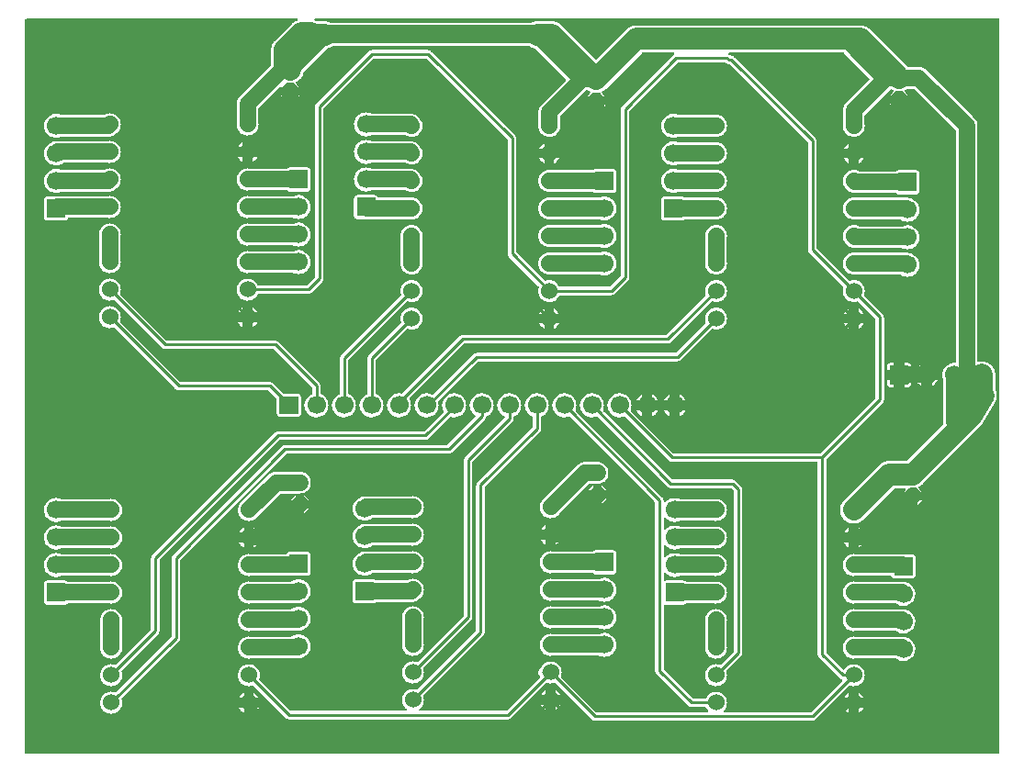
<source format=gtl>
G04 Layer: TopLayer*
G04 EasyEDA v6.4.19.5, 2021-05-17T00:31:41--5:00*
G04 b9cd662fe4db44708034f4f3ac391bfe,cc9e98987c76477795dbcfaff3885265,10*
G04 Gerber Generator version 0.2*
G04 Scale: 100 percent, Rotated: No, Reflected: No *
G04 Dimensions in millimeters *
G04 leading zeros omitted , absolute positions ,4 integer and 5 decimal *
%FSLAX45Y45*%
%MOMM*%

%ADD11C,0.2540*%
%ADD12C,1.5000*%
%ADD13C,2.0000*%
%ADD14R,1.7000X1.7000*%
%ADD15C,1.7000*%
%ADD16C,1.5240*%
%ADD17C,1.3000*%

%LPD*%
G36*
X3680714Y152654D02*
G01*
X3676802Y153416D01*
X3673551Y155651D01*
X3671315Y158902D01*
X3670554Y162814D01*
X3670554Y6912864D01*
X3671315Y6916724D01*
X3673500Y6920026D01*
X3676751Y6922211D01*
X3684219Y6925411D01*
X3685387Y6926224D01*
X3690975Y6931304D01*
X3694176Y6933285D01*
X3697833Y6933946D01*
X6181496Y6933946D01*
X6185458Y6933133D01*
X6188811Y6930847D01*
X6190996Y6927443D01*
X6191656Y6923430D01*
X6190691Y6919518D01*
X6188303Y6916216D01*
X6184798Y6914184D01*
X6178448Y6912000D01*
X6171438Y6909053D01*
X6164630Y6905752D01*
X6157976Y6902043D01*
X6151626Y6897928D01*
X6145530Y6893407D01*
X6139688Y6888530D01*
X6134049Y6883247D01*
X5981852Y6731050D01*
X5976569Y6725412D01*
X5971692Y6719570D01*
X5967171Y6713474D01*
X5963056Y6707124D01*
X5959348Y6700469D01*
X5956046Y6693662D01*
X5953099Y6686651D01*
X5950661Y6679488D01*
X5948578Y6672173D01*
X5947003Y6664756D01*
X5945886Y6657238D01*
X5945174Y6649669D01*
X5944971Y6641947D01*
X5945073Y6511391D01*
X5944463Y6507175D01*
X5942126Y6503568D01*
X5656783Y6218224D01*
X5647842Y6208064D01*
X5640527Y6197092D01*
X5634736Y6185306D01*
X5630519Y6172860D01*
X5627928Y6159957D01*
X5627065Y6146444D01*
X5627065Y5970828D01*
X5626100Y5963107D01*
X5626100Y5949492D01*
X5627928Y5936030D01*
X5631484Y5922873D01*
X5636818Y5910376D01*
X5643727Y5898692D01*
X5652160Y5887974D01*
X5661964Y5878525D01*
X5672886Y5870448D01*
X5684824Y5863945D01*
X5697524Y5859018D01*
X5710783Y5855868D01*
X5724296Y5854547D01*
X5737910Y5855004D01*
X5751322Y5857240D01*
X5764276Y5861253D01*
X5776620Y5866993D01*
X5788101Y5874308D01*
X5798515Y5883097D01*
X5807608Y5893206D01*
X5815330Y5904382D01*
X5821426Y5916523D01*
X5825896Y5929376D01*
X5828639Y5942736D01*
X5829554Y5956300D01*
X5828334Y5972200D01*
X5828334Y6100876D01*
X5829147Y6104788D01*
X5831332Y6108090D01*
X6021832Y6298590D01*
X6025134Y6300774D01*
X6028994Y6301536D01*
X6082538Y6301536D01*
X6082538Y6330137D01*
X6083198Y6333744D01*
X6085128Y6336893D01*
X6087973Y6339128D01*
X6091478Y6340246D01*
X6095136Y6339992D01*
X6098743Y6339128D01*
X6113830Y6337300D01*
X6128969Y6337300D01*
X6144056Y6339128D01*
X6147663Y6339992D01*
X6151321Y6340246D01*
X6154826Y6339128D01*
X6157671Y6336893D01*
X6159601Y6333744D01*
X6160262Y6330137D01*
X6160262Y6301536D01*
X6203035Y6301536D01*
X6199886Y6308039D01*
X6192824Y6318504D01*
X6184341Y6327902D01*
X6176721Y6334302D01*
X6174282Y6337350D01*
X6173165Y6341160D01*
X6173571Y6345123D01*
X6175451Y6348577D01*
X6178550Y6351066D01*
X6186373Y6355181D01*
X6198870Y6363817D01*
X6210249Y6373876D01*
X6220307Y6385204D01*
X6228892Y6397701D01*
X6235954Y6411112D01*
X6241338Y6425336D01*
X6246063Y6444234D01*
X6247993Y6446926D01*
X6456426Y6655409D01*
X6458915Y6657187D01*
X6461810Y6658203D01*
X6470548Y6659829D01*
X6485026Y6664350D01*
X6498894Y6670548D01*
X6515557Y6680606D01*
X6518859Y6681165D01*
X8316315Y6681165D01*
X8319617Y6680606D01*
X8336330Y6670548D01*
X8350148Y6664350D01*
X8364626Y6659829D01*
X8373414Y6658203D01*
X8376310Y6657187D01*
X8378748Y6655409D01*
X8657894Y6376212D01*
X8660130Y6372961D01*
X8660892Y6369050D01*
X8660130Y6365138D01*
X8657894Y6361887D01*
X8438083Y6142024D01*
X8429142Y6131864D01*
X8421827Y6120892D01*
X8416036Y6109106D01*
X8411819Y6096660D01*
X8409228Y6083757D01*
X8408365Y6070244D01*
X8408365Y5958128D01*
X8407400Y5950407D01*
X8407400Y5936792D01*
X8409228Y5923330D01*
X8412784Y5910173D01*
X8418118Y5897676D01*
X8425027Y5885992D01*
X8433460Y5875274D01*
X8443264Y5865825D01*
X8454186Y5857748D01*
X8466124Y5851245D01*
X8478824Y5846318D01*
X8492083Y5843168D01*
X8505596Y5841847D01*
X8519210Y5842304D01*
X8532622Y5844540D01*
X8545576Y5848553D01*
X8557920Y5854293D01*
X8569401Y5861608D01*
X8579815Y5870397D01*
X8588908Y5880506D01*
X8596630Y5891682D01*
X8602726Y5903823D01*
X8607196Y5916676D01*
X8609939Y5930036D01*
X8610854Y5943600D01*
X8609634Y5959500D01*
X8609634Y6024676D01*
X8610447Y6028588D01*
X8612632Y6031890D01*
X8850934Y6270193D01*
X8854236Y6272377D01*
X8858097Y6273139D01*
X8862720Y6273139D01*
X8865717Y6272682D01*
X8868460Y6271361D01*
X8875826Y6266281D01*
X8883650Y6262166D01*
X8886748Y6259677D01*
X8888628Y6256223D01*
X8889034Y6252260D01*
X8887917Y6248450D01*
X8885478Y6245402D01*
X8877858Y6239002D01*
X8869375Y6229604D01*
X8862314Y6219139D01*
X8859164Y6212636D01*
X8901938Y6212636D01*
X8901938Y6241237D01*
X8902598Y6244844D01*
X8904528Y6247993D01*
X8907373Y6250228D01*
X8910878Y6251346D01*
X8914536Y6251092D01*
X8918143Y6250228D01*
X8933230Y6248400D01*
X8948369Y6248400D01*
X8963456Y6250228D01*
X8967063Y6251092D01*
X8970721Y6251346D01*
X8974226Y6250228D01*
X8977071Y6247993D01*
X8979001Y6244844D01*
X8979662Y6241237D01*
X8979662Y6212636D01*
X9022435Y6212636D01*
X9019286Y6219139D01*
X9012224Y6229604D01*
X9003741Y6239002D01*
X8996121Y6245402D01*
X8993682Y6248450D01*
X8992565Y6252260D01*
X8992971Y6256223D01*
X8994851Y6259677D01*
X8997950Y6262166D01*
X9005773Y6266281D01*
X9018270Y6274917D01*
X9029852Y6285179D01*
X9359747Y6615074D01*
X9363049Y6617258D01*
X9366961Y6618020D01*
X9653524Y6618020D01*
X9657892Y6617055D01*
X9661398Y6614312D01*
X9663379Y6610350D01*
X9663480Y6605879D01*
X9661702Y6601815D01*
X9658299Y6598920D01*
X9656114Y6597751D01*
X9649917Y6592671D01*
X9180728Y6123482D01*
X9175648Y6117285D01*
X9172092Y6110681D01*
X9169908Y6103467D01*
X9169146Y6095492D01*
X9169146Y4566716D01*
X9168384Y4562805D01*
X9166148Y4559503D01*
X9067596Y4460951D01*
X9064294Y4458716D01*
X9060383Y4457954D01*
X8609685Y4457954D01*
X8606078Y4458614D01*
X8602878Y4460595D01*
X8600643Y4463542D01*
X8596630Y4471517D01*
X8588908Y4482693D01*
X8579815Y4492802D01*
X8569401Y4501591D01*
X8557920Y4508906D01*
X8545576Y4514646D01*
X8532622Y4518660D01*
X8519210Y4520895D01*
X8505596Y4521352D01*
X8492083Y4520031D01*
X8478824Y4516882D01*
X8475726Y4515662D01*
X8471916Y4515002D01*
X8468106Y4515764D01*
X8464905Y4517948D01*
X8207451Y4775403D01*
X8205216Y4778705D01*
X8204453Y4782616D01*
X8204453Y5828792D01*
X8203692Y5836767D01*
X8201507Y5843981D01*
X8197951Y5850585D01*
X8192871Y5856782D01*
X7418882Y6630771D01*
X7412685Y6635851D01*
X7406081Y6639407D01*
X7398867Y6641592D01*
X7390892Y6642353D01*
X6871208Y6642353D01*
X6863232Y6641592D01*
X6856018Y6639407D01*
X6849414Y6635851D01*
X6843217Y6630771D01*
X6361328Y6148882D01*
X6356248Y6142685D01*
X6352692Y6136081D01*
X6350508Y6128867D01*
X6349746Y6120892D01*
X6349746Y4554016D01*
X6348984Y4550105D01*
X6346748Y4546803D01*
X6273596Y4473651D01*
X6270294Y4471416D01*
X6266383Y4470654D01*
X5828385Y4470654D01*
X5824778Y4471314D01*
X5821578Y4473295D01*
X5819343Y4476242D01*
X5815330Y4484217D01*
X5807608Y4495393D01*
X5798515Y4505502D01*
X5788101Y4514291D01*
X5776620Y4521606D01*
X5764276Y4527346D01*
X5751322Y4531360D01*
X5737910Y4533595D01*
X5724296Y4534052D01*
X5710783Y4532731D01*
X5697524Y4529582D01*
X5684824Y4524654D01*
X5672886Y4518152D01*
X5661964Y4510074D01*
X5652160Y4500626D01*
X5643727Y4489907D01*
X5636818Y4478223D01*
X5631484Y4465726D01*
X5627928Y4452569D01*
X5626100Y4439107D01*
X5626100Y4425492D01*
X5627928Y4412030D01*
X5631484Y4398873D01*
X5636818Y4386376D01*
X5643727Y4374692D01*
X5652160Y4363974D01*
X5661964Y4354525D01*
X5672886Y4346448D01*
X5684824Y4339945D01*
X5697524Y4335018D01*
X5710783Y4331868D01*
X5724296Y4330547D01*
X5737910Y4331004D01*
X5751322Y4333240D01*
X5764276Y4337253D01*
X5776620Y4342993D01*
X5788101Y4350308D01*
X5798515Y4359097D01*
X5807608Y4369206D01*
X5815330Y4380382D01*
X5819343Y4388358D01*
X5821578Y4391304D01*
X5824778Y4393285D01*
X5828385Y4393946D01*
X6285992Y4393946D01*
X6293967Y4394708D01*
X6301181Y4396892D01*
X6307785Y4400448D01*
X6313982Y4405528D01*
X6414871Y4506417D01*
X6419951Y4512614D01*
X6423507Y4519218D01*
X6425692Y4526432D01*
X6426454Y4534408D01*
X6426454Y6101283D01*
X6427216Y6105194D01*
X6429451Y6108496D01*
X6883603Y6562648D01*
X6886905Y6564884D01*
X6890816Y6565646D01*
X7371283Y6565646D01*
X7375194Y6564884D01*
X7378496Y6562648D01*
X8124748Y5816396D01*
X8126984Y5813094D01*
X8127746Y5809183D01*
X8127746Y4763008D01*
X8128508Y4755032D01*
X8130692Y4747818D01*
X8134248Y4741214D01*
X8139328Y4735017D01*
X8410498Y4463846D01*
X8412530Y4460951D01*
X8413445Y4457496D01*
X8413089Y4453940D01*
X8409228Y4439869D01*
X8407400Y4426407D01*
X8407400Y4412792D01*
X8409228Y4399330D01*
X8412784Y4386173D01*
X8418118Y4373676D01*
X8425027Y4361992D01*
X8433460Y4351274D01*
X8443264Y4341825D01*
X8454186Y4333748D01*
X8466124Y4327245D01*
X8478824Y4322318D01*
X8492083Y4319168D01*
X8505596Y4317847D01*
X8519210Y4318304D01*
X8532622Y4320540D01*
X8545576Y4324553D01*
X8557920Y4330293D01*
X8569401Y4337608D01*
X8579815Y4346397D01*
X8588908Y4356506D01*
X8596630Y4367682D01*
X8600643Y4375658D01*
X8602878Y4378604D01*
X8606078Y4380585D01*
X8609685Y4381246D01*
X9079992Y4381246D01*
X9087967Y4382008D01*
X9095181Y4384192D01*
X9101785Y4387748D01*
X9107982Y4392828D01*
X9234271Y4519117D01*
X9239351Y4525314D01*
X9242907Y4531918D01*
X9245092Y4539132D01*
X9245854Y4547108D01*
X9245854Y6075883D01*
X9246616Y6079794D01*
X9248851Y6083096D01*
X9690303Y6524548D01*
X9693605Y6526784D01*
X9697516Y6527546D01*
X10127538Y6527546D01*
X10130942Y6526936D01*
X10133990Y6525259D01*
X10138714Y6521348D01*
X10145318Y6517792D01*
X10152532Y6515607D01*
X10160508Y6514846D01*
X10165283Y6514846D01*
X10169194Y6514084D01*
X10172496Y6511848D01*
X10893348Y5790996D01*
X10895584Y5787694D01*
X10896346Y5783783D01*
X10896346Y4801108D01*
X10897108Y4793132D01*
X10899292Y4785918D01*
X10902848Y4779314D01*
X10907928Y4773117D01*
X11217198Y4463846D01*
X11219230Y4460951D01*
X11220145Y4457496D01*
X11219789Y4453940D01*
X11215928Y4439869D01*
X11214100Y4426407D01*
X11214100Y4412792D01*
X11215928Y4399330D01*
X11219484Y4386173D01*
X11224818Y4373676D01*
X11231727Y4361992D01*
X11240160Y4351274D01*
X11249964Y4341825D01*
X11260886Y4333748D01*
X11272824Y4327245D01*
X11285524Y4322318D01*
X11298783Y4319168D01*
X11312296Y4317847D01*
X11325910Y4318304D01*
X11339322Y4320540D01*
X11349634Y4323740D01*
X11353292Y4324197D01*
X11356797Y4323283D01*
X11359845Y4321251D01*
X11515648Y4165396D01*
X11517884Y4162094D01*
X11518646Y4158183D01*
X11518646Y3436416D01*
X11517884Y3432505D01*
X11515648Y3429203D01*
X11010696Y2924251D01*
X11007394Y2922016D01*
X11003483Y2921254D01*
X9659416Y2921254D01*
X9655505Y2922016D01*
X9652203Y2924251D01*
X9262008Y3314446D01*
X9259874Y3317544D01*
X9259011Y3321151D01*
X9259519Y3324860D01*
X9263735Y3337458D01*
X9266428Y3351377D01*
X9267342Y3365500D01*
X9266428Y3379622D01*
X9263735Y3393541D01*
X9259265Y3407003D01*
X9253118Y3419805D01*
X9245346Y3431692D01*
X9236151Y3442462D01*
X9225686Y3452012D01*
X9214053Y3460089D01*
X9201505Y3466642D01*
X9188196Y3471570D01*
X9174378Y3474720D01*
X9160256Y3476091D01*
X9146082Y3475634D01*
X9132062Y3473348D01*
X9118498Y3469335D01*
X9105544Y3463594D01*
X9093403Y3456228D01*
X9082328Y3447389D01*
X9072473Y3437229D01*
X9063990Y3425850D01*
X9057030Y3413506D01*
X9051696Y3400348D01*
X9048089Y3386632D01*
X9046311Y3372612D01*
X9046311Y3358387D01*
X9048089Y3344367D01*
X9051696Y3330651D01*
X9057030Y3317494D01*
X9063990Y3305149D01*
X9072473Y3293770D01*
X9082328Y3283610D01*
X9093403Y3274771D01*
X9105544Y3267405D01*
X9118498Y3261664D01*
X9132062Y3257651D01*
X9146082Y3255365D01*
X9160256Y3254908D01*
X9174378Y3256279D01*
X9188196Y3259429D01*
X9196933Y3262680D01*
X9200743Y3263290D01*
X9204452Y3262477D01*
X9207652Y3260293D01*
X9611817Y2856128D01*
X9618014Y2851048D01*
X9624618Y2847492D01*
X9631832Y2845308D01*
X9639808Y2844546D01*
X10975086Y2844546D01*
X10978997Y2843784D01*
X10982248Y2841548D01*
X10984484Y2838297D01*
X10985246Y2834386D01*
X10985246Y1067308D01*
X10986008Y1059332D01*
X10988192Y1052118D01*
X10991748Y1045514D01*
X10996828Y1039317D01*
X11186617Y849528D01*
X11192814Y844448D01*
X11199418Y840892D01*
X11203635Y839622D01*
X11207292Y837641D01*
X11209832Y834339D01*
X11210848Y830326D01*
X11210188Y826211D01*
X11207902Y822706D01*
X10921796Y536651D01*
X10918494Y534416D01*
X10914583Y533654D01*
X10125405Y533654D01*
X10121595Y534416D01*
X10118344Y536498D01*
X10116108Y539699D01*
X10115245Y543458D01*
X10115854Y547319D01*
X10117886Y550621D01*
X10125608Y559206D01*
X10133330Y570382D01*
X10139426Y582523D01*
X10143896Y595376D01*
X10146639Y608736D01*
X10147554Y622300D01*
X10146639Y635863D01*
X10143896Y649224D01*
X10139426Y662076D01*
X10133330Y674217D01*
X10125608Y685393D01*
X10116515Y695502D01*
X10106101Y704291D01*
X10094620Y711606D01*
X10082276Y717346D01*
X10069322Y721360D01*
X10055910Y723595D01*
X10042296Y724052D01*
X10028783Y722731D01*
X10015524Y719582D01*
X10002824Y714654D01*
X9990886Y708152D01*
X9979964Y700074D01*
X9970160Y690626D01*
X9961727Y679907D01*
X9952024Y663600D01*
X9948722Y661416D01*
X9944862Y660654D01*
X9837216Y660654D01*
X9833305Y661416D01*
X9830003Y663651D01*
X9566351Y927303D01*
X9564116Y930605D01*
X9563354Y934516D01*
X9563354Y1518158D01*
X9564217Y1522323D01*
X9566757Y1525778D01*
X9570415Y1527860D01*
X9574631Y1528267D01*
X9580270Y1527657D01*
X9749129Y1527657D01*
X9755378Y1528368D01*
X9760813Y1530248D01*
X9765639Y1533296D01*
X9767011Y1534668D01*
X9770313Y1536852D01*
X9774224Y1537665D01*
X10030663Y1537665D01*
X10042296Y1536547D01*
X10055910Y1537004D01*
X10069322Y1539240D01*
X10082276Y1543253D01*
X10094620Y1548993D01*
X10106101Y1556308D01*
X10116515Y1565097D01*
X10125608Y1575206D01*
X10133330Y1586382D01*
X10139426Y1598523D01*
X10143896Y1611376D01*
X10146639Y1624736D01*
X10147554Y1638300D01*
X10146639Y1651863D01*
X10143896Y1665224D01*
X10139426Y1678076D01*
X10133330Y1690217D01*
X10125608Y1701393D01*
X10116515Y1711502D01*
X10106101Y1720291D01*
X10094620Y1727606D01*
X10082276Y1733346D01*
X10069322Y1737360D01*
X10055910Y1739595D01*
X10042296Y1740052D01*
X10030663Y1738934D01*
X9774224Y1738934D01*
X9770313Y1739747D01*
X9767011Y1741932D01*
X9765639Y1743303D01*
X9760813Y1746351D01*
X9755378Y1748231D01*
X9749129Y1748942D01*
X9580270Y1748942D01*
X9574631Y1748332D01*
X9570415Y1748739D01*
X9566757Y1750822D01*
X9564217Y1754276D01*
X9563354Y1758442D01*
X9563354Y1813255D01*
X9564217Y1817319D01*
X9566605Y1820722D01*
X9570161Y1822856D01*
X9574276Y1823415D01*
X9578238Y1822246D01*
X9581438Y1819605D01*
X9582810Y1817928D01*
X9592970Y1808073D01*
X9604349Y1799589D01*
X9616694Y1792630D01*
X9629851Y1787296D01*
X9643567Y1783689D01*
X9657588Y1781911D01*
X9671812Y1781911D01*
X9685832Y1783689D01*
X9699548Y1787296D01*
X9708438Y1790903D01*
X9712248Y1791665D01*
X10030663Y1791665D01*
X10042296Y1790547D01*
X10055910Y1791004D01*
X10069322Y1793239D01*
X10082276Y1797253D01*
X10094620Y1802993D01*
X10106101Y1810308D01*
X10116515Y1819097D01*
X10125608Y1829206D01*
X10133330Y1840382D01*
X10139426Y1852523D01*
X10143896Y1865375D01*
X10146639Y1878736D01*
X10147554Y1892300D01*
X10146639Y1905863D01*
X10143896Y1919224D01*
X10139426Y1932076D01*
X10133330Y1944217D01*
X10125608Y1955393D01*
X10116515Y1965502D01*
X10106101Y1974291D01*
X10094620Y1981606D01*
X10082276Y1987346D01*
X10069322Y1991360D01*
X10055910Y1993595D01*
X10042296Y1994052D01*
X10030663Y1992934D01*
X9712452Y1992934D01*
X9708083Y1993950D01*
X9706203Y1994865D01*
X9692741Y1999335D01*
X9678822Y2002028D01*
X9664700Y2002942D01*
X9650577Y2002028D01*
X9636658Y1999335D01*
X9623196Y1994865D01*
X9610394Y1988718D01*
X9598507Y1980946D01*
X9587738Y1971751D01*
X9581032Y1964385D01*
X9577781Y1961997D01*
X9573818Y1961083D01*
X9569856Y1961743D01*
X9566452Y1963928D01*
X9564166Y1967280D01*
X9563354Y1971243D01*
X9563354Y2067255D01*
X9564217Y2071319D01*
X9566605Y2074722D01*
X9570161Y2076856D01*
X9574276Y2077415D01*
X9578238Y2076246D01*
X9581438Y2073605D01*
X9582810Y2071928D01*
X9592970Y2062073D01*
X9604349Y2053589D01*
X9616694Y2046630D01*
X9629851Y2041296D01*
X9643567Y2037689D01*
X9657588Y2035911D01*
X9671812Y2035911D01*
X9685832Y2037689D01*
X9699548Y2041296D01*
X9708438Y2044903D01*
X9712248Y2045665D01*
X10030663Y2045665D01*
X10042296Y2044547D01*
X10055910Y2045004D01*
X10069322Y2047239D01*
X10082276Y2051253D01*
X10094620Y2056993D01*
X10106101Y2064308D01*
X10116515Y2073097D01*
X10125608Y2083206D01*
X10133330Y2094382D01*
X10139426Y2106523D01*
X10143896Y2119376D01*
X10146639Y2132736D01*
X10147554Y2146300D01*
X10146639Y2159863D01*
X10143896Y2173224D01*
X10139426Y2186076D01*
X10133330Y2198217D01*
X10125608Y2209393D01*
X10116515Y2219502D01*
X10106101Y2228291D01*
X10094620Y2235606D01*
X10082276Y2241346D01*
X10069322Y2245360D01*
X10055910Y2247595D01*
X10042296Y2248052D01*
X10030663Y2246934D01*
X9712452Y2246934D01*
X9708083Y2247950D01*
X9706203Y2248865D01*
X9692741Y2253335D01*
X9678822Y2256028D01*
X9664700Y2256942D01*
X9650577Y2256028D01*
X9636658Y2253335D01*
X9623196Y2248865D01*
X9610394Y2242718D01*
X9598507Y2234946D01*
X9587738Y2225751D01*
X9581032Y2218385D01*
X9577781Y2215997D01*
X9573818Y2215083D01*
X9569856Y2215743D01*
X9566452Y2217928D01*
X9564166Y2221280D01*
X9563354Y2225243D01*
X9563354Y2321255D01*
X9564217Y2325319D01*
X9566605Y2328722D01*
X9570161Y2330856D01*
X9574276Y2331415D01*
X9578238Y2330246D01*
X9581438Y2327605D01*
X9582810Y2325928D01*
X9592970Y2316073D01*
X9604349Y2307590D01*
X9616694Y2300630D01*
X9629851Y2295296D01*
X9643567Y2291689D01*
X9657588Y2289911D01*
X9671812Y2289911D01*
X9685832Y2291689D01*
X9699548Y2295296D01*
X9708438Y2298903D01*
X9712248Y2299665D01*
X10030663Y2299665D01*
X10042296Y2298547D01*
X10055910Y2299004D01*
X10069322Y2301240D01*
X10082276Y2305253D01*
X10094620Y2310993D01*
X10106101Y2318308D01*
X10116515Y2327097D01*
X10125608Y2337206D01*
X10133330Y2348382D01*
X10139426Y2360523D01*
X10143896Y2373376D01*
X10146639Y2386736D01*
X10147554Y2400300D01*
X10146639Y2413863D01*
X10143896Y2427224D01*
X10139426Y2440076D01*
X10133330Y2452217D01*
X10125608Y2463393D01*
X10116515Y2473502D01*
X10106101Y2482291D01*
X10094620Y2489606D01*
X10082276Y2495346D01*
X10069322Y2499360D01*
X10055910Y2501595D01*
X10042296Y2502052D01*
X10030663Y2500934D01*
X9712452Y2500934D01*
X9708083Y2501950D01*
X9706203Y2502865D01*
X9692741Y2507335D01*
X9678822Y2510028D01*
X9664700Y2510942D01*
X9650577Y2510028D01*
X9636658Y2507335D01*
X9623196Y2502865D01*
X9610394Y2496718D01*
X9598507Y2488946D01*
X9587738Y2479751D01*
X9581032Y2472385D01*
X9577781Y2469997D01*
X9573818Y2469083D01*
X9569856Y2469743D01*
X9566452Y2471928D01*
X9564166Y2475280D01*
X9563354Y2479243D01*
X9563354Y2488692D01*
X9562592Y2496667D01*
X9560407Y2503881D01*
X9556851Y2510485D01*
X9551771Y2516682D01*
X8754008Y3314446D01*
X8751874Y3317544D01*
X8751011Y3321151D01*
X8751519Y3324860D01*
X8755735Y3337458D01*
X8758428Y3351377D01*
X8759342Y3365500D01*
X8758428Y3379622D01*
X8755735Y3393541D01*
X8751265Y3407003D01*
X8745118Y3419805D01*
X8737346Y3431692D01*
X8728151Y3442462D01*
X8717686Y3452012D01*
X8706053Y3460089D01*
X8693505Y3466642D01*
X8680196Y3471570D01*
X8666378Y3474720D01*
X8652256Y3476091D01*
X8638082Y3475634D01*
X8624062Y3473348D01*
X8610498Y3469335D01*
X8597544Y3463594D01*
X8585403Y3456228D01*
X8574328Y3447389D01*
X8564473Y3437229D01*
X8555990Y3425850D01*
X8549030Y3413506D01*
X8543696Y3400348D01*
X8540089Y3386632D01*
X8538311Y3372612D01*
X8538311Y3358387D01*
X8540089Y3344367D01*
X8543696Y3330651D01*
X8549030Y3317494D01*
X8555990Y3305149D01*
X8564473Y3293770D01*
X8574328Y3283610D01*
X8585403Y3274771D01*
X8597544Y3267405D01*
X8610498Y3261664D01*
X8624062Y3257651D01*
X8638082Y3255365D01*
X8652256Y3254908D01*
X8666378Y3256279D01*
X8680196Y3259429D01*
X8688933Y3262680D01*
X8692743Y3263290D01*
X8696452Y3262477D01*
X8699652Y3260293D01*
X9483648Y2476296D01*
X9485884Y2472994D01*
X9486646Y2469083D01*
X9486646Y914908D01*
X9487408Y906932D01*
X9489592Y899718D01*
X9493148Y893114D01*
X9498228Y886917D01*
X9789617Y595528D01*
X9795814Y590448D01*
X9802418Y586892D01*
X9809632Y584708D01*
X9817608Y583946D01*
X9944862Y583946D01*
X9948722Y583184D01*
X9952024Y580999D01*
X9961727Y564692D01*
X9970160Y553974D01*
X9973157Y551129D01*
X9975443Y547827D01*
X9976256Y543915D01*
X9975494Y540004D01*
X9973310Y536651D01*
X9970008Y534416D01*
X9966096Y533654D01*
X8948216Y533654D01*
X8944305Y534416D01*
X8941003Y536651D01*
X8619998Y857605D01*
X8617915Y860755D01*
X8617051Y864412D01*
X8617610Y868121D01*
X8619896Y874776D01*
X8622639Y888136D01*
X8623554Y901700D01*
X8622639Y915263D01*
X8619896Y928624D01*
X8615426Y941476D01*
X8609330Y953617D01*
X8601608Y964793D01*
X8592515Y974902D01*
X8582101Y983691D01*
X8570620Y991006D01*
X8558276Y996746D01*
X8545322Y1000760D01*
X8531910Y1002995D01*
X8518296Y1003452D01*
X8504783Y1002131D01*
X8491524Y998982D01*
X8478824Y994054D01*
X8466886Y987552D01*
X8455964Y979474D01*
X8446160Y970026D01*
X8437727Y959307D01*
X8430818Y947623D01*
X8426145Y936650D01*
X8424926Y934516D01*
X8423249Y932738D01*
X8418423Y928776D01*
X8413648Y922985D01*
X8410092Y916381D01*
X8407908Y909167D01*
X8407196Y901700D01*
X8407908Y894232D01*
X8410092Y887018D01*
X8413648Y880414D01*
X8418423Y874623D01*
X8421827Y871829D01*
X8424418Y868527D01*
X8425535Y864463D01*
X8424824Y860298D01*
X8422538Y856792D01*
X8115096Y549351D01*
X8111794Y547116D01*
X8107883Y546354D01*
X7316571Y546354D01*
X7312355Y547268D01*
X7308900Y549859D01*
X7306818Y553669D01*
X7306513Y557987D01*
X7308037Y562051D01*
X7322515Y574497D01*
X7331608Y584606D01*
X7339330Y595782D01*
X7345425Y607923D01*
X7349896Y620776D01*
X7352639Y634136D01*
X7353553Y647700D01*
X7352639Y661263D01*
X7349896Y674624D01*
X7347610Y681278D01*
X7347051Y684987D01*
X7347915Y688644D01*
X7349998Y691794D01*
X7900771Y1242517D01*
X7905851Y1248714D01*
X7909407Y1255318D01*
X7911592Y1262532D01*
X7912353Y1270508D01*
X7912353Y2608783D01*
X7913116Y2612694D01*
X7915351Y2615996D01*
X8421471Y3122117D01*
X8426551Y3128314D01*
X8430107Y3134918D01*
X8432292Y3142132D01*
X8433054Y3150108D01*
X8433054Y3254857D01*
X8433714Y3258515D01*
X8435644Y3261664D01*
X8438540Y3263900D01*
X8452053Y3270910D01*
X8463686Y3278987D01*
X8474151Y3288537D01*
X8483346Y3299307D01*
X8491118Y3311194D01*
X8497265Y3323996D01*
X8501735Y3337458D01*
X8504428Y3351377D01*
X8505342Y3365500D01*
X8504428Y3379622D01*
X8501735Y3393541D01*
X8497265Y3407003D01*
X8491118Y3419805D01*
X8483346Y3431692D01*
X8474151Y3442462D01*
X8463686Y3452012D01*
X8452053Y3460089D01*
X8439505Y3466642D01*
X8426196Y3471570D01*
X8412378Y3474720D01*
X8398256Y3476091D01*
X8384082Y3475634D01*
X8370062Y3473348D01*
X8356498Y3469335D01*
X8343544Y3463594D01*
X8331403Y3456228D01*
X8320328Y3447389D01*
X8310473Y3437229D01*
X8301990Y3425850D01*
X8295030Y3413506D01*
X8289696Y3400348D01*
X8286089Y3386632D01*
X8284311Y3372612D01*
X8284311Y3358387D01*
X8286089Y3344367D01*
X8289696Y3330651D01*
X8295030Y3317494D01*
X8301990Y3305149D01*
X8310473Y3293770D01*
X8320328Y3283610D01*
X8331403Y3274771D01*
X8343544Y3267405D01*
X8350300Y3264408D01*
X8353501Y3262172D01*
X8355584Y3258921D01*
X8356346Y3255111D01*
X8356346Y3169716D01*
X8355584Y3165805D01*
X8353348Y3162503D01*
X7847228Y2656382D01*
X7842148Y2650185D01*
X7838592Y2643581D01*
X7836408Y2636367D01*
X7835646Y2628392D01*
X7835646Y1290116D01*
X7834884Y1286205D01*
X7832648Y1282903D01*
X7295845Y746048D01*
X7292797Y744016D01*
X7289292Y743102D01*
X7285634Y743559D01*
X7275322Y746760D01*
X7261910Y748995D01*
X7248296Y749452D01*
X7234783Y748131D01*
X7221524Y744982D01*
X7208824Y740054D01*
X7196886Y733552D01*
X7185964Y725474D01*
X7176160Y716026D01*
X7167727Y705307D01*
X7160818Y693623D01*
X7155484Y681126D01*
X7151928Y667969D01*
X7150100Y654507D01*
X7150100Y640892D01*
X7151928Y627430D01*
X7155484Y614273D01*
X7160818Y601776D01*
X7167727Y590092D01*
X7176160Y579374D01*
X7185964Y569925D01*
X7193076Y564692D01*
X7195870Y561543D01*
X7197140Y557530D01*
X7196683Y553364D01*
X7194600Y549706D01*
X7191146Y547217D01*
X7187031Y546354D01*
X6128816Y546354D01*
X6124905Y547116D01*
X6121603Y549351D01*
X5838698Y832205D01*
X5836615Y835355D01*
X5835751Y839012D01*
X5836310Y842721D01*
X5838596Y849376D01*
X5841339Y862736D01*
X5842254Y876300D01*
X5841339Y889863D01*
X5838596Y903224D01*
X5834126Y916076D01*
X5828030Y928217D01*
X5820308Y939393D01*
X5811215Y949502D01*
X5800801Y958291D01*
X5789320Y965606D01*
X5776976Y971346D01*
X5764022Y975360D01*
X5750610Y977595D01*
X5736996Y978052D01*
X5723483Y976731D01*
X5710224Y973582D01*
X5697524Y968654D01*
X5685586Y962152D01*
X5674664Y954074D01*
X5664860Y944626D01*
X5656427Y933907D01*
X5649518Y922223D01*
X5644184Y909726D01*
X5640628Y896569D01*
X5638800Y883107D01*
X5638800Y869492D01*
X5640628Y856030D01*
X5644184Y842873D01*
X5649518Y830376D01*
X5656427Y818692D01*
X5664860Y807974D01*
X5674664Y798525D01*
X5685586Y790448D01*
X5697524Y783945D01*
X5710224Y779018D01*
X5723483Y775868D01*
X5736996Y774547D01*
X5750610Y775004D01*
X5764022Y777240D01*
X5774334Y780440D01*
X5777992Y780897D01*
X5781497Y779983D01*
X5784545Y777951D01*
X6081217Y481228D01*
X6087414Y476148D01*
X6094018Y472592D01*
X6101232Y470408D01*
X6109208Y469646D01*
X8127492Y469646D01*
X8135467Y470408D01*
X8142681Y472592D01*
X8149285Y476148D01*
X8155482Y481228D01*
X8477605Y803351D01*
X8480806Y805535D01*
X8484616Y806297D01*
X8488426Y805637D01*
X8491524Y804418D01*
X8504783Y801268D01*
X8518296Y799947D01*
X8531910Y800404D01*
X8545322Y802640D01*
X8555634Y805840D01*
X8559292Y806297D01*
X8562797Y805383D01*
X8565845Y803351D01*
X8900617Y468528D01*
X8906814Y463448D01*
X8913418Y459892D01*
X8920632Y457708D01*
X8928608Y456946D01*
X10934192Y456946D01*
X10942167Y457708D01*
X10949381Y459892D01*
X10955985Y463448D01*
X10962182Y468528D01*
X11271605Y777951D01*
X11274806Y780135D01*
X11278616Y780897D01*
X11282426Y780237D01*
X11285524Y779018D01*
X11298783Y775868D01*
X11312296Y774547D01*
X11325910Y775004D01*
X11339322Y777240D01*
X11352276Y781253D01*
X11364620Y786993D01*
X11376101Y794308D01*
X11386515Y803097D01*
X11395608Y813206D01*
X11403330Y824382D01*
X11409426Y836523D01*
X11413896Y849376D01*
X11416639Y862736D01*
X11417554Y876300D01*
X11416639Y889863D01*
X11413896Y903224D01*
X11409426Y916076D01*
X11403330Y928217D01*
X11395608Y939393D01*
X11386515Y949502D01*
X11376101Y958291D01*
X11364620Y965606D01*
X11352276Y971346D01*
X11339322Y975360D01*
X11325910Y977595D01*
X11312296Y978052D01*
X11298783Y976731D01*
X11285524Y973582D01*
X11272824Y968654D01*
X11260886Y962152D01*
X11249964Y954074D01*
X11240160Y944626D01*
X11231727Y933907D01*
X11230610Y931976D01*
X11228171Y929182D01*
X11224920Y927455D01*
X11221262Y926998D01*
X11217706Y927862D01*
X11214658Y929995D01*
X11064951Y1079703D01*
X11062716Y1083005D01*
X11061954Y1086916D01*
X11061954Y2862783D01*
X11062716Y2866694D01*
X11064951Y2869996D01*
X11583771Y3388817D01*
X11588851Y3395014D01*
X11592407Y3401618D01*
X11594592Y3408832D01*
X11595354Y3416808D01*
X11595354Y4177792D01*
X11594592Y4185767D01*
X11592407Y4192981D01*
X11588851Y4199585D01*
X11583771Y4205782D01*
X11413998Y4375505D01*
X11411915Y4378655D01*
X11411051Y4382312D01*
X11411610Y4386021D01*
X11413896Y4392676D01*
X11416639Y4406036D01*
X11417554Y4419600D01*
X11416639Y4433163D01*
X11413896Y4446524D01*
X11409426Y4459376D01*
X11403330Y4471517D01*
X11395608Y4482693D01*
X11386515Y4492802D01*
X11376101Y4501591D01*
X11364620Y4508906D01*
X11352276Y4514646D01*
X11339322Y4518660D01*
X11325910Y4520895D01*
X11312296Y4521352D01*
X11298783Y4520031D01*
X11285524Y4516882D01*
X11282426Y4515662D01*
X11278616Y4515002D01*
X11274806Y4515764D01*
X11271605Y4517948D01*
X10976051Y4813503D01*
X10973816Y4816805D01*
X10973054Y4820716D01*
X10973054Y5803392D01*
X10972292Y5811367D01*
X10970107Y5818581D01*
X10966551Y5825185D01*
X10961471Y5831382D01*
X10212882Y6579971D01*
X10206685Y6585051D01*
X10200081Y6588607D01*
X10192867Y6590792D01*
X10184892Y6591553D01*
X10179761Y6591553D01*
X10176357Y6592163D01*
X10173309Y6593840D01*
X10168585Y6597751D01*
X10166400Y6598920D01*
X10162997Y6601815D01*
X10161219Y6605879D01*
X10161320Y6610350D01*
X10163302Y6614312D01*
X10166807Y6617055D01*
X10171176Y6618020D01*
X11218621Y6618020D01*
X11222482Y6617258D01*
X11225784Y6615074D01*
X11458244Y6382562D01*
X11460480Y6379311D01*
X11461242Y6375400D01*
X11460480Y6371488D01*
X11458244Y6368237D01*
X11244783Y6154724D01*
X11235842Y6144564D01*
X11228527Y6133592D01*
X11222736Y6121806D01*
X11218519Y6109360D01*
X11215928Y6096457D01*
X11215065Y6082944D01*
X11215065Y5958128D01*
X11214100Y5950407D01*
X11214100Y5936792D01*
X11215928Y5923330D01*
X11219484Y5910173D01*
X11224818Y5897676D01*
X11231727Y5885992D01*
X11240160Y5875274D01*
X11249964Y5865825D01*
X11260886Y5857748D01*
X11272824Y5851245D01*
X11285524Y5846318D01*
X11298783Y5843168D01*
X11312296Y5841847D01*
X11325910Y5842304D01*
X11339322Y5844540D01*
X11352276Y5848553D01*
X11364620Y5854293D01*
X11376101Y5861608D01*
X11386515Y5870397D01*
X11395608Y5880506D01*
X11403330Y5891682D01*
X11409426Y5903823D01*
X11413896Y5916676D01*
X11416639Y5930036D01*
X11417554Y5943600D01*
X11416334Y5959500D01*
X11416334Y6037376D01*
X11417147Y6041288D01*
X11419332Y6044590D01*
X11654282Y6279540D01*
X11657177Y6281572D01*
X11660581Y6282486D01*
X11664086Y6282182D01*
X11667286Y6280759D01*
X11669826Y6278981D01*
X11677650Y6274866D01*
X11680748Y6272377D01*
X11682628Y6268923D01*
X11683034Y6264960D01*
X11681917Y6261150D01*
X11679478Y6258102D01*
X11671858Y6251702D01*
X11663375Y6242304D01*
X11656314Y6231839D01*
X11653164Y6225336D01*
X11695938Y6225336D01*
X11695938Y6253937D01*
X11696598Y6257544D01*
X11698528Y6260693D01*
X11701373Y6262928D01*
X11704878Y6264046D01*
X11708536Y6263792D01*
X11712143Y6262928D01*
X11727230Y6261100D01*
X11742369Y6261100D01*
X11757456Y6262928D01*
X11761063Y6263792D01*
X11764721Y6264046D01*
X11768226Y6262928D01*
X11771071Y6260693D01*
X11773001Y6257544D01*
X11773662Y6253937D01*
X11773662Y6225336D01*
X11816435Y6225336D01*
X11813286Y6231839D01*
X11806224Y6242304D01*
X11797741Y6251702D01*
X11790121Y6258102D01*
X11787682Y6261150D01*
X11786565Y6264960D01*
X11786971Y6268923D01*
X11788851Y6272377D01*
X11791950Y6274866D01*
X11799773Y6278981D01*
X11807139Y6284061D01*
X11809882Y6285382D01*
X11812879Y6285839D01*
X11868302Y6285839D01*
X11872163Y6285077D01*
X11875465Y6282893D01*
X12253468Y5904890D01*
X12255652Y5901588D01*
X12256465Y5897676D01*
X12256465Y3765651D01*
X12255703Y3761841D01*
X12253569Y3758590D01*
X12250420Y3756355D01*
X12246610Y3755491D01*
X12232182Y3755034D01*
X12218162Y3752748D01*
X12204598Y3748735D01*
X12191644Y3742994D01*
X12179503Y3735628D01*
X12168428Y3726789D01*
X12158573Y3716629D01*
X12150090Y3705250D01*
X12143130Y3692906D01*
X12137796Y3679748D01*
X12134189Y3666032D01*
X12132411Y3652012D01*
X12132411Y3637787D01*
X12134189Y3623767D01*
X12137796Y3610051D01*
X12141403Y3601161D01*
X12142165Y3597351D01*
X12142165Y3211880D01*
X12143028Y3198418D01*
X12143740Y3194913D01*
X12143841Y3191611D01*
X12142876Y3188462D01*
X12140946Y3185769D01*
X11812727Y2857550D01*
X11809425Y2855315D01*
X11805564Y2854553D01*
X11644477Y2854553D01*
X11636705Y2854299D01*
X11629136Y2853639D01*
X11621668Y2852470D01*
X11614251Y2850896D01*
X11606936Y2848864D01*
X11599722Y2846374D01*
X11592712Y2843479D01*
X11585905Y2840177D01*
X11579301Y2836418D01*
X11572900Y2832303D01*
X11566804Y2827832D01*
X11560962Y2822956D01*
X11555323Y2817622D01*
X11227054Y2489352D01*
X11216792Y2477770D01*
X11208207Y2465273D01*
X11201146Y2451862D01*
X11195761Y2437688D01*
X11192103Y2422956D01*
X11190274Y2407869D01*
X11190274Y2392730D01*
X11192103Y2377643D01*
X11195761Y2362911D01*
X11201146Y2348738D01*
X11208207Y2335326D01*
X11216792Y2322830D01*
X11226850Y2311450D01*
X11238230Y2301392D01*
X11250726Y2292807D01*
X11264138Y2285746D01*
X11278311Y2280361D01*
X11293043Y2276703D01*
X11308130Y2274874D01*
X11323269Y2274874D01*
X11338356Y2276703D01*
X11353088Y2280361D01*
X11367262Y2285746D01*
X11380673Y2292807D01*
X11393170Y2301392D01*
X11404752Y2311654D01*
X11693347Y2600248D01*
X11696649Y2602484D01*
X11700560Y2603246D01*
X11784279Y2603246D01*
X11788089Y2602484D01*
X11791340Y2600401D01*
X11793524Y2597200D01*
X11794439Y2593441D01*
X11793829Y2589631D01*
X11791797Y2586278D01*
X11790375Y2584704D01*
X11783314Y2574239D01*
X11780164Y2567736D01*
X11822938Y2567736D01*
X11822938Y2593086D01*
X11823700Y2596997D01*
X11825935Y2600248D01*
X11829237Y2602484D01*
X11833098Y2603246D01*
X11861647Y2603246D01*
X11869369Y2603500D01*
X11876938Y2604160D01*
X11884456Y2605328D01*
X11888368Y2606141D01*
X11892838Y2606090D01*
X11896852Y2604109D01*
X11899646Y2600604D01*
X11900662Y2596235D01*
X11900662Y2567736D01*
X11943435Y2567736D01*
X11940286Y2574239D01*
X11933224Y2584704D01*
X11924741Y2594102D01*
X11917324Y2600350D01*
X11914835Y2603398D01*
X11913717Y2607106D01*
X11914124Y2611018D01*
X11915952Y2614472D01*
X11918899Y2617012D01*
X11926824Y2621381D01*
X11933174Y2625496D01*
X11939270Y2629966D01*
X11945112Y2634843D01*
X11950750Y2640177D01*
X12483846Y3173222D01*
X12494107Y3184804D01*
X12503353Y3198317D01*
X12617348Y3389884D01*
X12624409Y3403650D01*
X12629692Y3417874D01*
X12633248Y3432606D01*
X12634976Y3447694D01*
X12634874Y3462883D01*
X12632893Y3477920D01*
X12629184Y3492601D01*
X12622733Y3509162D01*
X12622479Y3511651D01*
X12622479Y3644747D01*
X12622225Y3652469D01*
X12621514Y3660038D01*
X12620396Y3667556D01*
X12618821Y3674973D01*
X12616738Y3682288D01*
X12614300Y3689451D01*
X12611404Y3696462D01*
X12608052Y3703269D01*
X12604343Y3709924D01*
X12600228Y3716274D01*
X12595707Y3722370D01*
X12590830Y3728212D01*
X12585649Y3733749D01*
X12580112Y3738930D01*
X12574270Y3743807D01*
X12568174Y3748328D01*
X12561824Y3752443D01*
X12555169Y3756151D01*
X12548362Y3759454D01*
X12541351Y3762400D01*
X12534188Y3764838D01*
X12526873Y3766921D01*
X12519456Y3768496D01*
X12511938Y3769614D01*
X12504369Y3770325D01*
X12496800Y3770528D01*
X12489230Y3770325D01*
X12481661Y3769614D01*
X12474295Y3768496D01*
X12470282Y3767531D01*
X12466624Y3767328D01*
X12463170Y3768445D01*
X12460274Y3770731D01*
X12458395Y3773830D01*
X12457734Y3777437D01*
X12457734Y5943244D01*
X12456871Y5956757D01*
X12454280Y5969660D01*
X12450064Y5982106D01*
X12444272Y5993892D01*
X12436957Y6004864D01*
X12428270Y6014770D01*
X12421057Y6021171D01*
X12415316Y6027724D01*
X11985599Y6457442D01*
X11975439Y6466332D01*
X11964517Y6473647D01*
X11952732Y6479489D01*
X11940235Y6483705D01*
X11927332Y6486245D01*
X11913870Y6487160D01*
X11816080Y6487160D01*
X11812168Y6487922D01*
X11808866Y6490106D01*
X11466576Y6832447D01*
X11460937Y6837730D01*
X11455095Y6842607D01*
X11448999Y6847128D01*
X11442598Y6851243D01*
X11435994Y6854952D01*
X11429187Y6858253D01*
X11422176Y6861200D01*
X11414963Y6863638D01*
X11407648Y6865721D01*
X11400231Y6867296D01*
X11392763Y6868414D01*
X11385194Y6869125D01*
X11377422Y6869328D01*
X9310878Y6869328D01*
X9303105Y6869125D01*
X9295536Y6868414D01*
X9288068Y6867296D01*
X9280652Y6865721D01*
X9273336Y6863638D01*
X9266123Y6861200D01*
X9259112Y6858253D01*
X9252305Y6854952D01*
X9245701Y6851243D01*
X9239300Y6847128D01*
X9233204Y6842607D01*
X9227362Y6837730D01*
X9221724Y6832447D01*
X8947962Y6558686D01*
X8944711Y6556502D01*
X8940800Y6555689D01*
X8936888Y6556502D01*
X8933637Y6558686D01*
X8621776Y6870547D01*
X8616137Y6875830D01*
X8610295Y6880707D01*
X8604199Y6885228D01*
X8597798Y6889343D01*
X8591194Y6893052D01*
X8584387Y6896353D01*
X8577376Y6899300D01*
X8570163Y6901738D01*
X8562848Y6903821D01*
X8555431Y6905396D01*
X8547963Y6906514D01*
X8540394Y6907225D01*
X8532622Y6907428D01*
X8395004Y6907428D01*
X8379561Y6906514D01*
X8364626Y6903770D01*
X8350148Y6899249D01*
X8342985Y6896049D01*
X8338820Y6895134D01*
X6496354Y6895134D01*
X6492189Y6896049D01*
X6485026Y6899249D01*
X6470548Y6903770D01*
X6455664Y6906514D01*
X6440170Y6907428D01*
X6369050Y6907428D01*
X6365036Y6908292D01*
X6356400Y6912000D01*
X6350101Y6914184D01*
X6346596Y6916216D01*
X6344208Y6919518D01*
X6343243Y6923430D01*
X6343904Y6927443D01*
X6346088Y6930847D01*
X6349441Y6933133D01*
X6353403Y6933946D01*
X12651486Y6933946D01*
X12655397Y6933184D01*
X12658648Y6930948D01*
X12660884Y6927697D01*
X12661646Y6923786D01*
X12661646Y162814D01*
X12660884Y158902D01*
X12658648Y155651D01*
X12655397Y153416D01*
X12651486Y152654D01*
G37*

%LPC*%
G36*
X4466996Y520547D02*
G01*
X4480610Y521004D01*
X4494022Y523240D01*
X4506976Y527253D01*
X4519320Y532993D01*
X4530801Y540308D01*
X4541215Y549097D01*
X4550308Y559206D01*
X4558030Y570382D01*
X4564126Y582523D01*
X4568596Y595376D01*
X4571339Y608736D01*
X4572254Y622300D01*
X4571339Y635863D01*
X4568596Y649224D01*
X4566310Y655878D01*
X4565751Y659587D01*
X4566615Y663244D01*
X4568698Y666394D01*
X5094071Y1191717D01*
X5099151Y1197914D01*
X5102707Y1204518D01*
X5104892Y1211732D01*
X5105654Y1219708D01*
X5105654Y1935683D01*
X5106416Y1939594D01*
X5108651Y1942896D01*
X6083503Y2917748D01*
X6086805Y2919984D01*
X6090716Y2920746D01*
X7581392Y2920746D01*
X7589367Y2921508D01*
X7596581Y2923692D01*
X7603185Y2927248D01*
X7609382Y2932328D01*
X7913471Y3236417D01*
X7918551Y3242614D01*
X7922107Y3249218D01*
X7924546Y3257397D01*
X7926679Y3261156D01*
X7931200Y3264153D01*
X7944053Y3270910D01*
X7955686Y3278987D01*
X7966151Y3288537D01*
X7975346Y3299307D01*
X7983118Y3311194D01*
X7989265Y3323996D01*
X7993735Y3337458D01*
X7996428Y3351377D01*
X7997342Y3365500D01*
X7996428Y3379622D01*
X7993735Y3393541D01*
X7989265Y3407003D01*
X7983118Y3419805D01*
X7975346Y3431692D01*
X7966151Y3442462D01*
X7955686Y3452012D01*
X7944053Y3460089D01*
X7931505Y3466642D01*
X7918196Y3471570D01*
X7904378Y3474720D01*
X7890256Y3476091D01*
X7876082Y3475634D01*
X7862062Y3473348D01*
X7848498Y3469335D01*
X7835544Y3463594D01*
X7823403Y3456228D01*
X7812328Y3447389D01*
X7802473Y3437229D01*
X7793990Y3425850D01*
X7787030Y3413506D01*
X7781696Y3400348D01*
X7778089Y3386632D01*
X7776311Y3372612D01*
X7776311Y3358387D01*
X7778089Y3344367D01*
X7781696Y3330651D01*
X7787030Y3317494D01*
X7793990Y3305149D01*
X7802473Y3293770D01*
X7812328Y3283610D01*
X7827467Y3271520D01*
X7829143Y3268268D01*
X7829600Y3264662D01*
X7828737Y3261106D01*
X7826654Y3258108D01*
X7568996Y3000451D01*
X7565694Y2998216D01*
X7561783Y2997454D01*
X6071108Y2997454D01*
X6063132Y2996692D01*
X6055918Y2994507D01*
X6049314Y2990951D01*
X6043117Y2985871D01*
X5040528Y1983282D01*
X5035448Y1977085D01*
X5031892Y1970481D01*
X5029708Y1963267D01*
X5028946Y1955292D01*
X5028946Y1239316D01*
X5028184Y1235405D01*
X5025948Y1232103D01*
X4514545Y720648D01*
X4511497Y718616D01*
X4507992Y717702D01*
X4504334Y718159D01*
X4494022Y721360D01*
X4480610Y723595D01*
X4466996Y724052D01*
X4453483Y722731D01*
X4440224Y719582D01*
X4427524Y714654D01*
X4415586Y708152D01*
X4404664Y700074D01*
X4394860Y690626D01*
X4386427Y679907D01*
X4379518Y668223D01*
X4374184Y655726D01*
X4370628Y642569D01*
X4368800Y629107D01*
X4368800Y615492D01*
X4370628Y602030D01*
X4374184Y588873D01*
X4379518Y576376D01*
X4386427Y564692D01*
X4394860Y553974D01*
X4404664Y544525D01*
X4415586Y536448D01*
X4427524Y529945D01*
X4440224Y525018D01*
X4453483Y521868D01*
G37*
G36*
X11271250Y530809D02*
G01*
X11271250Y577850D01*
X11224209Y577850D01*
X11224818Y576376D01*
X11231727Y564692D01*
X11240160Y553974D01*
X11249964Y544525D01*
X11260886Y536448D01*
G37*
G36*
X5695950Y530809D02*
G01*
X5695950Y577850D01*
X5648909Y577850D01*
X5649518Y576376D01*
X5656427Y564692D01*
X5664860Y553974D01*
X5674664Y544525D01*
X5685586Y536448D01*
G37*
G36*
X11360150Y530910D02*
G01*
X11364620Y532993D01*
X11376101Y540308D01*
X11386515Y549097D01*
X11395608Y559206D01*
X11403330Y570382D01*
X11407089Y577850D01*
X11360150Y577850D01*
G37*
G36*
X5784850Y530910D02*
G01*
X5789320Y532993D01*
X5800801Y540308D01*
X5811215Y549097D01*
X5820308Y559206D01*
X5828030Y570382D01*
X5831789Y577850D01*
X5784850Y577850D01*
G37*
G36*
X8477250Y556209D02*
G01*
X8477250Y603250D01*
X8430209Y603250D01*
X8430818Y601776D01*
X8437727Y590092D01*
X8446160Y579374D01*
X8455964Y569925D01*
X8466886Y561848D01*
G37*
G36*
X8566150Y556310D02*
G01*
X8570620Y558393D01*
X8582101Y565708D01*
X8592515Y574497D01*
X8601608Y584606D01*
X8609330Y595782D01*
X8613089Y603250D01*
X8566150Y603250D01*
G37*
G36*
X5784850Y666750D02*
G01*
X5831789Y666750D01*
X5828030Y674217D01*
X5820308Y685393D01*
X5811215Y695502D01*
X5800801Y704291D01*
X5789320Y711606D01*
X5784850Y713689D01*
G37*
G36*
X11360150Y666750D02*
G01*
X11407089Y666750D01*
X11403330Y674217D01*
X11395608Y685393D01*
X11386515Y695502D01*
X11376101Y704291D01*
X11364620Y711606D01*
X11360150Y713689D01*
G37*
G36*
X5648909Y666750D02*
G01*
X5695950Y666750D01*
X5695950Y713790D01*
X5685586Y708152D01*
X5674664Y700074D01*
X5664860Y690626D01*
X5656427Y679907D01*
X5649518Y668223D01*
G37*
G36*
X11224209Y666750D02*
G01*
X11271250Y666750D01*
X11271250Y713790D01*
X11260886Y708152D01*
X11249964Y700074D01*
X11240160Y690626D01*
X11231727Y679907D01*
X11224818Y668223D01*
G37*
G36*
X8566150Y692150D02*
G01*
X8613089Y692150D01*
X8609330Y699617D01*
X8601608Y710793D01*
X8592515Y720902D01*
X8582101Y729691D01*
X8570620Y737006D01*
X8566150Y739089D01*
G37*
G36*
X8430209Y692150D02*
G01*
X8477250Y692150D01*
X8477250Y739190D01*
X8466886Y733552D01*
X8455964Y725474D01*
X8446160Y716026D01*
X8437727Y705307D01*
X8430818Y693623D01*
G37*
G36*
X10042296Y774547D02*
G01*
X10055910Y775004D01*
X10069322Y777240D01*
X10082276Y781253D01*
X10094620Y786993D01*
X10106101Y794308D01*
X10116515Y803097D01*
X10125608Y813206D01*
X10133330Y824382D01*
X10139426Y836523D01*
X10143896Y849376D01*
X10146639Y862736D01*
X10147554Y876300D01*
X10146639Y889863D01*
X10143896Y903224D01*
X10141610Y909878D01*
X10141051Y913587D01*
X10141915Y917244D01*
X10143998Y920394D01*
X10275671Y1052017D01*
X10280751Y1058214D01*
X10284307Y1064818D01*
X10286492Y1072032D01*
X10287254Y1080008D01*
X10287254Y2590800D01*
X10286492Y2598775D01*
X10284307Y2605989D01*
X10280751Y2612593D01*
X10275671Y2618790D01*
X10226090Y2668371D01*
X10219893Y2673451D01*
X10213289Y2677007D01*
X10206075Y2679192D01*
X10198100Y2679954D01*
X9646716Y2679954D01*
X9642805Y2680716D01*
X9639503Y2682951D01*
X9008008Y3314446D01*
X9005874Y3317544D01*
X9005011Y3321151D01*
X9005519Y3324860D01*
X9009735Y3337458D01*
X9012428Y3351377D01*
X9013342Y3365500D01*
X9012428Y3379622D01*
X9009735Y3393541D01*
X9005265Y3407003D01*
X8999118Y3419805D01*
X8991346Y3431692D01*
X8982151Y3442462D01*
X8971686Y3452012D01*
X8960053Y3460089D01*
X8947505Y3466642D01*
X8934196Y3471570D01*
X8920378Y3474720D01*
X8906256Y3476091D01*
X8892082Y3475634D01*
X8878062Y3473348D01*
X8864498Y3469335D01*
X8851544Y3463594D01*
X8839403Y3456228D01*
X8828328Y3447389D01*
X8818473Y3437229D01*
X8809990Y3425850D01*
X8803030Y3413506D01*
X8797696Y3400348D01*
X8794089Y3386632D01*
X8792311Y3372612D01*
X8792311Y3358387D01*
X8794089Y3344367D01*
X8797696Y3330651D01*
X8803030Y3317494D01*
X8809990Y3305149D01*
X8818473Y3293770D01*
X8828328Y3283610D01*
X8839403Y3274771D01*
X8851544Y3267405D01*
X8864498Y3261664D01*
X8878062Y3257651D01*
X8892082Y3255365D01*
X8906256Y3254908D01*
X8920378Y3256279D01*
X8934196Y3259429D01*
X8942933Y3262680D01*
X8946743Y3263290D01*
X8950452Y3262477D01*
X8953652Y3260293D01*
X9599117Y2614828D01*
X9605314Y2609748D01*
X9611918Y2606192D01*
X9619132Y2604008D01*
X9627108Y2603246D01*
X10178491Y2603246D01*
X10182402Y2602484D01*
X10185704Y2600248D01*
X10207548Y2578404D01*
X10209784Y2575102D01*
X10210546Y2571191D01*
X10210546Y1099616D01*
X10209784Y1095705D01*
X10207548Y1092403D01*
X10089845Y974648D01*
X10086797Y972616D01*
X10083292Y971702D01*
X10079634Y972159D01*
X10069322Y975360D01*
X10055910Y977595D01*
X10042296Y978052D01*
X10028783Y976731D01*
X10015524Y973582D01*
X10002824Y968654D01*
X9990886Y962152D01*
X9979964Y954074D01*
X9970160Y944626D01*
X9961727Y933907D01*
X9954818Y922223D01*
X9949484Y909726D01*
X9945928Y896569D01*
X9944100Y883107D01*
X9944100Y869492D01*
X9945928Y856030D01*
X9949484Y842873D01*
X9954818Y830376D01*
X9961727Y818692D01*
X9970160Y807974D01*
X9979964Y798525D01*
X9990886Y790448D01*
X10002824Y783945D01*
X10015524Y779018D01*
X10028783Y775868D01*
G37*
G36*
X4466996Y774547D02*
G01*
X4480610Y775004D01*
X4494022Y777240D01*
X4506976Y781253D01*
X4519320Y786993D01*
X4530801Y794308D01*
X4541215Y803097D01*
X4550308Y813206D01*
X4558030Y824382D01*
X4564126Y836523D01*
X4568596Y849376D01*
X4571339Y862736D01*
X4572254Y876300D01*
X4571339Y889863D01*
X4568596Y903224D01*
X4566310Y909878D01*
X4565751Y913587D01*
X4566615Y917244D01*
X4568698Y920394D01*
X4903571Y1255217D01*
X4908651Y1261414D01*
X4912207Y1268018D01*
X4914392Y1275232D01*
X4915154Y1283208D01*
X4915154Y1935683D01*
X4915916Y1939594D01*
X4918151Y1942896D01*
X6020003Y3044748D01*
X6023305Y3046984D01*
X6027216Y3047746D01*
X7365492Y3047746D01*
X7373467Y3048508D01*
X7380681Y3050692D01*
X7387285Y3054248D01*
X7393482Y3059328D01*
X7591247Y3257092D01*
X7594193Y3259175D01*
X7597698Y3260039D01*
X7601305Y3259632D01*
X7608062Y3257651D01*
X7622082Y3255365D01*
X7636256Y3254908D01*
X7650378Y3256279D01*
X7664196Y3259429D01*
X7677505Y3264357D01*
X7690053Y3270910D01*
X7701686Y3278987D01*
X7712151Y3288537D01*
X7721346Y3299307D01*
X7729118Y3311194D01*
X7735265Y3323996D01*
X7739735Y3337458D01*
X7742428Y3351377D01*
X7743342Y3365500D01*
X7742428Y3379622D01*
X7739735Y3393541D01*
X7735265Y3407003D01*
X7729118Y3419805D01*
X7721346Y3431692D01*
X7712151Y3442462D01*
X7701686Y3452012D01*
X7690053Y3460089D01*
X7677505Y3466642D01*
X7664196Y3471570D01*
X7650378Y3474720D01*
X7636256Y3476091D01*
X7622082Y3475634D01*
X7608062Y3473348D01*
X7594498Y3469335D01*
X7581544Y3463594D01*
X7569403Y3456228D01*
X7558328Y3447389D01*
X7548473Y3437229D01*
X7539990Y3425850D01*
X7533030Y3413506D01*
X7527696Y3400348D01*
X7524089Y3386632D01*
X7522311Y3372612D01*
X7522311Y3358387D01*
X7524089Y3344367D01*
X7527696Y3330651D01*
X7533436Y3316579D01*
X7534198Y3312718D01*
X7533436Y3308858D01*
X7531201Y3305556D01*
X7353096Y3127451D01*
X7349794Y3125216D01*
X7345883Y3124454D01*
X6007608Y3124454D01*
X5999632Y3123692D01*
X5992418Y3121507D01*
X5985814Y3117951D01*
X5979617Y3112871D01*
X4850028Y1983282D01*
X4844948Y1977085D01*
X4841392Y1970481D01*
X4839208Y1963267D01*
X4838446Y1955292D01*
X4838446Y1302816D01*
X4837684Y1298905D01*
X4835448Y1295603D01*
X4514545Y974648D01*
X4511497Y972616D01*
X4507992Y971702D01*
X4504334Y972159D01*
X4494022Y975360D01*
X4480610Y977595D01*
X4466996Y978052D01*
X4453483Y976731D01*
X4440224Y973582D01*
X4427524Y968654D01*
X4415586Y962152D01*
X4404664Y954074D01*
X4394860Y944626D01*
X4386427Y933907D01*
X4379518Y922223D01*
X4374184Y909726D01*
X4370628Y896569D01*
X4368800Y883107D01*
X4368800Y869492D01*
X4370628Y856030D01*
X4374184Y842873D01*
X4379518Y830376D01*
X4386427Y818692D01*
X4394860Y807974D01*
X4404664Y798525D01*
X4415586Y790448D01*
X4427524Y783945D01*
X4440224Y779018D01*
X4453483Y775868D01*
G37*
G36*
X7248296Y799947D02*
G01*
X7261910Y800404D01*
X7275322Y802640D01*
X7288275Y806653D01*
X7300620Y812393D01*
X7312101Y819708D01*
X7322515Y828497D01*
X7331608Y838606D01*
X7339330Y849782D01*
X7345425Y861923D01*
X7349896Y874776D01*
X7352639Y888136D01*
X7353553Y901700D01*
X7352639Y915263D01*
X7349896Y928624D01*
X7347610Y935278D01*
X7347051Y938987D01*
X7347915Y942644D01*
X7349998Y945794D01*
X7786471Y1382217D01*
X7791551Y1388414D01*
X7795107Y1395018D01*
X7797292Y1402232D01*
X7798053Y1410208D01*
X7798053Y2837383D01*
X7798816Y2841294D01*
X7801051Y2844596D01*
X8167471Y3211017D01*
X8172551Y3217214D01*
X8176107Y3223818D01*
X8178292Y3231032D01*
X8179053Y3239008D01*
X8179053Y3254857D01*
X8179714Y3258515D01*
X8181644Y3261664D01*
X8184540Y3263900D01*
X8198053Y3270910D01*
X8209686Y3278987D01*
X8220151Y3288537D01*
X8229346Y3299307D01*
X8237118Y3311194D01*
X8243265Y3323996D01*
X8247735Y3337458D01*
X8250428Y3351377D01*
X8251342Y3365500D01*
X8250428Y3379622D01*
X8247735Y3393541D01*
X8243265Y3407003D01*
X8237118Y3419805D01*
X8229346Y3431692D01*
X8220151Y3442462D01*
X8209686Y3452012D01*
X8198053Y3460089D01*
X8185505Y3466642D01*
X8172196Y3471570D01*
X8158378Y3474720D01*
X8144256Y3476091D01*
X8130082Y3475634D01*
X8116062Y3473348D01*
X8102498Y3469335D01*
X8089544Y3463594D01*
X8077403Y3456228D01*
X8066328Y3447389D01*
X8056473Y3437229D01*
X8047990Y3425850D01*
X8041030Y3413506D01*
X8035696Y3400348D01*
X8032089Y3386632D01*
X8030311Y3372612D01*
X8030311Y3358387D01*
X8032089Y3344367D01*
X8035696Y3330651D01*
X8041030Y3317494D01*
X8047990Y3305149D01*
X8056473Y3293770D01*
X8066328Y3283610D01*
X8077403Y3274771D01*
X8089544Y3267405D01*
X8093913Y3265474D01*
X8097113Y3263239D01*
X8099247Y3259937D01*
X8099958Y3256076D01*
X8099145Y3252266D01*
X8096961Y3249015D01*
X7732928Y2884982D01*
X7727848Y2878785D01*
X7724292Y2872181D01*
X7722108Y2864967D01*
X7721346Y2856992D01*
X7721346Y1429816D01*
X7720584Y1425905D01*
X7718348Y1422603D01*
X7295845Y1000048D01*
X7292797Y998016D01*
X7289292Y997102D01*
X7285634Y997559D01*
X7275322Y1000760D01*
X7261910Y1002995D01*
X7248296Y1003452D01*
X7234783Y1002131D01*
X7221524Y998982D01*
X7208824Y994054D01*
X7196886Y987552D01*
X7185964Y979474D01*
X7176160Y970026D01*
X7167727Y959307D01*
X7160818Y947623D01*
X7155484Y935126D01*
X7151928Y921969D01*
X7150100Y908507D01*
X7150100Y894892D01*
X7151928Y881430D01*
X7155484Y868273D01*
X7160818Y855776D01*
X7167727Y844092D01*
X7176160Y833374D01*
X7185964Y823925D01*
X7196886Y815848D01*
X7208824Y809345D01*
X7221524Y804418D01*
X7234783Y801268D01*
G37*
G36*
X11772900Y1006957D02*
G01*
X11787022Y1007871D01*
X11800941Y1010564D01*
X11814403Y1015034D01*
X11827205Y1021181D01*
X11839092Y1028953D01*
X11849862Y1038148D01*
X11859412Y1048613D01*
X11867489Y1060246D01*
X11874042Y1072794D01*
X11878970Y1086104D01*
X11882120Y1099921D01*
X11883491Y1114044D01*
X11883034Y1128217D01*
X11880748Y1142238D01*
X11876735Y1155801D01*
X11870994Y1168755D01*
X11863628Y1180896D01*
X11854789Y1191971D01*
X11844629Y1201826D01*
X11833250Y1210310D01*
X11820906Y1217269D01*
X11807748Y1222603D01*
X11794032Y1226210D01*
X11786260Y1227480D01*
X11773357Y1230071D01*
X11759844Y1230934D01*
X11330686Y1230934D01*
X11325910Y1231595D01*
X11312296Y1232052D01*
X11298783Y1230731D01*
X11285524Y1227582D01*
X11272824Y1222654D01*
X11260886Y1216152D01*
X11249964Y1208074D01*
X11240160Y1198626D01*
X11231727Y1187907D01*
X11224818Y1176223D01*
X11219484Y1163726D01*
X11215928Y1150569D01*
X11214100Y1137107D01*
X11214100Y1123492D01*
X11215928Y1110030D01*
X11219484Y1096873D01*
X11224818Y1084376D01*
X11231727Y1072692D01*
X11240160Y1061974D01*
X11249964Y1052525D01*
X11260886Y1044448D01*
X11272824Y1037945D01*
X11285524Y1033018D01*
X11298783Y1029868D01*
X11312296Y1028547D01*
X11325910Y1029004D01*
X11330686Y1029665D01*
X11702643Y1029665D01*
X11705539Y1029208D01*
X11708180Y1027988D01*
X11718594Y1021181D01*
X11731396Y1015034D01*
X11744858Y1010564D01*
X11758777Y1007871D01*
G37*
G36*
X10042296Y1028547D02*
G01*
X10055910Y1029004D01*
X10069322Y1031240D01*
X10082276Y1035253D01*
X10094620Y1040993D01*
X10106101Y1048308D01*
X10116515Y1057097D01*
X10125608Y1067206D01*
X10133330Y1078382D01*
X10139426Y1090523D01*
X10143896Y1103376D01*
X10146639Y1116736D01*
X10147554Y1130300D01*
X10146334Y1146200D01*
X10146334Y1368399D01*
X10147554Y1384300D01*
X10146639Y1397863D01*
X10143896Y1411224D01*
X10139426Y1424076D01*
X10133330Y1436217D01*
X10125608Y1447393D01*
X10116515Y1457502D01*
X10106101Y1466291D01*
X10094620Y1473606D01*
X10082276Y1479346D01*
X10069322Y1483360D01*
X10055910Y1485595D01*
X10042296Y1486052D01*
X10028783Y1484731D01*
X10015524Y1481582D01*
X10002824Y1476654D01*
X9990886Y1470152D01*
X9979964Y1462074D01*
X9970160Y1452626D01*
X9961727Y1441907D01*
X9954818Y1430223D01*
X9949484Y1417726D01*
X9945928Y1404569D01*
X9944100Y1391107D01*
X9944100Y1377492D01*
X9945065Y1369771D01*
X9945065Y1144828D01*
X9944100Y1137107D01*
X9944100Y1123492D01*
X9945928Y1110030D01*
X9949484Y1096873D01*
X9954818Y1084376D01*
X9961727Y1072692D01*
X9970160Y1061974D01*
X9979964Y1052525D01*
X9990886Y1044448D01*
X10002824Y1037945D01*
X10015524Y1033018D01*
X10028783Y1029868D01*
G37*
G36*
X4466996Y1028547D02*
G01*
X4480610Y1029004D01*
X4494022Y1031240D01*
X4506976Y1035253D01*
X4519320Y1040993D01*
X4530801Y1048308D01*
X4541215Y1057097D01*
X4550308Y1067206D01*
X4558030Y1078382D01*
X4564126Y1090523D01*
X4568596Y1103376D01*
X4571339Y1116736D01*
X4572254Y1130300D01*
X4571034Y1146200D01*
X4571034Y1368399D01*
X4572254Y1384300D01*
X4571339Y1397863D01*
X4568596Y1411224D01*
X4564126Y1424076D01*
X4558030Y1436217D01*
X4550308Y1447393D01*
X4541215Y1457502D01*
X4530801Y1466291D01*
X4519320Y1473606D01*
X4506976Y1479346D01*
X4494022Y1483360D01*
X4480610Y1485595D01*
X4466996Y1486052D01*
X4453483Y1484731D01*
X4440224Y1481582D01*
X4427524Y1476654D01*
X4415586Y1470152D01*
X4404664Y1462074D01*
X4394860Y1452626D01*
X4386427Y1441907D01*
X4379518Y1430223D01*
X4374184Y1417726D01*
X4370628Y1404569D01*
X4368800Y1391107D01*
X4368800Y1377492D01*
X4369765Y1369771D01*
X4369765Y1144828D01*
X4368800Y1137107D01*
X4368800Y1123492D01*
X4370628Y1110030D01*
X4374184Y1096873D01*
X4379518Y1084376D01*
X4386427Y1072692D01*
X4394860Y1061974D01*
X4404664Y1052525D01*
X4415586Y1044448D01*
X4427524Y1037945D01*
X4440224Y1033018D01*
X4453483Y1029868D01*
G37*
G36*
X5736996Y1028547D02*
G01*
X5750610Y1029004D01*
X5755386Y1029665D01*
X6184544Y1029665D01*
X6198057Y1030528D01*
X6225641Y1035964D01*
X6239103Y1040434D01*
X6251905Y1046581D01*
X6263792Y1054354D01*
X6274562Y1063548D01*
X6284112Y1074013D01*
X6292189Y1085646D01*
X6298742Y1098194D01*
X6303670Y1111504D01*
X6306820Y1125321D01*
X6308191Y1139444D01*
X6307734Y1153617D01*
X6305448Y1167638D01*
X6301435Y1181201D01*
X6295694Y1194155D01*
X6288328Y1206296D01*
X6279489Y1217371D01*
X6269329Y1227226D01*
X6257950Y1235710D01*
X6245606Y1242669D01*
X6232448Y1248003D01*
X6218732Y1251610D01*
X6204712Y1253388D01*
X6190488Y1253388D01*
X6176467Y1251610D01*
X6162751Y1248003D01*
X6149594Y1242669D01*
X6137249Y1235710D01*
X6133541Y1232966D01*
X6130696Y1231493D01*
X6127496Y1230934D01*
X5755386Y1230934D01*
X5750610Y1231595D01*
X5736996Y1232052D01*
X5723483Y1230731D01*
X5710224Y1227582D01*
X5697524Y1222654D01*
X5685586Y1216152D01*
X5674664Y1208074D01*
X5664860Y1198626D01*
X5656427Y1187907D01*
X5649518Y1176223D01*
X5644184Y1163726D01*
X5640628Y1150569D01*
X5638800Y1137107D01*
X5638800Y1123492D01*
X5640628Y1110030D01*
X5644184Y1096873D01*
X5649518Y1084376D01*
X5656427Y1072692D01*
X5664860Y1061974D01*
X5674664Y1052525D01*
X5685586Y1044448D01*
X5697524Y1037945D01*
X5710224Y1033018D01*
X5723483Y1029868D01*
G37*
G36*
X9017000Y1045057D02*
G01*
X9031122Y1045971D01*
X9045041Y1048664D01*
X9058503Y1053134D01*
X9071305Y1059281D01*
X9083192Y1067054D01*
X9093962Y1076248D01*
X9103512Y1086713D01*
X9111589Y1098346D01*
X9118142Y1110894D01*
X9123070Y1124204D01*
X9126220Y1138021D01*
X9127591Y1152144D01*
X9127134Y1166317D01*
X9124848Y1180338D01*
X9120835Y1193901D01*
X9115094Y1206855D01*
X9107728Y1218996D01*
X9098889Y1230071D01*
X9088729Y1239926D01*
X9077350Y1248410D01*
X9065006Y1255369D01*
X9051848Y1260703D01*
X9038132Y1264310D01*
X9024112Y1266088D01*
X9009888Y1266088D01*
X8995867Y1264310D01*
X8982151Y1260703D01*
X8973261Y1257096D01*
X8969451Y1256334D01*
X8536686Y1256334D01*
X8531910Y1256995D01*
X8518296Y1257452D01*
X8504783Y1256131D01*
X8491524Y1252982D01*
X8478824Y1248054D01*
X8466886Y1241552D01*
X8455964Y1233474D01*
X8446160Y1224026D01*
X8437727Y1213307D01*
X8430818Y1201623D01*
X8425484Y1189126D01*
X8421928Y1175969D01*
X8420100Y1162507D01*
X8420100Y1148892D01*
X8421928Y1135430D01*
X8425484Y1122273D01*
X8430818Y1109776D01*
X8437727Y1098092D01*
X8446160Y1087374D01*
X8455964Y1077925D01*
X8466886Y1069848D01*
X8478824Y1063345D01*
X8491524Y1058418D01*
X8504783Y1055268D01*
X8518296Y1053947D01*
X8531910Y1054404D01*
X8536686Y1055065D01*
X8969248Y1055065D01*
X8973616Y1054049D01*
X8975496Y1053134D01*
X8988958Y1048664D01*
X9002877Y1045971D01*
G37*
G36*
X7248296Y1053947D02*
G01*
X7261910Y1054404D01*
X7275322Y1056640D01*
X7288275Y1060653D01*
X7300620Y1066393D01*
X7312101Y1073708D01*
X7322515Y1082497D01*
X7331608Y1092606D01*
X7339330Y1103782D01*
X7345425Y1115923D01*
X7349896Y1128776D01*
X7352639Y1142136D01*
X7353553Y1155700D01*
X7352334Y1171600D01*
X7352334Y1393799D01*
X7353553Y1409700D01*
X7352639Y1423263D01*
X7349896Y1436624D01*
X7345425Y1449476D01*
X7339330Y1461617D01*
X7331608Y1472793D01*
X7322515Y1482902D01*
X7312101Y1491691D01*
X7300620Y1499006D01*
X7288275Y1504746D01*
X7275322Y1508760D01*
X7261910Y1510995D01*
X7248296Y1511452D01*
X7234783Y1510131D01*
X7221524Y1506982D01*
X7208824Y1502054D01*
X7196886Y1495552D01*
X7185964Y1487474D01*
X7176160Y1478026D01*
X7167727Y1467307D01*
X7160818Y1455623D01*
X7155484Y1443126D01*
X7151928Y1429969D01*
X7150100Y1416507D01*
X7150100Y1402892D01*
X7151065Y1395171D01*
X7151065Y1170228D01*
X7150100Y1162507D01*
X7150100Y1148892D01*
X7151928Y1135430D01*
X7155484Y1122273D01*
X7160818Y1109776D01*
X7167727Y1098092D01*
X7176160Y1087374D01*
X7185964Y1077925D01*
X7196886Y1069848D01*
X7208824Y1063345D01*
X7221524Y1058418D01*
X7234783Y1055268D01*
G37*
G36*
X11772900Y1260957D02*
G01*
X11787022Y1261872D01*
X11800941Y1264564D01*
X11814403Y1269034D01*
X11827205Y1275181D01*
X11839092Y1282954D01*
X11849862Y1292148D01*
X11859412Y1302613D01*
X11867489Y1314246D01*
X11874042Y1326794D01*
X11878970Y1340104D01*
X11882120Y1353921D01*
X11883491Y1368044D01*
X11883034Y1382217D01*
X11880748Y1396238D01*
X11876735Y1409801D01*
X11870994Y1422755D01*
X11863628Y1434896D01*
X11854789Y1445971D01*
X11844629Y1455826D01*
X11833250Y1464310D01*
X11820906Y1471269D01*
X11807748Y1476603D01*
X11794032Y1480210D01*
X11786260Y1481480D01*
X11773357Y1484071D01*
X11759844Y1484934D01*
X11330686Y1484934D01*
X11325910Y1485595D01*
X11312296Y1486052D01*
X11298783Y1484731D01*
X11285524Y1481582D01*
X11272824Y1476654D01*
X11260886Y1470152D01*
X11249964Y1462074D01*
X11240160Y1452626D01*
X11231727Y1441907D01*
X11224818Y1430223D01*
X11219484Y1417726D01*
X11215928Y1404569D01*
X11214100Y1391107D01*
X11214100Y1377492D01*
X11215928Y1364030D01*
X11219484Y1350873D01*
X11224818Y1338376D01*
X11231727Y1326692D01*
X11240160Y1315974D01*
X11249964Y1306525D01*
X11260886Y1298448D01*
X11272824Y1291945D01*
X11285524Y1287018D01*
X11298783Y1283868D01*
X11312296Y1282547D01*
X11325910Y1283004D01*
X11330686Y1283665D01*
X11702643Y1283665D01*
X11705539Y1283208D01*
X11708180Y1281988D01*
X11718594Y1275181D01*
X11731396Y1269034D01*
X11744858Y1264564D01*
X11758777Y1261872D01*
G37*
G36*
X5736996Y1282547D02*
G01*
X5750610Y1283004D01*
X5755386Y1283665D01*
X6184544Y1283665D01*
X6198057Y1284528D01*
X6225641Y1289964D01*
X6239103Y1294434D01*
X6251905Y1300581D01*
X6263792Y1308354D01*
X6274562Y1317548D01*
X6284112Y1328013D01*
X6292189Y1339646D01*
X6298742Y1352194D01*
X6303670Y1365504D01*
X6306820Y1379321D01*
X6308191Y1393444D01*
X6307734Y1407617D01*
X6305448Y1421638D01*
X6301435Y1435201D01*
X6295694Y1448155D01*
X6288328Y1460296D01*
X6279489Y1471371D01*
X6269329Y1481226D01*
X6257950Y1489710D01*
X6245606Y1496669D01*
X6232448Y1502003D01*
X6218732Y1505610D01*
X6204712Y1507388D01*
X6190488Y1507388D01*
X6176467Y1505610D01*
X6162751Y1502003D01*
X6149594Y1496669D01*
X6137249Y1489710D01*
X6133541Y1486966D01*
X6130696Y1485493D01*
X6127496Y1484934D01*
X5755386Y1484934D01*
X5750610Y1485595D01*
X5736996Y1486052D01*
X5723483Y1484731D01*
X5710224Y1481582D01*
X5697524Y1476654D01*
X5685586Y1470152D01*
X5674664Y1462074D01*
X5664860Y1452626D01*
X5656427Y1441907D01*
X5649518Y1430223D01*
X5644184Y1417726D01*
X5640628Y1404569D01*
X5638800Y1391107D01*
X5638800Y1377492D01*
X5640628Y1364030D01*
X5644184Y1350873D01*
X5649518Y1338376D01*
X5656427Y1326692D01*
X5664860Y1315974D01*
X5674664Y1306525D01*
X5685586Y1298448D01*
X5697524Y1291945D01*
X5710224Y1287018D01*
X5723483Y1283868D01*
G37*
G36*
X9017000Y1299057D02*
G01*
X9031122Y1299972D01*
X9045041Y1302664D01*
X9058503Y1307134D01*
X9071305Y1313281D01*
X9083192Y1321054D01*
X9093962Y1330248D01*
X9103512Y1340713D01*
X9111589Y1352346D01*
X9118142Y1364894D01*
X9123070Y1378204D01*
X9126220Y1392021D01*
X9127591Y1406144D01*
X9127134Y1420317D01*
X9124848Y1434338D01*
X9120835Y1447901D01*
X9115094Y1460855D01*
X9107728Y1472996D01*
X9098889Y1484071D01*
X9088729Y1493926D01*
X9077350Y1502410D01*
X9065006Y1509369D01*
X9051848Y1514703D01*
X9038132Y1518310D01*
X9024112Y1520088D01*
X9009888Y1520088D01*
X8995867Y1518310D01*
X8982151Y1514703D01*
X8973261Y1511096D01*
X8969451Y1510334D01*
X8536686Y1510334D01*
X8531910Y1510995D01*
X8518296Y1511452D01*
X8504783Y1510131D01*
X8491524Y1506982D01*
X8478824Y1502054D01*
X8466886Y1495552D01*
X8455964Y1487474D01*
X8446160Y1478026D01*
X8437727Y1467307D01*
X8430818Y1455623D01*
X8425484Y1443126D01*
X8421928Y1429969D01*
X8420100Y1416507D01*
X8420100Y1402892D01*
X8421928Y1389430D01*
X8425484Y1376273D01*
X8430818Y1363776D01*
X8437727Y1352092D01*
X8446160Y1341374D01*
X8455964Y1331925D01*
X8466886Y1323848D01*
X8478824Y1317345D01*
X8491524Y1312418D01*
X8504783Y1309268D01*
X8518296Y1307947D01*
X8531910Y1308404D01*
X8536686Y1309065D01*
X8969248Y1309065D01*
X8973616Y1308049D01*
X8975496Y1307134D01*
X8988958Y1302664D01*
X9002877Y1299972D01*
G37*
G36*
X11772900Y1514957D02*
G01*
X11787022Y1515872D01*
X11800941Y1518564D01*
X11814403Y1523034D01*
X11827205Y1529181D01*
X11839092Y1536954D01*
X11849862Y1546148D01*
X11859412Y1556613D01*
X11867489Y1568246D01*
X11874042Y1580794D01*
X11878970Y1594104D01*
X11882120Y1607921D01*
X11883491Y1622044D01*
X11883034Y1636217D01*
X11880748Y1650238D01*
X11876735Y1663801D01*
X11870994Y1676755D01*
X11863628Y1688896D01*
X11854789Y1699971D01*
X11844629Y1709826D01*
X11833250Y1718310D01*
X11820906Y1725269D01*
X11807748Y1730603D01*
X11794032Y1734210D01*
X11786260Y1735480D01*
X11773357Y1738071D01*
X11759844Y1738934D01*
X11330686Y1738934D01*
X11325910Y1739595D01*
X11312296Y1740052D01*
X11298783Y1738731D01*
X11285524Y1735582D01*
X11272824Y1730654D01*
X11260886Y1724152D01*
X11249964Y1716074D01*
X11240160Y1706625D01*
X11231727Y1695907D01*
X11224818Y1684223D01*
X11219484Y1671726D01*
X11215928Y1658569D01*
X11214100Y1645107D01*
X11214100Y1631492D01*
X11215928Y1618030D01*
X11219484Y1604873D01*
X11224818Y1592376D01*
X11231727Y1580692D01*
X11240160Y1569974D01*
X11249964Y1560525D01*
X11260886Y1552448D01*
X11272824Y1545945D01*
X11285524Y1541018D01*
X11298783Y1537868D01*
X11312296Y1536547D01*
X11325910Y1537004D01*
X11330686Y1537665D01*
X11702643Y1537665D01*
X11705539Y1537208D01*
X11708180Y1535988D01*
X11718594Y1529181D01*
X11731396Y1523034D01*
X11744858Y1518564D01*
X11758777Y1515872D01*
G37*
G36*
X3877970Y1527657D02*
G01*
X4046829Y1527657D01*
X4053078Y1528368D01*
X4058513Y1530248D01*
X4063339Y1533296D01*
X4064711Y1534668D01*
X4068013Y1536852D01*
X4071924Y1537665D01*
X4455363Y1537665D01*
X4466996Y1536547D01*
X4480610Y1537004D01*
X4494022Y1539240D01*
X4506976Y1543253D01*
X4519320Y1548993D01*
X4530801Y1556308D01*
X4541215Y1565097D01*
X4550308Y1575206D01*
X4558030Y1586382D01*
X4564126Y1598523D01*
X4568596Y1611376D01*
X4571339Y1624736D01*
X4572254Y1638300D01*
X4571339Y1651863D01*
X4568596Y1665224D01*
X4564126Y1678076D01*
X4558030Y1690217D01*
X4550308Y1701393D01*
X4541215Y1711502D01*
X4530801Y1720291D01*
X4519320Y1727606D01*
X4506976Y1733346D01*
X4494022Y1737360D01*
X4480610Y1739595D01*
X4466996Y1740052D01*
X4455363Y1738934D01*
X4071924Y1738934D01*
X4068013Y1739747D01*
X4064711Y1741932D01*
X4063339Y1743303D01*
X4058513Y1746351D01*
X4053078Y1748231D01*
X4046829Y1748942D01*
X3877970Y1748942D01*
X3871722Y1748231D01*
X3866286Y1746351D01*
X3861460Y1743303D01*
X3857396Y1739239D01*
X3854348Y1734413D01*
X3852468Y1728978D01*
X3851757Y1722729D01*
X3851757Y1553870D01*
X3852468Y1547622D01*
X3854348Y1542186D01*
X3857396Y1537360D01*
X3861460Y1533296D01*
X3866286Y1530248D01*
X3871722Y1528368D01*
G37*
G36*
X5736996Y1536547D02*
G01*
X5750610Y1537004D01*
X5755386Y1537665D01*
X6184544Y1537665D01*
X6198057Y1538528D01*
X6225641Y1543964D01*
X6239103Y1548434D01*
X6251905Y1554581D01*
X6263792Y1562354D01*
X6274562Y1571548D01*
X6284112Y1582013D01*
X6292189Y1593646D01*
X6298742Y1606194D01*
X6303670Y1619504D01*
X6306820Y1633321D01*
X6308191Y1647443D01*
X6307734Y1661617D01*
X6305448Y1675638D01*
X6301435Y1689201D01*
X6295694Y1702155D01*
X6288328Y1714296D01*
X6279489Y1725371D01*
X6269329Y1735226D01*
X6257950Y1743710D01*
X6245606Y1750669D01*
X6232448Y1756003D01*
X6218732Y1759610D01*
X6204712Y1761388D01*
X6190488Y1761388D01*
X6176467Y1759610D01*
X6162751Y1756003D01*
X6149594Y1750669D01*
X6137249Y1743710D01*
X6133541Y1740966D01*
X6130696Y1739493D01*
X6127496Y1738934D01*
X5755386Y1738934D01*
X5750610Y1739595D01*
X5736996Y1740052D01*
X5723483Y1738731D01*
X5710224Y1735582D01*
X5697524Y1730654D01*
X5685586Y1724152D01*
X5674664Y1716074D01*
X5664860Y1706625D01*
X5656427Y1695907D01*
X5649518Y1684223D01*
X5644184Y1671726D01*
X5640628Y1658569D01*
X5638800Y1645107D01*
X5638800Y1631492D01*
X5640628Y1618030D01*
X5644184Y1604873D01*
X5649518Y1592376D01*
X5656427Y1580692D01*
X5664860Y1569974D01*
X5674664Y1560525D01*
X5685586Y1552448D01*
X5697524Y1545945D01*
X5710224Y1541018D01*
X5723483Y1537868D01*
G37*
G36*
X6722770Y1540357D02*
G01*
X6891629Y1540357D01*
X6897878Y1541068D01*
X6903313Y1542948D01*
X6908139Y1545996D01*
X6909511Y1547368D01*
X6912813Y1549552D01*
X6916724Y1550365D01*
X7238644Y1550365D01*
X7252157Y1551228D01*
X7265060Y1553819D01*
X7277506Y1558036D01*
X7289292Y1563827D01*
X7300264Y1571142D01*
X7312152Y1581759D01*
X7322515Y1590497D01*
X7331608Y1600606D01*
X7339330Y1611782D01*
X7345425Y1623923D01*
X7349896Y1636776D01*
X7352639Y1650136D01*
X7353553Y1663700D01*
X7352639Y1677263D01*
X7349896Y1690624D01*
X7345425Y1703476D01*
X7339330Y1715617D01*
X7331608Y1726793D01*
X7322515Y1736902D01*
X7312101Y1745691D01*
X7300620Y1753006D01*
X7288275Y1758746D01*
X7275322Y1762760D01*
X7261910Y1764995D01*
X7248296Y1765452D01*
X7234783Y1764131D01*
X7221524Y1760982D01*
X7208824Y1756054D01*
X7203033Y1752904D01*
X7200696Y1751990D01*
X7198156Y1751634D01*
X6916724Y1751634D01*
X6912813Y1752447D01*
X6909511Y1754632D01*
X6908139Y1756003D01*
X6903313Y1759051D01*
X6897878Y1760931D01*
X6891629Y1761642D01*
X6722770Y1761642D01*
X6716522Y1760931D01*
X6711086Y1759051D01*
X6706260Y1756003D01*
X6702196Y1751939D01*
X6699148Y1747113D01*
X6697268Y1741678D01*
X6696557Y1735429D01*
X6696557Y1566570D01*
X6697268Y1560322D01*
X6699148Y1554886D01*
X6702196Y1550060D01*
X6706260Y1545996D01*
X6711086Y1542948D01*
X6716522Y1541068D01*
G37*
G36*
X9017000Y1553057D02*
G01*
X9031122Y1553972D01*
X9045041Y1556664D01*
X9058503Y1561134D01*
X9071305Y1567281D01*
X9083192Y1575054D01*
X9093962Y1584248D01*
X9103512Y1594713D01*
X9111589Y1606346D01*
X9118142Y1618894D01*
X9123070Y1632204D01*
X9126220Y1646021D01*
X9127591Y1660143D01*
X9127134Y1674317D01*
X9124848Y1688338D01*
X9120835Y1701901D01*
X9115094Y1714855D01*
X9107728Y1726996D01*
X9098889Y1738071D01*
X9088729Y1747926D01*
X9077350Y1756410D01*
X9065006Y1763369D01*
X9051848Y1768703D01*
X9038132Y1772310D01*
X9024112Y1774088D01*
X9009888Y1774088D01*
X8995867Y1772310D01*
X8982151Y1768703D01*
X8973261Y1765096D01*
X8969451Y1764334D01*
X8536686Y1764334D01*
X8531910Y1764995D01*
X8518296Y1765452D01*
X8504783Y1764131D01*
X8491524Y1760982D01*
X8478824Y1756054D01*
X8466886Y1749552D01*
X8455964Y1741474D01*
X8446160Y1732025D01*
X8437727Y1721307D01*
X8430818Y1709623D01*
X8425484Y1697126D01*
X8421928Y1683969D01*
X8420100Y1670507D01*
X8420100Y1656892D01*
X8421928Y1643430D01*
X8425484Y1630273D01*
X8430818Y1617776D01*
X8437727Y1606092D01*
X8446160Y1595374D01*
X8455964Y1585925D01*
X8466886Y1577848D01*
X8478824Y1571345D01*
X8491524Y1566418D01*
X8504783Y1563268D01*
X8518296Y1561947D01*
X8531910Y1562404D01*
X8536686Y1563065D01*
X8969248Y1563065D01*
X8973616Y1562049D01*
X8975496Y1561134D01*
X8988958Y1556664D01*
X9002877Y1553972D01*
G37*
G36*
X11688470Y1768957D02*
G01*
X11857329Y1768957D01*
X11863578Y1769668D01*
X11869013Y1771548D01*
X11873839Y1774596D01*
X11877903Y1778660D01*
X11880951Y1783486D01*
X11882831Y1788922D01*
X11883542Y1795170D01*
X11883542Y1964029D01*
X11882831Y1970278D01*
X11880951Y1975713D01*
X11877903Y1980539D01*
X11873839Y1984603D01*
X11869013Y1987651D01*
X11863578Y1989531D01*
X11857329Y1990242D01*
X11783466Y1990242D01*
X11781485Y1990445D01*
X11773357Y1992071D01*
X11759844Y1992934D01*
X11330686Y1992934D01*
X11325910Y1993595D01*
X11312296Y1994052D01*
X11298783Y1992731D01*
X11285524Y1989582D01*
X11272824Y1984654D01*
X11260886Y1978152D01*
X11249964Y1970074D01*
X11240160Y1960625D01*
X11231727Y1949907D01*
X11224818Y1938223D01*
X11219484Y1925726D01*
X11215928Y1912569D01*
X11214100Y1899107D01*
X11214100Y1885492D01*
X11215928Y1872030D01*
X11219484Y1858873D01*
X11224818Y1846376D01*
X11231727Y1834692D01*
X11240160Y1823974D01*
X11249964Y1814525D01*
X11260886Y1806448D01*
X11272824Y1799945D01*
X11285524Y1795018D01*
X11298783Y1791868D01*
X11312296Y1790547D01*
X11325910Y1791004D01*
X11330686Y1791665D01*
X11654790Y1791665D01*
X11658854Y1790801D01*
X11662257Y1788414D01*
X11664848Y1783486D01*
X11667896Y1778660D01*
X11671960Y1774596D01*
X11676786Y1771548D01*
X11682222Y1769668D01*
G37*
G36*
X3955287Y1781911D02*
G01*
X3969512Y1781911D01*
X3983532Y1783689D01*
X3997248Y1787296D01*
X4006138Y1790903D01*
X4009948Y1791665D01*
X4455363Y1791665D01*
X4466996Y1790547D01*
X4480610Y1791004D01*
X4494022Y1793239D01*
X4506976Y1797253D01*
X4519320Y1802993D01*
X4530801Y1810308D01*
X4541215Y1819097D01*
X4550308Y1829206D01*
X4558030Y1840382D01*
X4564126Y1852523D01*
X4568596Y1865375D01*
X4571339Y1878736D01*
X4572254Y1892300D01*
X4571339Y1905863D01*
X4568596Y1919224D01*
X4564126Y1932076D01*
X4558030Y1944217D01*
X4550308Y1955393D01*
X4541215Y1965502D01*
X4530801Y1974291D01*
X4519320Y1981606D01*
X4506976Y1987346D01*
X4494022Y1991360D01*
X4480610Y1993595D01*
X4466996Y1994052D01*
X4455363Y1992934D01*
X4010151Y1992934D01*
X4005783Y1993950D01*
X4003903Y1994865D01*
X3990441Y1999335D01*
X3976522Y2002028D01*
X3962400Y2002942D01*
X3948277Y2002028D01*
X3934358Y1999335D01*
X3920896Y1994865D01*
X3908094Y1988718D01*
X3896207Y1980946D01*
X3885437Y1971751D01*
X3875887Y1961286D01*
X3867810Y1949653D01*
X3861257Y1937105D01*
X3856329Y1923796D01*
X3853179Y1909978D01*
X3851808Y1895856D01*
X3852265Y1881682D01*
X3854551Y1867662D01*
X3858564Y1854098D01*
X3864305Y1841144D01*
X3871671Y1829003D01*
X3880510Y1817928D01*
X3890670Y1808073D01*
X3902049Y1799589D01*
X3914394Y1792630D01*
X3927551Y1787296D01*
X3941267Y1783689D01*
G37*
G36*
X5736996Y1790547D02*
G01*
X5750610Y1791004D01*
X5755386Y1791665D01*
X6184544Y1791665D01*
X6198057Y1792528D01*
X6206185Y1794154D01*
X6208166Y1794357D01*
X6282029Y1794357D01*
X6288278Y1795068D01*
X6293713Y1796948D01*
X6298539Y1799996D01*
X6302603Y1804060D01*
X6305651Y1808886D01*
X6307531Y1814322D01*
X6308242Y1820570D01*
X6308242Y1989429D01*
X6307531Y1995678D01*
X6305651Y2001113D01*
X6302603Y2005939D01*
X6298539Y2010003D01*
X6293713Y2013051D01*
X6288278Y2014931D01*
X6282029Y2015642D01*
X6113170Y2015642D01*
X6106922Y2014931D01*
X6101486Y2013051D01*
X6096660Y2010003D01*
X6092596Y2005939D01*
X6089548Y2001113D01*
X6086957Y1996186D01*
X6083554Y1993798D01*
X6079490Y1992934D01*
X5755386Y1992934D01*
X5750610Y1993595D01*
X5736996Y1994052D01*
X5723483Y1992731D01*
X5710224Y1989582D01*
X5697524Y1984654D01*
X5685586Y1978152D01*
X5674664Y1970074D01*
X5664860Y1960625D01*
X5656427Y1949907D01*
X5649518Y1938223D01*
X5644184Y1925726D01*
X5640628Y1912569D01*
X5638800Y1899107D01*
X5638800Y1885492D01*
X5640628Y1872030D01*
X5644184Y1858873D01*
X5649518Y1846376D01*
X5656427Y1834692D01*
X5664860Y1823974D01*
X5674664Y1814525D01*
X5685586Y1806448D01*
X5697524Y1799945D01*
X5710224Y1795018D01*
X5723483Y1791868D01*
G37*
G36*
X6800088Y1794611D02*
G01*
X6814312Y1794611D01*
X6828332Y1796389D01*
X6842048Y1799996D01*
X6855206Y1805330D01*
X6867550Y1812289D01*
X6871258Y1815033D01*
X6874103Y1816506D01*
X6877303Y1817065D01*
X7236663Y1817065D01*
X7248296Y1815947D01*
X7261910Y1816404D01*
X7275322Y1818639D01*
X7288275Y1822653D01*
X7300620Y1828393D01*
X7312101Y1835708D01*
X7322515Y1844497D01*
X7331608Y1854606D01*
X7339330Y1865782D01*
X7345425Y1877923D01*
X7349896Y1890775D01*
X7352639Y1904136D01*
X7353553Y1917700D01*
X7352639Y1931263D01*
X7349896Y1944624D01*
X7345425Y1957476D01*
X7339330Y1969617D01*
X7331608Y1980793D01*
X7322515Y1990902D01*
X7312101Y1999691D01*
X7300620Y2007006D01*
X7288275Y2012746D01*
X7275322Y2016760D01*
X7261910Y2018995D01*
X7248296Y2019452D01*
X7236663Y2018334D01*
X6820255Y2018334D01*
X6806742Y2017471D01*
X6779158Y2012035D01*
X6765696Y2007565D01*
X6752894Y2001418D01*
X6741007Y1993646D01*
X6730238Y1984451D01*
X6720687Y1973986D01*
X6712610Y1962353D01*
X6706057Y1949805D01*
X6701129Y1936496D01*
X6697980Y1922678D01*
X6696608Y1908556D01*
X6697065Y1894382D01*
X6699351Y1880362D01*
X6703364Y1866798D01*
X6709105Y1853844D01*
X6716471Y1841703D01*
X6725310Y1830628D01*
X6735470Y1820773D01*
X6746849Y1812289D01*
X6759194Y1805330D01*
X6772351Y1799996D01*
X6786067Y1796389D01*
G37*
G36*
X8932570Y1807057D02*
G01*
X9101429Y1807057D01*
X9107678Y1807768D01*
X9113113Y1809648D01*
X9117939Y1812696D01*
X9122003Y1816760D01*
X9125051Y1821586D01*
X9126931Y1827022D01*
X9127642Y1833270D01*
X9127642Y2002129D01*
X9126931Y2008378D01*
X9125051Y2013813D01*
X9122003Y2018639D01*
X9117939Y2022703D01*
X9113113Y2025751D01*
X9107678Y2027631D01*
X9101429Y2028342D01*
X8932570Y2028342D01*
X8926322Y2027631D01*
X8920886Y2025751D01*
X8916060Y2022703D01*
X8914688Y2021332D01*
X8911386Y2019147D01*
X8907475Y2018334D01*
X8536686Y2018334D01*
X8531910Y2018995D01*
X8518296Y2019452D01*
X8504783Y2018131D01*
X8491524Y2014982D01*
X8478824Y2010054D01*
X8466886Y2003552D01*
X8455964Y1995474D01*
X8446160Y1986025D01*
X8437727Y1975307D01*
X8430818Y1963623D01*
X8425484Y1951126D01*
X8421928Y1937969D01*
X8420100Y1924507D01*
X8420100Y1910892D01*
X8421928Y1897430D01*
X8425484Y1884273D01*
X8430818Y1871776D01*
X8437727Y1860092D01*
X8446160Y1849374D01*
X8455964Y1839925D01*
X8466886Y1831848D01*
X8478824Y1825345D01*
X8491524Y1820418D01*
X8504783Y1817268D01*
X8518296Y1815947D01*
X8531910Y1816404D01*
X8536686Y1817065D01*
X8907475Y1817065D01*
X8911386Y1816252D01*
X8914688Y1814068D01*
X8916060Y1812696D01*
X8920886Y1809648D01*
X8926322Y1807768D01*
G37*
G36*
X3955287Y2035911D02*
G01*
X3969512Y2035911D01*
X3983532Y2037689D01*
X3997248Y2041296D01*
X4006138Y2044903D01*
X4009948Y2045665D01*
X4455363Y2045665D01*
X4466996Y2044547D01*
X4480610Y2045004D01*
X4494022Y2047239D01*
X4506976Y2051253D01*
X4519320Y2056993D01*
X4530801Y2064308D01*
X4541215Y2073097D01*
X4550308Y2083206D01*
X4558030Y2094382D01*
X4564126Y2106523D01*
X4568596Y2119376D01*
X4571339Y2132736D01*
X4572254Y2146300D01*
X4571339Y2159863D01*
X4568596Y2173224D01*
X4564126Y2186076D01*
X4558030Y2198217D01*
X4550308Y2209393D01*
X4541215Y2219502D01*
X4530801Y2228291D01*
X4519320Y2235606D01*
X4506976Y2241346D01*
X4494022Y2245360D01*
X4480610Y2247595D01*
X4466996Y2248052D01*
X4455363Y2246934D01*
X4010151Y2246934D01*
X4005783Y2247950D01*
X4003903Y2248865D01*
X3990441Y2253335D01*
X3976522Y2256028D01*
X3962400Y2256942D01*
X3948277Y2256028D01*
X3934358Y2253335D01*
X3920896Y2248865D01*
X3908094Y2242718D01*
X3896207Y2234946D01*
X3885437Y2225751D01*
X3875887Y2215286D01*
X3867810Y2203653D01*
X3861257Y2191105D01*
X3856329Y2177796D01*
X3853179Y2163978D01*
X3851808Y2149856D01*
X3852265Y2135682D01*
X3854551Y2121662D01*
X3858564Y2108098D01*
X3864305Y2095144D01*
X3871671Y2083003D01*
X3880510Y2071928D01*
X3890670Y2062073D01*
X3902049Y2053589D01*
X3914394Y2046630D01*
X3927551Y2041296D01*
X3941267Y2037689D01*
G37*
G36*
X6800088Y2048611D02*
G01*
X6814312Y2048611D01*
X6828332Y2050389D01*
X6842048Y2053996D01*
X6855206Y2059330D01*
X6867550Y2066289D01*
X6871258Y2069033D01*
X6874103Y2070506D01*
X6877303Y2071065D01*
X7236663Y2071065D01*
X7248296Y2069947D01*
X7261910Y2070404D01*
X7275322Y2072639D01*
X7288275Y2076653D01*
X7300620Y2082393D01*
X7312101Y2089708D01*
X7322515Y2098497D01*
X7331608Y2108606D01*
X7339330Y2119782D01*
X7345425Y2131923D01*
X7349896Y2144776D01*
X7352639Y2158136D01*
X7353553Y2171700D01*
X7352639Y2185263D01*
X7349896Y2198624D01*
X7345425Y2211476D01*
X7339330Y2223617D01*
X7331608Y2234793D01*
X7322515Y2244902D01*
X7312101Y2253691D01*
X7300620Y2261006D01*
X7288275Y2266746D01*
X7275322Y2270760D01*
X7261910Y2272995D01*
X7248296Y2273452D01*
X7236663Y2272334D01*
X6820255Y2272334D01*
X6806742Y2271471D01*
X6779158Y2266035D01*
X6765696Y2261565D01*
X6752894Y2255418D01*
X6741007Y2247646D01*
X6730238Y2238451D01*
X6720687Y2227986D01*
X6712610Y2216353D01*
X6706057Y2203805D01*
X6701129Y2190496D01*
X6697980Y2176678D01*
X6696608Y2162556D01*
X6697065Y2148382D01*
X6699351Y2134362D01*
X6703364Y2120798D01*
X6709105Y2107844D01*
X6716471Y2095703D01*
X6725310Y2084628D01*
X6735470Y2074773D01*
X6746849Y2066289D01*
X6759194Y2059330D01*
X6772351Y2053996D01*
X6786067Y2050389D01*
G37*
G36*
X11271250Y2054809D02*
G01*
X11271250Y2101850D01*
X11224209Y2101850D01*
X11224818Y2100376D01*
X11231727Y2088692D01*
X11240160Y2077974D01*
X11249964Y2068525D01*
X11260886Y2060448D01*
G37*
G36*
X5695950Y2054809D02*
G01*
X5695950Y2101850D01*
X5648909Y2101850D01*
X5649518Y2100376D01*
X5656427Y2088692D01*
X5664860Y2077974D01*
X5674664Y2068525D01*
X5685586Y2060448D01*
G37*
G36*
X11360150Y2054910D02*
G01*
X11364620Y2056993D01*
X11376101Y2064308D01*
X11386515Y2073097D01*
X11395608Y2083206D01*
X11403330Y2094382D01*
X11407089Y2101850D01*
X11360150Y2101850D01*
G37*
G36*
X5784850Y2054910D02*
G01*
X5789320Y2056993D01*
X5800801Y2064308D01*
X5811215Y2073097D01*
X5820308Y2083206D01*
X5828030Y2094382D01*
X5831789Y2101850D01*
X5784850Y2101850D01*
G37*
G36*
X8477250Y2080209D02*
G01*
X8477250Y2127250D01*
X8430209Y2127250D01*
X8430818Y2125776D01*
X8437727Y2114092D01*
X8446160Y2103374D01*
X8455964Y2093925D01*
X8466886Y2085848D01*
G37*
G36*
X8566150Y2080310D02*
G01*
X8570620Y2082393D01*
X8582101Y2089708D01*
X8592515Y2098497D01*
X8601608Y2108606D01*
X8609330Y2119782D01*
X8613089Y2127250D01*
X8566150Y2127250D01*
G37*
G36*
X5784850Y2190750D02*
G01*
X5831789Y2190750D01*
X5828030Y2198217D01*
X5820308Y2209393D01*
X5811215Y2219502D01*
X5800801Y2228291D01*
X5789320Y2235606D01*
X5784850Y2237689D01*
G37*
G36*
X11360150Y2190750D02*
G01*
X11407089Y2190750D01*
X11403330Y2198217D01*
X11395608Y2209393D01*
X11386515Y2219502D01*
X11376101Y2228291D01*
X11364620Y2235606D01*
X11360150Y2237689D01*
G37*
G36*
X11224209Y2190750D02*
G01*
X11271250Y2190750D01*
X11271250Y2237790D01*
X11260886Y2232152D01*
X11249964Y2224074D01*
X11240160Y2214626D01*
X11231727Y2203907D01*
X11224818Y2192223D01*
G37*
G36*
X5648909Y2190750D02*
G01*
X5695950Y2190750D01*
X5695950Y2237790D01*
X5685586Y2232152D01*
X5674664Y2224074D01*
X5664860Y2214626D01*
X5656427Y2203907D01*
X5649518Y2192223D01*
G37*
G36*
X8566150Y2216150D02*
G01*
X8613089Y2216150D01*
X8609330Y2223617D01*
X8601608Y2234793D01*
X8592515Y2244902D01*
X8582101Y2253691D01*
X8570620Y2261006D01*
X8566150Y2263089D01*
G37*
G36*
X8430209Y2216150D02*
G01*
X8477250Y2216150D01*
X8477250Y2263190D01*
X8466886Y2257552D01*
X8455964Y2249474D01*
X8446160Y2240026D01*
X8437727Y2229307D01*
X8430818Y2217623D01*
G37*
G36*
X3955287Y2289911D02*
G01*
X3969512Y2289911D01*
X3983532Y2291689D01*
X3997248Y2295296D01*
X4006138Y2298903D01*
X4009948Y2299665D01*
X4455363Y2299665D01*
X4466996Y2298547D01*
X4480610Y2299004D01*
X4494022Y2301240D01*
X4506976Y2305253D01*
X4519320Y2310993D01*
X4530801Y2318308D01*
X4541215Y2327097D01*
X4550308Y2337206D01*
X4558030Y2348382D01*
X4564126Y2360523D01*
X4568596Y2373376D01*
X4571339Y2386736D01*
X4572254Y2400300D01*
X4571339Y2413863D01*
X4568596Y2427224D01*
X4564126Y2440076D01*
X4558030Y2452217D01*
X4550308Y2463393D01*
X4541215Y2473502D01*
X4530801Y2482291D01*
X4519320Y2489606D01*
X4506976Y2495346D01*
X4494022Y2499360D01*
X4480610Y2501595D01*
X4466996Y2502052D01*
X4455363Y2500934D01*
X4010151Y2500934D01*
X4005783Y2501950D01*
X4003903Y2502865D01*
X3990441Y2507335D01*
X3976522Y2510028D01*
X3962400Y2510942D01*
X3948277Y2510028D01*
X3934358Y2507335D01*
X3920896Y2502865D01*
X3908094Y2496718D01*
X3896207Y2488946D01*
X3885437Y2479751D01*
X3875887Y2469286D01*
X3867810Y2457653D01*
X3861257Y2445105D01*
X3856329Y2431796D01*
X3853179Y2417978D01*
X3851808Y2403856D01*
X3852265Y2389682D01*
X3854551Y2375662D01*
X3858564Y2362098D01*
X3864305Y2349144D01*
X3871671Y2337003D01*
X3880510Y2325928D01*
X3890670Y2316073D01*
X3902049Y2307590D01*
X3914394Y2300630D01*
X3927551Y2295296D01*
X3941267Y2291689D01*
G37*
G36*
X5736996Y2298547D02*
G01*
X5750610Y2299004D01*
X5764022Y2301240D01*
X5776976Y2305253D01*
X5789320Y2310993D01*
X5800801Y2318308D01*
X5811215Y2327097D01*
X5820308Y2337206D01*
X5822492Y2340000D01*
X6031534Y2549093D01*
X6034836Y2551277D01*
X6038697Y2552039D01*
X6163360Y2552039D01*
X6167628Y2551125D01*
X6171082Y2548483D01*
X6172403Y2546045D01*
X6174435Y2549093D01*
X6177737Y2551277D01*
X6181598Y2552039D01*
X6209944Y2552039D01*
X6223457Y2552903D01*
X6237020Y2555646D01*
X6238544Y2555595D01*
X6241186Y2557119D01*
X6248806Y2559710D01*
X6260592Y2565552D01*
X6271564Y2572867D01*
X6281470Y2581554D01*
X6290157Y2591460D01*
X6297472Y2602382D01*
X6303264Y2614168D01*
X6307480Y2626664D01*
X6310071Y2639568D01*
X6310934Y2652674D01*
X6310071Y2665831D01*
X6307480Y2678734D01*
X6303264Y2691231D01*
X6297472Y2703017D01*
X6290157Y2713939D01*
X6281470Y2723845D01*
X6271564Y2732532D01*
X6260592Y2739847D01*
X6248806Y2745689D01*
X6236360Y2749905D01*
X6223457Y2752445D01*
X6209944Y2753360D01*
X5993130Y2753360D01*
X5979668Y2752445D01*
X5966764Y2749905D01*
X5954268Y2745689D01*
X5942482Y2739847D01*
X5931560Y2732532D01*
X5921400Y2723642D01*
X5679592Y2481884D01*
X5674664Y2478074D01*
X5664860Y2468626D01*
X5656427Y2457907D01*
X5649518Y2446223D01*
X5644184Y2433726D01*
X5640628Y2420569D01*
X5638800Y2407107D01*
X5638800Y2393492D01*
X5640628Y2380030D01*
X5644184Y2366873D01*
X5649518Y2354376D01*
X5656427Y2342692D01*
X5664860Y2331974D01*
X5674664Y2322525D01*
X5685586Y2314448D01*
X5697524Y2307945D01*
X5710224Y2303018D01*
X5723483Y2299868D01*
G37*
G36*
X6800088Y2302611D02*
G01*
X6814312Y2302611D01*
X6828332Y2304389D01*
X6842048Y2307996D01*
X6855206Y2313330D01*
X6867550Y2320290D01*
X6871258Y2323033D01*
X6874103Y2324506D01*
X6877303Y2325065D01*
X7236663Y2325065D01*
X7248296Y2323947D01*
X7261910Y2324404D01*
X7275322Y2326640D01*
X7288275Y2330653D01*
X7300620Y2336393D01*
X7312101Y2343708D01*
X7322515Y2352497D01*
X7331608Y2362606D01*
X7339330Y2373782D01*
X7345425Y2385923D01*
X7349896Y2398776D01*
X7352639Y2412136D01*
X7353553Y2425700D01*
X7352639Y2439263D01*
X7349896Y2452624D01*
X7345425Y2465476D01*
X7339330Y2477617D01*
X7331608Y2488793D01*
X7322515Y2498902D01*
X7312101Y2507691D01*
X7300620Y2515006D01*
X7288275Y2520746D01*
X7275322Y2524760D01*
X7261910Y2526995D01*
X7248296Y2527452D01*
X7236663Y2526334D01*
X6820255Y2526334D01*
X6806742Y2525471D01*
X6779158Y2520035D01*
X6765696Y2515565D01*
X6752894Y2509418D01*
X6741007Y2501646D01*
X6730238Y2492451D01*
X6720687Y2481986D01*
X6712610Y2470353D01*
X6706057Y2457805D01*
X6701129Y2444496D01*
X6697980Y2430678D01*
X6696608Y2416556D01*
X6697065Y2402382D01*
X6699351Y2388362D01*
X6703364Y2374798D01*
X6709105Y2361844D01*
X6716471Y2349703D01*
X6725310Y2338628D01*
X6735470Y2328773D01*
X6746849Y2320290D01*
X6759194Y2313330D01*
X6772351Y2307996D01*
X6786067Y2304389D01*
G37*
G36*
X8518296Y2323947D02*
G01*
X8531910Y2324404D01*
X8545322Y2326640D01*
X8558276Y2330653D01*
X8570620Y2336393D01*
X8582101Y2343708D01*
X8592515Y2352497D01*
X8601608Y2362606D01*
X8603792Y2365400D01*
X8876334Y2637993D01*
X8879636Y2640177D01*
X8883497Y2640939D01*
X8906560Y2640939D01*
X8910828Y2640025D01*
X8914282Y2637383D01*
X8915603Y2634945D01*
X8917635Y2637993D01*
X8920937Y2640177D01*
X8924798Y2640939D01*
X8953144Y2640939D01*
X8966657Y2641803D01*
X8980220Y2644546D01*
X8981744Y2644495D01*
X8984386Y2646019D01*
X8992006Y2648610D01*
X9003792Y2654452D01*
X9014764Y2661767D01*
X9024670Y2670454D01*
X9033357Y2680360D01*
X9040672Y2691282D01*
X9046464Y2703068D01*
X9050680Y2715564D01*
X9053271Y2728468D01*
X9054134Y2741574D01*
X9053271Y2754731D01*
X9050680Y2767634D01*
X9046464Y2780131D01*
X9040672Y2791917D01*
X9033357Y2802839D01*
X9024670Y2812745D01*
X9014764Y2821432D01*
X9003792Y2828747D01*
X8992006Y2834589D01*
X8979560Y2838805D01*
X8966657Y2841345D01*
X8953144Y2842260D01*
X8837930Y2842260D01*
X8824468Y2841345D01*
X8811564Y2838805D01*
X8799068Y2834589D01*
X8787282Y2828747D01*
X8776360Y2821432D01*
X8766200Y2812542D01*
X8460892Y2507284D01*
X8455964Y2503474D01*
X8446160Y2494026D01*
X8437727Y2483307D01*
X8430818Y2471623D01*
X8425484Y2459126D01*
X8421928Y2445969D01*
X8420100Y2432507D01*
X8420100Y2418892D01*
X8421928Y2405430D01*
X8425484Y2392273D01*
X8430818Y2379776D01*
X8437727Y2368092D01*
X8446160Y2357374D01*
X8455964Y2347925D01*
X8466886Y2339848D01*
X8478824Y2333345D01*
X8491524Y2328418D01*
X8504783Y2325268D01*
G37*
G36*
X6171438Y2370988D02*
G01*
X6171438Y2413863D01*
X6128512Y2413863D01*
X6128867Y2412949D01*
X6135166Y2402027D01*
X6142939Y2392070D01*
X6152032Y2383282D01*
X6162294Y2375865D01*
G37*
G36*
X6249162Y2370988D02*
G01*
X6258306Y2375865D01*
X6268567Y2383282D01*
X6277660Y2392070D01*
X6285433Y2402027D01*
X6291732Y2412949D01*
X6292088Y2413863D01*
X6249162Y2413863D01*
G37*
G36*
X11822938Y2447188D02*
G01*
X11822938Y2490063D01*
X11780012Y2490063D01*
X11780367Y2489149D01*
X11786666Y2478227D01*
X11794439Y2468270D01*
X11803532Y2459482D01*
X11813794Y2452065D01*
G37*
G36*
X11900662Y2447188D02*
G01*
X11909806Y2452065D01*
X11920067Y2459482D01*
X11929160Y2468270D01*
X11936933Y2478227D01*
X11943232Y2489149D01*
X11943588Y2490063D01*
X11900662Y2490063D01*
G37*
G36*
X8914638Y2459888D02*
G01*
X8914638Y2502763D01*
X8871712Y2502763D01*
X8872067Y2501849D01*
X8878366Y2490927D01*
X8886139Y2480970D01*
X8895232Y2472182D01*
X8905494Y2464765D01*
G37*
G36*
X8992362Y2459888D02*
G01*
X9001506Y2464765D01*
X9011767Y2472182D01*
X9020860Y2480970D01*
X9028633Y2490927D01*
X9034932Y2501849D01*
X9035288Y2502763D01*
X8992362Y2502763D01*
G37*
G36*
X6249162Y2491536D02*
G01*
X6291935Y2491536D01*
X6288786Y2498039D01*
X6281724Y2508504D01*
X6273241Y2517902D01*
X6263589Y2526030D01*
X6252870Y2532735D01*
X6249162Y2534361D01*
G37*
G36*
X6128664Y2491536D02*
G01*
X6171438Y2491536D01*
X6171438Y2535885D01*
X6168694Y2533243D01*
X6157010Y2526030D01*
X6147358Y2517902D01*
X6138875Y2508504D01*
X6131814Y2498039D01*
G37*
G36*
X8992362Y2580436D02*
G01*
X9035135Y2580436D01*
X9031986Y2586939D01*
X9024924Y2597404D01*
X9016441Y2606802D01*
X9006789Y2614930D01*
X8996070Y2621635D01*
X8992362Y2623261D01*
G37*
G36*
X8871864Y2580436D02*
G01*
X8914638Y2580436D01*
X8914638Y2624785D01*
X8911894Y2622143D01*
X8900210Y2614930D01*
X8890558Y2606802D01*
X8882075Y2597404D01*
X8875014Y2586939D01*
G37*
G36*
X6874256Y3254908D02*
G01*
X6888378Y3256279D01*
X6902196Y3259429D01*
X6915505Y3264357D01*
X6928053Y3270910D01*
X6939686Y3278987D01*
X6950151Y3288537D01*
X6959346Y3299307D01*
X6967118Y3311194D01*
X6973265Y3323996D01*
X6977735Y3337458D01*
X6980428Y3351377D01*
X6981342Y3365500D01*
X6980428Y3379622D01*
X6977735Y3393541D01*
X6973265Y3407003D01*
X6967118Y3419805D01*
X6959346Y3431692D01*
X6950151Y3442462D01*
X6939686Y3452012D01*
X6928053Y3460089D01*
X6914540Y3467100D01*
X6911644Y3469335D01*
X6909714Y3472484D01*
X6909053Y3476091D01*
X6909053Y3777183D01*
X6909816Y3781094D01*
X6912051Y3784396D01*
X7194905Y4067251D01*
X7198106Y4069435D01*
X7201916Y4070197D01*
X7205725Y4069537D01*
X7208824Y4068318D01*
X7222083Y4065168D01*
X7235596Y4063847D01*
X7249210Y4064304D01*
X7262622Y4066540D01*
X7275575Y4070553D01*
X7287920Y4076293D01*
X7299401Y4083608D01*
X7309815Y4092397D01*
X7318908Y4102506D01*
X7326630Y4113682D01*
X7332725Y4125823D01*
X7337196Y4138676D01*
X7339939Y4152036D01*
X7340853Y4165600D01*
X7339939Y4179163D01*
X7337196Y4192524D01*
X7332725Y4205376D01*
X7326630Y4217517D01*
X7318908Y4228693D01*
X7309815Y4238802D01*
X7299401Y4247591D01*
X7287920Y4254906D01*
X7275575Y4260646D01*
X7262622Y4264660D01*
X7249210Y4266895D01*
X7235596Y4267352D01*
X7222083Y4266031D01*
X7208824Y4262882D01*
X7196124Y4257954D01*
X7184186Y4251452D01*
X7173264Y4243374D01*
X7163460Y4233926D01*
X7155027Y4223207D01*
X7148118Y4211523D01*
X7142784Y4199026D01*
X7139228Y4185869D01*
X7137400Y4172407D01*
X7137400Y4158792D01*
X7139228Y4145330D01*
X7143089Y4131259D01*
X7143445Y4127703D01*
X7142530Y4124248D01*
X7140498Y4121353D01*
X6843928Y3824782D01*
X6838848Y3818585D01*
X6835292Y3811981D01*
X6833108Y3804767D01*
X6832346Y3796792D01*
X6832346Y3475888D01*
X6831584Y3472078D01*
X6829501Y3468827D01*
X6826300Y3466592D01*
X6819544Y3463594D01*
X6807403Y3456228D01*
X6796328Y3447389D01*
X6786473Y3437229D01*
X6777990Y3425850D01*
X6771030Y3413506D01*
X6765696Y3400348D01*
X6762089Y3386632D01*
X6760311Y3372612D01*
X6760311Y3358387D01*
X6762089Y3344367D01*
X6765696Y3330651D01*
X6771030Y3317494D01*
X6777990Y3305149D01*
X6786473Y3293770D01*
X6796328Y3283610D01*
X6807403Y3274771D01*
X6819544Y3267405D01*
X6832498Y3261664D01*
X6846062Y3257651D01*
X6860082Y3255365D01*
G37*
G36*
X6620256Y3254908D02*
G01*
X6634378Y3256279D01*
X6648196Y3259429D01*
X6661505Y3264357D01*
X6674053Y3270910D01*
X6685686Y3278987D01*
X6696151Y3288537D01*
X6705346Y3299307D01*
X6713118Y3311194D01*
X6719265Y3323996D01*
X6723735Y3337458D01*
X6726428Y3351377D01*
X6727342Y3365500D01*
X6726428Y3379622D01*
X6723735Y3393541D01*
X6719265Y3407003D01*
X6713118Y3419805D01*
X6705346Y3431692D01*
X6696151Y3442462D01*
X6685686Y3452012D01*
X6674053Y3460089D01*
X6660540Y3467100D01*
X6657644Y3469335D01*
X6655714Y3472484D01*
X6655053Y3476091D01*
X6655053Y3777183D01*
X6655816Y3781094D01*
X6658051Y3784396D01*
X7194905Y4321251D01*
X7198106Y4323435D01*
X7201916Y4324197D01*
X7205725Y4323537D01*
X7208824Y4322318D01*
X7222083Y4319168D01*
X7235596Y4317847D01*
X7249210Y4318304D01*
X7262622Y4320540D01*
X7275575Y4324553D01*
X7287920Y4330293D01*
X7299401Y4337608D01*
X7309815Y4346397D01*
X7318908Y4356506D01*
X7326630Y4367682D01*
X7332725Y4379823D01*
X7337196Y4392676D01*
X7339939Y4406036D01*
X7340853Y4419600D01*
X7339939Y4433163D01*
X7337196Y4446524D01*
X7332725Y4459376D01*
X7326630Y4471517D01*
X7318908Y4482693D01*
X7309815Y4492802D01*
X7299401Y4501591D01*
X7287920Y4508906D01*
X7275575Y4514646D01*
X7262622Y4518660D01*
X7249210Y4520895D01*
X7235596Y4521352D01*
X7222083Y4520031D01*
X7208824Y4516882D01*
X7196124Y4511954D01*
X7184186Y4505452D01*
X7173264Y4497374D01*
X7163460Y4487926D01*
X7155027Y4477207D01*
X7148118Y4465523D01*
X7142784Y4453026D01*
X7139228Y4439869D01*
X7137400Y4426407D01*
X7137400Y4412792D01*
X7139228Y4399330D01*
X7143089Y4385259D01*
X7143445Y4381703D01*
X7142530Y4378248D01*
X7140498Y4375353D01*
X6589928Y3824782D01*
X6584848Y3818585D01*
X6581292Y3811981D01*
X6579108Y3804767D01*
X6578346Y3796792D01*
X6578346Y3475888D01*
X6577584Y3472078D01*
X6575501Y3468827D01*
X6572300Y3466592D01*
X6565544Y3463594D01*
X6553403Y3456228D01*
X6542328Y3447389D01*
X6532473Y3437229D01*
X6523990Y3425850D01*
X6517030Y3413506D01*
X6511696Y3400348D01*
X6508089Y3386632D01*
X6506311Y3372612D01*
X6506311Y3358387D01*
X6508089Y3344367D01*
X6511696Y3330651D01*
X6517030Y3317494D01*
X6523990Y3305149D01*
X6532473Y3293770D01*
X6542328Y3283610D01*
X6553403Y3274771D01*
X6565544Y3267405D01*
X6578498Y3261664D01*
X6592062Y3257651D01*
X6606082Y3255365D01*
G37*
G36*
X6366256Y3254908D02*
G01*
X6380378Y3256279D01*
X6394196Y3259429D01*
X6407505Y3264357D01*
X6420053Y3270910D01*
X6431686Y3278987D01*
X6442151Y3288537D01*
X6451346Y3299307D01*
X6459118Y3311194D01*
X6465265Y3323996D01*
X6469735Y3337458D01*
X6472428Y3351377D01*
X6473342Y3365500D01*
X6472428Y3379622D01*
X6469735Y3393541D01*
X6465265Y3407003D01*
X6459118Y3419805D01*
X6451346Y3431692D01*
X6442151Y3442462D01*
X6431686Y3452012D01*
X6420053Y3460089D01*
X6406540Y3467100D01*
X6403644Y3469335D01*
X6401714Y3472484D01*
X6401054Y3476091D01*
X6401054Y3542792D01*
X6400292Y3550767D01*
X6398107Y3557981D01*
X6394551Y3564585D01*
X6389471Y3570782D01*
X6009182Y3951071D01*
X6002985Y3956151D01*
X5996381Y3959707D01*
X5989167Y3961892D01*
X5981192Y3962654D01*
X4985816Y3962654D01*
X4981905Y3963415D01*
X4978603Y3965651D01*
X4555998Y4388205D01*
X4553915Y4391355D01*
X4553051Y4395012D01*
X4553610Y4398721D01*
X4555896Y4405376D01*
X4558639Y4418736D01*
X4559554Y4432300D01*
X4558639Y4445863D01*
X4555896Y4459224D01*
X4551426Y4472076D01*
X4545330Y4484217D01*
X4537608Y4495393D01*
X4528515Y4505502D01*
X4518101Y4514291D01*
X4506620Y4521606D01*
X4494276Y4527346D01*
X4481322Y4531360D01*
X4467910Y4533595D01*
X4454296Y4534052D01*
X4440783Y4532731D01*
X4427524Y4529582D01*
X4414824Y4524654D01*
X4402886Y4518152D01*
X4391964Y4510074D01*
X4382160Y4500626D01*
X4373727Y4489907D01*
X4366818Y4478223D01*
X4361484Y4465726D01*
X4357928Y4452569D01*
X4356100Y4439107D01*
X4356100Y4425492D01*
X4357928Y4412030D01*
X4361484Y4398873D01*
X4366818Y4386376D01*
X4373727Y4374692D01*
X4382160Y4363974D01*
X4391964Y4354525D01*
X4402886Y4346448D01*
X4414824Y4339945D01*
X4427524Y4335018D01*
X4440783Y4331868D01*
X4454296Y4330547D01*
X4467910Y4331004D01*
X4481322Y4333240D01*
X4491634Y4336440D01*
X4495292Y4336897D01*
X4498797Y4335983D01*
X4501845Y4333951D01*
X4938217Y3897528D01*
X4944414Y3892448D01*
X4951018Y3888892D01*
X4958232Y3886708D01*
X4966208Y3885946D01*
X5961583Y3885946D01*
X5965494Y3885184D01*
X5968796Y3882948D01*
X6321348Y3530396D01*
X6323584Y3527094D01*
X6324346Y3523183D01*
X6324346Y3475888D01*
X6323584Y3472078D01*
X6321501Y3468827D01*
X6318300Y3466592D01*
X6311544Y3463594D01*
X6299403Y3456228D01*
X6288328Y3447389D01*
X6278473Y3437229D01*
X6269990Y3425850D01*
X6263030Y3413506D01*
X6257696Y3400348D01*
X6254089Y3386632D01*
X6252311Y3372612D01*
X6252311Y3358387D01*
X6254089Y3344367D01*
X6257696Y3330651D01*
X6263030Y3317494D01*
X6269990Y3305149D01*
X6278473Y3293770D01*
X6288328Y3283610D01*
X6299403Y3274771D01*
X6311544Y3267405D01*
X6324498Y3261664D01*
X6338062Y3257651D01*
X6352082Y3255365D01*
G37*
G36*
X7382256Y3254908D02*
G01*
X7396378Y3256279D01*
X7410196Y3259429D01*
X7423505Y3264357D01*
X7436053Y3270910D01*
X7447686Y3278987D01*
X7458151Y3288537D01*
X7467346Y3299307D01*
X7475118Y3311194D01*
X7481265Y3323996D01*
X7485735Y3337458D01*
X7488428Y3351377D01*
X7489342Y3365500D01*
X7488428Y3379622D01*
X7485735Y3393541D01*
X7484719Y3396640D01*
X7484211Y3400298D01*
X7485024Y3403955D01*
X7487158Y3407003D01*
X7848803Y3768648D01*
X7852105Y3770884D01*
X7856016Y3771646D01*
X9689592Y3771646D01*
X9697567Y3772408D01*
X9704781Y3774592D01*
X9711385Y3778148D01*
X9717582Y3783228D01*
X10001605Y4067251D01*
X10004806Y4069435D01*
X10008616Y4070197D01*
X10012426Y4069537D01*
X10015524Y4068318D01*
X10028783Y4065168D01*
X10042296Y4063847D01*
X10055910Y4064304D01*
X10069322Y4066540D01*
X10082276Y4070553D01*
X10094620Y4076293D01*
X10106101Y4083608D01*
X10116515Y4092397D01*
X10125608Y4102506D01*
X10133330Y4113682D01*
X10139426Y4125823D01*
X10143896Y4138676D01*
X10146639Y4152036D01*
X10147554Y4165600D01*
X10146639Y4179163D01*
X10143896Y4192524D01*
X10139426Y4205376D01*
X10133330Y4217517D01*
X10125608Y4228693D01*
X10116515Y4238802D01*
X10106101Y4247591D01*
X10094620Y4254906D01*
X10082276Y4260646D01*
X10069322Y4264660D01*
X10055910Y4266895D01*
X10042296Y4267352D01*
X10028783Y4266031D01*
X10015524Y4262882D01*
X10002824Y4257954D01*
X9990886Y4251452D01*
X9979964Y4243374D01*
X9970160Y4233926D01*
X9961727Y4223207D01*
X9954818Y4211523D01*
X9949484Y4199026D01*
X9945928Y4185869D01*
X9944100Y4172407D01*
X9944100Y4158792D01*
X9945928Y4145330D01*
X9949789Y4131259D01*
X9950145Y4127703D01*
X9949230Y4124248D01*
X9947198Y4121353D01*
X9677196Y3851351D01*
X9673894Y3849115D01*
X9669983Y3848354D01*
X7836408Y3848354D01*
X7828432Y3847592D01*
X7821218Y3845407D01*
X7814614Y3841851D01*
X7808417Y3836771D01*
X7438491Y3466846D01*
X7434935Y3464560D01*
X7430719Y3463899D01*
X7426604Y3465017D01*
X7423505Y3466642D01*
X7410196Y3471570D01*
X7396378Y3474720D01*
X7382256Y3476091D01*
X7368082Y3475634D01*
X7354062Y3473348D01*
X7340498Y3469335D01*
X7327544Y3463594D01*
X7315403Y3456228D01*
X7304328Y3447389D01*
X7294473Y3437229D01*
X7285990Y3425850D01*
X7279030Y3413506D01*
X7273696Y3400348D01*
X7270089Y3386632D01*
X7268311Y3372612D01*
X7268311Y3358387D01*
X7270089Y3344367D01*
X7273696Y3330651D01*
X7279030Y3317494D01*
X7285990Y3305149D01*
X7294473Y3293770D01*
X7304328Y3283610D01*
X7315403Y3274771D01*
X7327544Y3267405D01*
X7340498Y3261664D01*
X7354062Y3257651D01*
X7368082Y3255365D01*
G37*
G36*
X7128256Y3254908D02*
G01*
X7142378Y3256279D01*
X7156196Y3259429D01*
X7169505Y3264357D01*
X7182053Y3270910D01*
X7193686Y3278987D01*
X7204151Y3288537D01*
X7213346Y3299307D01*
X7221118Y3311194D01*
X7227265Y3323996D01*
X7231735Y3337458D01*
X7234428Y3351377D01*
X7235342Y3365500D01*
X7234428Y3379622D01*
X7231735Y3393541D01*
X7227265Y3407003D01*
X7218984Y3424072D01*
X7218781Y3427526D01*
X7219696Y3430828D01*
X7221677Y3433673D01*
X7721803Y3933748D01*
X7725105Y3935984D01*
X7729016Y3936746D01*
X9600692Y3936746D01*
X9608667Y3937508D01*
X9615881Y3939692D01*
X9622485Y3943248D01*
X9628682Y3948328D01*
X10001605Y4321251D01*
X10004806Y4323435D01*
X10008616Y4324197D01*
X10012426Y4323537D01*
X10015524Y4322318D01*
X10028783Y4319168D01*
X10042296Y4317847D01*
X10055910Y4318304D01*
X10069322Y4320540D01*
X10082276Y4324553D01*
X10094620Y4330293D01*
X10106101Y4337608D01*
X10116515Y4346397D01*
X10125608Y4356506D01*
X10133330Y4367682D01*
X10139426Y4379823D01*
X10143896Y4392676D01*
X10146639Y4406036D01*
X10147554Y4419600D01*
X10146639Y4433163D01*
X10143896Y4446524D01*
X10139426Y4459376D01*
X10133330Y4471517D01*
X10125608Y4482693D01*
X10116515Y4492802D01*
X10106101Y4501591D01*
X10094620Y4508906D01*
X10082276Y4514646D01*
X10069322Y4518660D01*
X10055910Y4520895D01*
X10042296Y4521352D01*
X10028783Y4520031D01*
X10015524Y4516882D01*
X10002824Y4511954D01*
X9990886Y4505452D01*
X9979964Y4497374D01*
X9970160Y4487926D01*
X9961727Y4477207D01*
X9954818Y4465523D01*
X9949484Y4453026D01*
X9945928Y4439869D01*
X9944100Y4426407D01*
X9944100Y4412792D01*
X9945928Y4399330D01*
X9949789Y4385259D01*
X9950145Y4381703D01*
X9949230Y4378248D01*
X9947198Y4375353D01*
X9588296Y4016451D01*
X9584994Y4014215D01*
X9581083Y4013454D01*
X7709408Y4013454D01*
X7701432Y4012692D01*
X7694218Y4010507D01*
X7687614Y4006951D01*
X7681417Y4001871D01*
X7156043Y3476447D01*
X7153249Y3474516D01*
X7149998Y3473551D01*
X7146594Y3473754D01*
X7142378Y3474720D01*
X7128256Y3476091D01*
X7114082Y3475634D01*
X7100062Y3473348D01*
X7086498Y3469335D01*
X7073544Y3463594D01*
X7061403Y3456228D01*
X7050328Y3447389D01*
X7040473Y3437229D01*
X7031990Y3425850D01*
X7025030Y3413506D01*
X7019696Y3400348D01*
X7016089Y3386632D01*
X7014311Y3372612D01*
X7014311Y3358387D01*
X7016089Y3344367D01*
X7019696Y3330651D01*
X7025030Y3317494D01*
X7031990Y3305149D01*
X7040473Y3293770D01*
X7050328Y3283610D01*
X7061403Y3274771D01*
X7073544Y3267405D01*
X7086498Y3261664D01*
X7100062Y3257651D01*
X7114082Y3255365D01*
G37*
G36*
X6024270Y3261106D02*
G01*
X6193129Y3261106D01*
X6199378Y3261817D01*
X6204813Y3263696D01*
X6209639Y3266744D01*
X6213703Y3270808D01*
X6216751Y3275634D01*
X6218631Y3281070D01*
X6219342Y3287318D01*
X6219342Y3443681D01*
X6218631Y3449929D01*
X6216751Y3455365D01*
X6213703Y3460191D01*
X6209639Y3464255D01*
X6204813Y3467303D01*
X6199378Y3469182D01*
X6193129Y3469894D01*
X6062776Y3469894D01*
X6058865Y3470656D01*
X6055563Y3472891D01*
X5958382Y3570071D01*
X5952185Y3575151D01*
X5945581Y3578707D01*
X5938367Y3580892D01*
X5930392Y3581654D01*
X5112816Y3581654D01*
X5108905Y3582415D01*
X5105603Y3584651D01*
X4555998Y4134205D01*
X4553915Y4137355D01*
X4553051Y4141012D01*
X4553610Y4144721D01*
X4555896Y4151376D01*
X4558639Y4164736D01*
X4559554Y4178300D01*
X4558639Y4191863D01*
X4555896Y4205224D01*
X4551426Y4218076D01*
X4545330Y4230217D01*
X4537608Y4241393D01*
X4528515Y4251502D01*
X4518101Y4260291D01*
X4506620Y4267606D01*
X4494276Y4273346D01*
X4481322Y4277360D01*
X4467910Y4279595D01*
X4454296Y4280052D01*
X4440783Y4278731D01*
X4427524Y4275582D01*
X4414824Y4270654D01*
X4402886Y4264152D01*
X4391964Y4256074D01*
X4382160Y4246626D01*
X4373727Y4235907D01*
X4366818Y4224223D01*
X4361484Y4211726D01*
X4357928Y4198569D01*
X4356100Y4185107D01*
X4356100Y4171492D01*
X4357928Y4158030D01*
X4361484Y4144873D01*
X4366818Y4132376D01*
X4373727Y4120692D01*
X4382160Y4109974D01*
X4391964Y4100525D01*
X4402886Y4092448D01*
X4414824Y4085945D01*
X4427524Y4081018D01*
X4440783Y4077868D01*
X4454296Y4076547D01*
X4467910Y4077004D01*
X4481322Y4079240D01*
X4491634Y4082440D01*
X4495292Y4082897D01*
X4498797Y4081983D01*
X4501845Y4079951D01*
X5065217Y3516528D01*
X5071414Y3511448D01*
X5078018Y3507892D01*
X5085232Y3505708D01*
X5093208Y3504946D01*
X5910783Y3504946D01*
X5914694Y3504184D01*
X5917996Y3501948D01*
X5995060Y3424885D01*
X5997295Y3421583D01*
X5998057Y3417722D01*
X5998057Y3287318D01*
X5998768Y3281070D01*
X6000648Y3275634D01*
X6003696Y3270808D01*
X6007760Y3266744D01*
X6012586Y3263696D01*
X6018022Y3261817D01*
G37*
G36*
X9615830Y3266389D02*
G01*
X9615830Y3316630D01*
X9565487Y3316630D01*
X9571990Y3305149D01*
X9580473Y3293770D01*
X9590328Y3283610D01*
X9601403Y3274771D01*
X9613544Y3267405D01*
G37*
G36*
X9361830Y3266389D02*
G01*
X9361830Y3316630D01*
X9311487Y3316630D01*
X9317990Y3305149D01*
X9326473Y3293770D01*
X9336328Y3283610D01*
X9347403Y3274771D01*
X9359544Y3267405D01*
G37*
G36*
X9713569Y3266440D02*
G01*
X9722053Y3270910D01*
X9733686Y3278987D01*
X9744151Y3288537D01*
X9753346Y3299307D01*
X9761118Y3311194D01*
X9763709Y3316630D01*
X9713569Y3316630D01*
G37*
G36*
X9459569Y3266440D02*
G01*
X9468053Y3270910D01*
X9479686Y3278987D01*
X9490151Y3288537D01*
X9499346Y3299307D01*
X9507118Y3311194D01*
X9509709Y3316630D01*
X9459569Y3316630D01*
G37*
G36*
X9459569Y3414369D02*
G01*
X9509709Y3414369D01*
X9507118Y3419805D01*
X9499346Y3431692D01*
X9490151Y3442462D01*
X9479686Y3452012D01*
X9468053Y3460089D01*
X9459569Y3464560D01*
G37*
G36*
X9713569Y3414369D02*
G01*
X9763709Y3414369D01*
X9761118Y3419805D01*
X9753346Y3431692D01*
X9744151Y3442462D01*
X9733686Y3452012D01*
X9722053Y3460089D01*
X9713569Y3464560D01*
G37*
G36*
X9565487Y3414369D02*
G01*
X9615830Y3414369D01*
X9615830Y3464610D01*
X9613544Y3463594D01*
X9601403Y3456228D01*
X9590328Y3447389D01*
X9580473Y3437229D01*
X9571990Y3425850D01*
G37*
G36*
X9311487Y3414369D02*
G01*
X9361830Y3414369D01*
X9361830Y3464610D01*
X9359544Y3463594D01*
X9347403Y3456228D01*
X9336328Y3447389D01*
X9326473Y3437229D01*
X9317990Y3425850D01*
G37*
G36*
X11650370Y3534257D02*
G01*
X11685930Y3534257D01*
X11685930Y3596030D01*
X11624157Y3596030D01*
X11624157Y3560470D01*
X11624868Y3554222D01*
X11626748Y3548786D01*
X11629796Y3543960D01*
X11633860Y3539896D01*
X11638686Y3536848D01*
X11644122Y3534968D01*
G37*
G36*
X11783669Y3534257D02*
G01*
X11819229Y3534257D01*
X11825478Y3534968D01*
X11830913Y3536848D01*
X11835739Y3539896D01*
X11839803Y3543960D01*
X11842851Y3548786D01*
X11844731Y3554222D01*
X11845442Y3560470D01*
X11845442Y3596030D01*
X11783669Y3596030D01*
G37*
G36*
X11939930Y3545789D02*
G01*
X11939930Y3596030D01*
X11889587Y3596030D01*
X11896090Y3584549D01*
X11904573Y3573170D01*
X11914428Y3563010D01*
X11925503Y3554171D01*
X11937644Y3546805D01*
G37*
G36*
X12037669Y3545840D02*
G01*
X12046153Y3550310D01*
X12057786Y3558387D01*
X12068251Y3567937D01*
X12077446Y3578707D01*
X12085218Y3590594D01*
X12087809Y3596030D01*
X12037669Y3596030D01*
G37*
G36*
X12037669Y3693769D02*
G01*
X12087809Y3693769D01*
X12085218Y3699205D01*
X12077446Y3711092D01*
X12068251Y3721862D01*
X12057786Y3731412D01*
X12046153Y3739489D01*
X12037669Y3743960D01*
G37*
G36*
X11889587Y3693769D02*
G01*
X11939930Y3693769D01*
X11939930Y3744010D01*
X11937644Y3742994D01*
X11925503Y3735628D01*
X11914428Y3726789D01*
X11904573Y3716629D01*
X11896090Y3705250D01*
G37*
G36*
X11783669Y3693769D02*
G01*
X11845442Y3693769D01*
X11845442Y3729329D01*
X11844731Y3735578D01*
X11842851Y3741013D01*
X11839803Y3745839D01*
X11835739Y3749903D01*
X11830913Y3752951D01*
X11825478Y3754831D01*
X11819229Y3755542D01*
X11783669Y3755542D01*
G37*
G36*
X11624157Y3693769D02*
G01*
X11685930Y3693769D01*
X11685930Y3755542D01*
X11650370Y3755542D01*
X11644122Y3754831D01*
X11638686Y3752951D01*
X11633860Y3749903D01*
X11629796Y3745839D01*
X11626748Y3741013D01*
X11624868Y3735578D01*
X11624157Y3729329D01*
G37*
G36*
X8464550Y4074109D02*
G01*
X8464550Y4121150D01*
X8417509Y4121150D01*
X8418118Y4119676D01*
X8425027Y4107992D01*
X8433460Y4097274D01*
X8443264Y4087825D01*
X8454186Y4079748D01*
G37*
G36*
X11271250Y4074109D02*
G01*
X11271250Y4121150D01*
X11224209Y4121150D01*
X11224818Y4119676D01*
X11231727Y4107992D01*
X11240160Y4097274D01*
X11249964Y4087825D01*
X11260886Y4079748D01*
G37*
G36*
X8553450Y4074210D02*
G01*
X8557920Y4076293D01*
X8569401Y4083608D01*
X8579815Y4092397D01*
X8588908Y4102506D01*
X8596630Y4113682D01*
X8600389Y4121150D01*
X8553450Y4121150D01*
G37*
G36*
X11360150Y4074210D02*
G01*
X11364620Y4076293D01*
X11376101Y4083608D01*
X11386515Y4092397D01*
X11395608Y4102506D01*
X11403330Y4113682D01*
X11407089Y4121150D01*
X11360150Y4121150D01*
G37*
G36*
X5683250Y4086809D02*
G01*
X5683250Y4133850D01*
X5636209Y4133850D01*
X5636818Y4132376D01*
X5643727Y4120692D01*
X5652160Y4109974D01*
X5661964Y4100525D01*
X5672886Y4092448D01*
G37*
G36*
X5772150Y4086910D02*
G01*
X5776620Y4088993D01*
X5788101Y4096308D01*
X5798515Y4105097D01*
X5807608Y4115206D01*
X5815330Y4126382D01*
X5819089Y4133850D01*
X5772150Y4133850D01*
G37*
G36*
X8553450Y4210050D02*
G01*
X8600389Y4210050D01*
X8596630Y4217517D01*
X8588908Y4228693D01*
X8579815Y4238802D01*
X8569401Y4247591D01*
X8557920Y4254906D01*
X8553450Y4256989D01*
G37*
G36*
X11360150Y4210050D02*
G01*
X11407089Y4210050D01*
X11403330Y4217517D01*
X11395608Y4228693D01*
X11386515Y4238802D01*
X11376101Y4247591D01*
X11364620Y4254906D01*
X11360150Y4256989D01*
G37*
G36*
X8417509Y4210050D02*
G01*
X8464550Y4210050D01*
X8464550Y4257090D01*
X8454186Y4251452D01*
X8443264Y4243374D01*
X8433460Y4233926D01*
X8425027Y4223207D01*
X8418118Y4211523D01*
G37*
G36*
X11224209Y4210050D02*
G01*
X11271250Y4210050D01*
X11271250Y4257090D01*
X11260886Y4251452D01*
X11249964Y4243374D01*
X11240160Y4233926D01*
X11231727Y4223207D01*
X11224818Y4211523D01*
G37*
G36*
X5772150Y4222750D02*
G01*
X5819089Y4222750D01*
X5815330Y4230217D01*
X5807608Y4241393D01*
X5798515Y4251502D01*
X5788101Y4260291D01*
X5776620Y4267606D01*
X5772150Y4269689D01*
G37*
G36*
X5636209Y4222750D02*
G01*
X5683250Y4222750D01*
X5683250Y4269790D01*
X5672886Y4264152D01*
X5661964Y4256074D01*
X5652160Y4246626D01*
X5643727Y4235907D01*
X5636818Y4224223D01*
G37*
G36*
X11811000Y4550257D02*
G01*
X11825122Y4551172D01*
X11839041Y4553864D01*
X11852503Y4558334D01*
X11865305Y4564481D01*
X11877192Y4572254D01*
X11887962Y4581448D01*
X11897512Y4591913D01*
X11905589Y4603546D01*
X11912142Y4616094D01*
X11917070Y4629404D01*
X11920220Y4643221D01*
X11921591Y4657344D01*
X11921134Y4671517D01*
X11918848Y4685538D01*
X11914835Y4699101D01*
X11909094Y4712055D01*
X11901728Y4724196D01*
X11892889Y4735271D01*
X11882729Y4745126D01*
X11871350Y4753610D01*
X11859006Y4760569D01*
X11845848Y4765903D01*
X11832132Y4769510D01*
X11824360Y4770780D01*
X11811457Y4773371D01*
X11797944Y4774234D01*
X11330686Y4774234D01*
X11325910Y4774895D01*
X11312296Y4775352D01*
X11298783Y4774031D01*
X11285524Y4770882D01*
X11272824Y4765954D01*
X11260886Y4759452D01*
X11249964Y4751374D01*
X11240160Y4741926D01*
X11231727Y4731207D01*
X11224818Y4719523D01*
X11219484Y4707026D01*
X11215928Y4693869D01*
X11214100Y4680407D01*
X11214100Y4666792D01*
X11215928Y4653330D01*
X11219484Y4640173D01*
X11224818Y4627676D01*
X11231727Y4615992D01*
X11240160Y4605274D01*
X11249964Y4595825D01*
X11260886Y4587748D01*
X11272824Y4581245D01*
X11285524Y4576318D01*
X11298783Y4573168D01*
X11312296Y4571847D01*
X11325910Y4572304D01*
X11330686Y4572965D01*
X11740743Y4572965D01*
X11743639Y4572508D01*
X11746280Y4571288D01*
X11756694Y4564481D01*
X11769496Y4558334D01*
X11782958Y4553864D01*
X11796877Y4551172D01*
G37*
G36*
X9017000Y4562957D02*
G01*
X9031122Y4563872D01*
X9045041Y4566564D01*
X9058503Y4571034D01*
X9071305Y4577181D01*
X9083192Y4584954D01*
X9093962Y4594148D01*
X9103512Y4604613D01*
X9111589Y4616246D01*
X9118142Y4628794D01*
X9123070Y4642104D01*
X9126220Y4655921D01*
X9127591Y4670044D01*
X9127134Y4684217D01*
X9124848Y4698238D01*
X9120835Y4711801D01*
X9115094Y4724755D01*
X9107728Y4736896D01*
X9098889Y4747971D01*
X9088729Y4757826D01*
X9077350Y4766310D01*
X9065006Y4773269D01*
X9051848Y4778603D01*
X9038132Y4782210D01*
X9024112Y4783988D01*
X9009888Y4783988D01*
X8995867Y4782210D01*
X8982151Y4778603D01*
X8973261Y4774996D01*
X8969451Y4774234D01*
X8523986Y4774234D01*
X8519210Y4774895D01*
X8505596Y4775352D01*
X8492083Y4774031D01*
X8478824Y4770882D01*
X8466124Y4765954D01*
X8454186Y4759452D01*
X8443264Y4751374D01*
X8433460Y4741926D01*
X8425027Y4731207D01*
X8418118Y4719523D01*
X8412784Y4707026D01*
X8409228Y4693869D01*
X8407400Y4680407D01*
X8407400Y4666792D01*
X8409228Y4653330D01*
X8412784Y4640173D01*
X8418118Y4627676D01*
X8425027Y4615992D01*
X8433460Y4605274D01*
X8443264Y4595825D01*
X8454186Y4587748D01*
X8466124Y4581245D01*
X8478824Y4576318D01*
X8492083Y4573168D01*
X8505596Y4571847D01*
X8519210Y4572304D01*
X8523986Y4572965D01*
X8969248Y4572965D01*
X8973616Y4571949D01*
X8975496Y4571034D01*
X8988958Y4566564D01*
X9002877Y4563872D01*
G37*
G36*
X10042296Y4571847D02*
G01*
X10055910Y4572304D01*
X10069322Y4574540D01*
X10082276Y4578553D01*
X10094620Y4584293D01*
X10106101Y4591608D01*
X10116515Y4600397D01*
X10125608Y4610506D01*
X10133330Y4621682D01*
X10139426Y4633823D01*
X10143896Y4646676D01*
X10146639Y4660036D01*
X10147554Y4673600D01*
X10146334Y4689500D01*
X10146334Y4911699D01*
X10147554Y4927600D01*
X10146639Y4941163D01*
X10143896Y4954524D01*
X10139426Y4967376D01*
X10133330Y4979517D01*
X10125608Y4990693D01*
X10116515Y5000802D01*
X10106101Y5009591D01*
X10094620Y5016906D01*
X10082276Y5022646D01*
X10069322Y5026660D01*
X10055910Y5028895D01*
X10042296Y5029352D01*
X10028783Y5028031D01*
X10015524Y5024882D01*
X10002824Y5019954D01*
X9990886Y5013452D01*
X9979964Y5005374D01*
X9970160Y4995926D01*
X9961727Y4985207D01*
X9954818Y4973523D01*
X9949484Y4961026D01*
X9945928Y4947869D01*
X9944100Y4934407D01*
X9944100Y4920792D01*
X9945065Y4913071D01*
X9945065Y4688128D01*
X9944100Y4680407D01*
X9944100Y4666792D01*
X9945928Y4653330D01*
X9949484Y4640173D01*
X9954818Y4627676D01*
X9961727Y4615992D01*
X9970160Y4605274D01*
X9979964Y4595825D01*
X9990886Y4587748D01*
X10002824Y4581245D01*
X10015524Y4576318D01*
X10028783Y4573168D01*
G37*
G36*
X7235596Y4571847D02*
G01*
X7249210Y4572304D01*
X7262622Y4574540D01*
X7275575Y4578553D01*
X7287920Y4584293D01*
X7299401Y4591608D01*
X7309815Y4600397D01*
X7318908Y4610506D01*
X7326630Y4621682D01*
X7332725Y4633823D01*
X7337196Y4646676D01*
X7339939Y4660036D01*
X7340853Y4673600D01*
X7339634Y4689500D01*
X7339634Y4911699D01*
X7340853Y4927600D01*
X7339939Y4941163D01*
X7337196Y4954524D01*
X7332725Y4967376D01*
X7326630Y4979517D01*
X7318908Y4990693D01*
X7309815Y5000802D01*
X7299401Y5009591D01*
X7287920Y5016906D01*
X7275575Y5022646D01*
X7262622Y5026660D01*
X7249210Y5028895D01*
X7235596Y5029352D01*
X7222083Y5028031D01*
X7208824Y5024882D01*
X7196124Y5019954D01*
X7184186Y5013452D01*
X7173264Y5005374D01*
X7163460Y4995926D01*
X7155027Y4985207D01*
X7148118Y4973523D01*
X7142784Y4961026D01*
X7139228Y4947869D01*
X7137400Y4934407D01*
X7137400Y4920792D01*
X7138365Y4913071D01*
X7138365Y4688128D01*
X7137400Y4680407D01*
X7137400Y4666792D01*
X7139228Y4653330D01*
X7142784Y4640173D01*
X7148118Y4627676D01*
X7155027Y4615992D01*
X7163460Y4605274D01*
X7173264Y4595825D01*
X7184186Y4587748D01*
X7196124Y4581245D01*
X7208824Y4576318D01*
X7222083Y4573168D01*
G37*
G36*
X6197600Y4575657D02*
G01*
X6211722Y4576572D01*
X6225641Y4579264D01*
X6239103Y4583734D01*
X6251905Y4589881D01*
X6263792Y4597654D01*
X6274562Y4606848D01*
X6284112Y4617313D01*
X6292189Y4628946D01*
X6298742Y4641494D01*
X6303670Y4654804D01*
X6306820Y4668621D01*
X6308191Y4682744D01*
X6307734Y4696917D01*
X6305448Y4710938D01*
X6301435Y4724501D01*
X6295694Y4737455D01*
X6288328Y4749596D01*
X6279489Y4760671D01*
X6269329Y4770526D01*
X6257950Y4779010D01*
X6245606Y4785969D01*
X6232448Y4791303D01*
X6218732Y4794910D01*
X6204712Y4796688D01*
X6190488Y4796688D01*
X6176467Y4794910D01*
X6162751Y4791303D01*
X6153861Y4787696D01*
X6150051Y4786934D01*
X5742686Y4786934D01*
X5737910Y4787595D01*
X5724296Y4788052D01*
X5710783Y4786731D01*
X5697524Y4783582D01*
X5684824Y4778654D01*
X5672886Y4772152D01*
X5661964Y4764074D01*
X5652160Y4754626D01*
X5643727Y4743907D01*
X5636818Y4732223D01*
X5631484Y4719726D01*
X5627928Y4706569D01*
X5626100Y4693107D01*
X5626100Y4679492D01*
X5627928Y4666030D01*
X5631484Y4652873D01*
X5636818Y4640376D01*
X5643727Y4628692D01*
X5652160Y4617974D01*
X5661964Y4608525D01*
X5672886Y4600448D01*
X5684824Y4593945D01*
X5697524Y4589018D01*
X5710783Y4585868D01*
X5724296Y4584547D01*
X5737910Y4585004D01*
X5742686Y4585665D01*
X6149848Y4585665D01*
X6154216Y4584649D01*
X6156096Y4583734D01*
X6169558Y4579264D01*
X6183477Y4576572D01*
G37*
G36*
X4454296Y4584547D02*
G01*
X4467910Y4585004D01*
X4481322Y4587240D01*
X4494276Y4591253D01*
X4506620Y4596993D01*
X4518101Y4604308D01*
X4528515Y4613097D01*
X4537608Y4623206D01*
X4545330Y4634382D01*
X4551426Y4646523D01*
X4555896Y4659376D01*
X4558639Y4672736D01*
X4559554Y4686300D01*
X4558334Y4702200D01*
X4558334Y4924399D01*
X4559554Y4940300D01*
X4558639Y4953863D01*
X4555896Y4967224D01*
X4551426Y4980076D01*
X4545330Y4992217D01*
X4537608Y5003393D01*
X4528515Y5013502D01*
X4518101Y5022291D01*
X4506620Y5029606D01*
X4494276Y5035346D01*
X4481322Y5039360D01*
X4467910Y5041595D01*
X4454296Y5042052D01*
X4440783Y5040731D01*
X4427524Y5037582D01*
X4414824Y5032654D01*
X4402886Y5026152D01*
X4391964Y5018074D01*
X4382160Y5008626D01*
X4373727Y4997907D01*
X4366818Y4986223D01*
X4361484Y4973726D01*
X4357928Y4960569D01*
X4356100Y4947107D01*
X4356100Y4933492D01*
X4357065Y4925771D01*
X4357065Y4700828D01*
X4356100Y4693107D01*
X4356100Y4679492D01*
X4357928Y4666030D01*
X4361484Y4652873D01*
X4366818Y4640376D01*
X4373727Y4628692D01*
X4382160Y4617974D01*
X4391964Y4608525D01*
X4402886Y4600448D01*
X4414824Y4593945D01*
X4427524Y4589018D01*
X4440783Y4585868D01*
G37*
G36*
X11811000Y4804257D02*
G01*
X11825122Y4805172D01*
X11839041Y4807864D01*
X11852503Y4812334D01*
X11865305Y4818481D01*
X11877192Y4826254D01*
X11887962Y4835448D01*
X11897512Y4845913D01*
X11905589Y4857546D01*
X11912142Y4870094D01*
X11917070Y4883404D01*
X11920220Y4897221D01*
X11921591Y4911344D01*
X11921134Y4925517D01*
X11918848Y4939538D01*
X11914835Y4953101D01*
X11909094Y4966055D01*
X11901728Y4978196D01*
X11892889Y4989271D01*
X11882729Y4999126D01*
X11871350Y5007610D01*
X11859006Y5014569D01*
X11845848Y5019903D01*
X11832132Y5023510D01*
X11818112Y5025288D01*
X11803888Y5025288D01*
X11789867Y5023510D01*
X11776151Y5019903D01*
X11767261Y5016296D01*
X11763451Y5015534D01*
X11369700Y5015534D01*
X11365433Y5016500D01*
X11352276Y5022646D01*
X11339322Y5026660D01*
X11325910Y5028895D01*
X11312296Y5029352D01*
X11298783Y5028031D01*
X11285524Y5024882D01*
X11272824Y5019954D01*
X11260886Y5013452D01*
X11249964Y5005374D01*
X11240160Y4995926D01*
X11231727Y4985207D01*
X11224818Y4973523D01*
X11219484Y4961026D01*
X11215928Y4947869D01*
X11214100Y4934407D01*
X11214100Y4920792D01*
X11215928Y4907330D01*
X11219484Y4894173D01*
X11224818Y4881676D01*
X11231727Y4869992D01*
X11240160Y4859274D01*
X11249964Y4849825D01*
X11254892Y4846015D01*
X11267135Y4835042D01*
X11278108Y4827727D01*
X11289893Y4821936D01*
X11302339Y4817719D01*
X11315242Y4815128D01*
X11328755Y4814265D01*
X11763248Y4814265D01*
X11767616Y4813249D01*
X11769496Y4812334D01*
X11782958Y4807864D01*
X11796877Y4805172D01*
G37*
G36*
X9017000Y4816957D02*
G01*
X9031122Y4817872D01*
X9045041Y4820564D01*
X9058503Y4825034D01*
X9071305Y4831181D01*
X9083192Y4838954D01*
X9093962Y4848148D01*
X9103512Y4858613D01*
X9111589Y4870246D01*
X9118142Y4882794D01*
X9123070Y4896104D01*
X9126220Y4909921D01*
X9127591Y4924044D01*
X9127134Y4938217D01*
X9124848Y4952238D01*
X9120835Y4965801D01*
X9115094Y4978755D01*
X9107728Y4990896D01*
X9098889Y5001971D01*
X9088729Y5011826D01*
X9077350Y5020310D01*
X9065006Y5027269D01*
X9051848Y5032603D01*
X9038132Y5036210D01*
X9024112Y5037988D01*
X9009888Y5037988D01*
X8995867Y5036210D01*
X8982151Y5032603D01*
X8973261Y5028996D01*
X8969451Y5028234D01*
X8523986Y5028234D01*
X8519210Y5028895D01*
X8505596Y5029352D01*
X8492083Y5028031D01*
X8478824Y5024882D01*
X8466124Y5019954D01*
X8454186Y5013452D01*
X8443264Y5005374D01*
X8433460Y4995926D01*
X8425027Y4985207D01*
X8418118Y4973523D01*
X8412784Y4961026D01*
X8409228Y4947869D01*
X8407400Y4934407D01*
X8407400Y4920792D01*
X8409228Y4907330D01*
X8412784Y4894173D01*
X8418118Y4881676D01*
X8425027Y4869992D01*
X8433460Y4859274D01*
X8443264Y4849825D01*
X8454186Y4841748D01*
X8466124Y4835245D01*
X8478824Y4830318D01*
X8492083Y4827168D01*
X8505596Y4825847D01*
X8519210Y4826304D01*
X8523986Y4826965D01*
X8969248Y4826965D01*
X8973616Y4825949D01*
X8975496Y4825034D01*
X8988958Y4820564D01*
X9002877Y4817872D01*
G37*
G36*
X6197600Y4829657D02*
G01*
X6211722Y4830572D01*
X6225641Y4833264D01*
X6239103Y4837734D01*
X6251905Y4843881D01*
X6263792Y4851654D01*
X6274562Y4860848D01*
X6284112Y4871313D01*
X6292189Y4882946D01*
X6298742Y4895494D01*
X6303670Y4908804D01*
X6306820Y4922621D01*
X6308191Y4936744D01*
X6307734Y4950917D01*
X6305448Y4964938D01*
X6301435Y4978501D01*
X6295694Y4991455D01*
X6288328Y5003596D01*
X6279489Y5014671D01*
X6269329Y5024526D01*
X6257950Y5033010D01*
X6245606Y5039969D01*
X6232448Y5045303D01*
X6218732Y5048910D01*
X6204712Y5050688D01*
X6190488Y5050688D01*
X6176467Y5048910D01*
X6162751Y5045303D01*
X6153861Y5041696D01*
X6150051Y5040934D01*
X5742686Y5040934D01*
X5737910Y5041595D01*
X5724296Y5042052D01*
X5710783Y5040731D01*
X5697524Y5037582D01*
X5684824Y5032654D01*
X5672886Y5026152D01*
X5661964Y5018074D01*
X5652160Y5008626D01*
X5643727Y4997907D01*
X5636818Y4986223D01*
X5631484Y4973726D01*
X5627928Y4960569D01*
X5626100Y4947107D01*
X5626100Y4933492D01*
X5627928Y4920030D01*
X5631484Y4906873D01*
X5636818Y4894376D01*
X5643727Y4882692D01*
X5652160Y4871974D01*
X5661964Y4862525D01*
X5672886Y4854448D01*
X5684824Y4847945D01*
X5697524Y4843018D01*
X5710783Y4839868D01*
X5724296Y4838547D01*
X5737910Y4839004D01*
X5742686Y4839665D01*
X6149848Y4839665D01*
X6154216Y4838649D01*
X6156096Y4837734D01*
X6169558Y4833264D01*
X6183477Y4830572D01*
G37*
G36*
X11811000Y5058257D02*
G01*
X11825122Y5059172D01*
X11839041Y5061864D01*
X11852503Y5066334D01*
X11865305Y5072481D01*
X11877192Y5080254D01*
X11887962Y5089448D01*
X11897512Y5099913D01*
X11905589Y5111546D01*
X11912142Y5124094D01*
X11917070Y5137404D01*
X11920220Y5151221D01*
X11921591Y5165344D01*
X11921134Y5179517D01*
X11918848Y5193538D01*
X11914835Y5207101D01*
X11909094Y5220055D01*
X11901728Y5232196D01*
X11892889Y5243271D01*
X11882729Y5253126D01*
X11871350Y5261610D01*
X11859006Y5268569D01*
X11845848Y5273903D01*
X11832132Y5277510D01*
X11824360Y5278780D01*
X11811457Y5281371D01*
X11797944Y5282234D01*
X11330686Y5282234D01*
X11325910Y5282895D01*
X11312296Y5283352D01*
X11298783Y5282031D01*
X11285524Y5278882D01*
X11272824Y5273954D01*
X11260886Y5267452D01*
X11249964Y5259374D01*
X11240160Y5249926D01*
X11231727Y5239207D01*
X11224818Y5227523D01*
X11219484Y5215026D01*
X11215928Y5201869D01*
X11214100Y5188407D01*
X11214100Y5174792D01*
X11215928Y5161330D01*
X11219484Y5148173D01*
X11224818Y5135676D01*
X11231727Y5123992D01*
X11240160Y5113274D01*
X11249964Y5103825D01*
X11260886Y5095748D01*
X11272824Y5089245D01*
X11285524Y5084318D01*
X11298783Y5081168D01*
X11312296Y5079847D01*
X11325910Y5080304D01*
X11330686Y5080965D01*
X11740743Y5080965D01*
X11743639Y5080508D01*
X11746280Y5079288D01*
X11756694Y5072481D01*
X11769496Y5066334D01*
X11782958Y5061864D01*
X11796877Y5059172D01*
G37*
G36*
X9567570Y5070957D02*
G01*
X9736429Y5070957D01*
X9742678Y5071668D01*
X9748113Y5073548D01*
X9752939Y5076596D01*
X9754311Y5077968D01*
X9757613Y5080152D01*
X9761524Y5080965D01*
X10030663Y5080965D01*
X10042296Y5079847D01*
X10055910Y5080304D01*
X10069322Y5082540D01*
X10082276Y5086553D01*
X10094620Y5092293D01*
X10106101Y5099608D01*
X10116515Y5108397D01*
X10125608Y5118506D01*
X10133330Y5129682D01*
X10139426Y5141823D01*
X10143896Y5154676D01*
X10146639Y5168036D01*
X10147554Y5181600D01*
X10146639Y5195163D01*
X10143896Y5208524D01*
X10139426Y5221376D01*
X10133330Y5233517D01*
X10125608Y5244693D01*
X10116515Y5254802D01*
X10106101Y5263591D01*
X10094620Y5270906D01*
X10082276Y5276646D01*
X10069322Y5280660D01*
X10055910Y5282895D01*
X10042296Y5283352D01*
X10030663Y5282234D01*
X9761524Y5282234D01*
X9757613Y5283047D01*
X9754311Y5285232D01*
X9752939Y5286603D01*
X9748113Y5289651D01*
X9742678Y5291531D01*
X9736429Y5292242D01*
X9567570Y5292242D01*
X9561322Y5291531D01*
X9555886Y5289651D01*
X9551060Y5286603D01*
X9546996Y5282539D01*
X9543948Y5277713D01*
X9542068Y5272278D01*
X9541357Y5266029D01*
X9541357Y5097170D01*
X9542068Y5090922D01*
X9543948Y5085486D01*
X9546996Y5080660D01*
X9551060Y5076596D01*
X9555886Y5073548D01*
X9561322Y5071668D01*
G37*
G36*
X9017000Y5070957D02*
G01*
X9031122Y5071872D01*
X9045041Y5074564D01*
X9058503Y5079034D01*
X9071305Y5085181D01*
X9083192Y5092954D01*
X9093962Y5102148D01*
X9103512Y5112613D01*
X9111589Y5124246D01*
X9118142Y5136794D01*
X9123070Y5150104D01*
X9126220Y5163921D01*
X9127591Y5178044D01*
X9127134Y5192217D01*
X9124848Y5206238D01*
X9120835Y5219801D01*
X9115094Y5232755D01*
X9107728Y5244896D01*
X9098889Y5255971D01*
X9088729Y5265826D01*
X9077350Y5274310D01*
X9065006Y5281269D01*
X9051848Y5286603D01*
X9038132Y5290210D01*
X9024112Y5291988D01*
X9009888Y5291988D01*
X8995867Y5290210D01*
X8982151Y5286603D01*
X8973261Y5282996D01*
X8969451Y5282234D01*
X8523986Y5282234D01*
X8519210Y5282895D01*
X8505596Y5283352D01*
X8492083Y5282031D01*
X8478824Y5278882D01*
X8466124Y5273954D01*
X8454186Y5267452D01*
X8443264Y5259374D01*
X8433460Y5249926D01*
X8425027Y5239207D01*
X8418118Y5227523D01*
X8412784Y5215026D01*
X8409228Y5201869D01*
X8407400Y5188407D01*
X8407400Y5174792D01*
X8409228Y5161330D01*
X8412784Y5148173D01*
X8418118Y5135676D01*
X8425027Y5123992D01*
X8433460Y5113274D01*
X8443264Y5103825D01*
X8454186Y5095748D01*
X8466124Y5089245D01*
X8478824Y5084318D01*
X8492083Y5081168D01*
X8505596Y5079847D01*
X8519210Y5080304D01*
X8523986Y5080965D01*
X8969248Y5080965D01*
X8973616Y5079949D01*
X8975496Y5079034D01*
X8988958Y5074564D01*
X9002877Y5071872D01*
G37*
G36*
X3877970Y5070957D02*
G01*
X4046829Y5070957D01*
X4053078Y5071668D01*
X4058513Y5073548D01*
X4063339Y5076596D01*
X4067403Y5080660D01*
X4070451Y5085486D01*
X4073093Y5090414D01*
X4076446Y5092801D01*
X4080510Y5093665D01*
X4442663Y5093665D01*
X4454296Y5092547D01*
X4467910Y5093004D01*
X4481322Y5095240D01*
X4494276Y5099253D01*
X4506620Y5104993D01*
X4518101Y5112308D01*
X4528515Y5121097D01*
X4537608Y5131206D01*
X4545330Y5142382D01*
X4551426Y5154523D01*
X4555896Y5167376D01*
X4558639Y5180736D01*
X4559554Y5194300D01*
X4558639Y5207863D01*
X4555896Y5221224D01*
X4551426Y5234076D01*
X4545330Y5246217D01*
X4537608Y5257393D01*
X4528515Y5267502D01*
X4518101Y5276291D01*
X4506620Y5283606D01*
X4494276Y5289346D01*
X4481322Y5293360D01*
X4467910Y5295595D01*
X4454296Y5296052D01*
X4442663Y5294934D01*
X3975455Y5294934D01*
X3961942Y5294071D01*
X3953814Y5292445D01*
X3951833Y5292242D01*
X3877970Y5292242D01*
X3871722Y5291531D01*
X3866286Y5289651D01*
X3861460Y5286603D01*
X3857396Y5282539D01*
X3854348Y5277713D01*
X3852468Y5272278D01*
X3851757Y5266029D01*
X3851757Y5097170D01*
X3852468Y5090922D01*
X3854348Y5085486D01*
X3857396Y5080660D01*
X3861460Y5076596D01*
X3866286Y5073548D01*
X3871722Y5071668D01*
G37*
G36*
X7235596Y5079847D02*
G01*
X7249210Y5080304D01*
X7262622Y5082540D01*
X7275575Y5086553D01*
X7287920Y5092293D01*
X7299401Y5099608D01*
X7309815Y5108397D01*
X7318908Y5118506D01*
X7326630Y5129682D01*
X7332725Y5141823D01*
X7337196Y5154676D01*
X7339939Y5168036D01*
X7340853Y5181600D01*
X7339939Y5195163D01*
X7337196Y5208524D01*
X7332725Y5221376D01*
X7326630Y5233517D01*
X7318908Y5244693D01*
X7309815Y5254802D01*
X7299401Y5263591D01*
X7287920Y5270906D01*
X7275575Y5276646D01*
X7262622Y5280660D01*
X7249210Y5282895D01*
X7235596Y5283352D01*
X7223963Y5282234D01*
X6938009Y5282234D01*
X6933946Y5283098D01*
X6930593Y5285486D01*
X6927951Y5290413D01*
X6924903Y5295239D01*
X6920839Y5299303D01*
X6916013Y5302351D01*
X6910578Y5304231D01*
X6904329Y5304942D01*
X6735470Y5304942D01*
X6729222Y5304231D01*
X6723786Y5302351D01*
X6718960Y5299303D01*
X6714896Y5295239D01*
X6711848Y5290413D01*
X6709968Y5284978D01*
X6709257Y5278729D01*
X6709257Y5109870D01*
X6709968Y5103622D01*
X6711848Y5098186D01*
X6714896Y5093360D01*
X6718960Y5089296D01*
X6723786Y5086248D01*
X6729222Y5084368D01*
X6735470Y5083657D01*
X6809333Y5083657D01*
X6811314Y5083454D01*
X6819442Y5081828D01*
X6832955Y5080965D01*
X7223963Y5080965D01*
G37*
G36*
X6197600Y5083657D02*
G01*
X6211722Y5084572D01*
X6225641Y5087264D01*
X6239103Y5091734D01*
X6251905Y5097881D01*
X6263792Y5105654D01*
X6274562Y5114848D01*
X6284112Y5125313D01*
X6292189Y5136946D01*
X6298742Y5149494D01*
X6303670Y5162804D01*
X6306820Y5176621D01*
X6308191Y5190744D01*
X6307734Y5204917D01*
X6305448Y5218938D01*
X6301435Y5232501D01*
X6295694Y5245455D01*
X6288328Y5257596D01*
X6279489Y5268671D01*
X6269329Y5278526D01*
X6257950Y5287010D01*
X6245606Y5293969D01*
X6232448Y5299303D01*
X6218732Y5302910D01*
X6204712Y5304688D01*
X6190488Y5304688D01*
X6176467Y5302910D01*
X6162751Y5299303D01*
X6153861Y5295696D01*
X6150051Y5294934D01*
X5742686Y5294934D01*
X5737910Y5295595D01*
X5724296Y5296052D01*
X5710783Y5294731D01*
X5697524Y5291582D01*
X5684824Y5286654D01*
X5672886Y5280152D01*
X5661964Y5272074D01*
X5652160Y5262626D01*
X5643727Y5251907D01*
X5636818Y5240223D01*
X5631484Y5227726D01*
X5627928Y5214569D01*
X5626100Y5201107D01*
X5626100Y5187492D01*
X5627928Y5174030D01*
X5631484Y5160873D01*
X5636818Y5148376D01*
X5643727Y5136692D01*
X5652160Y5125974D01*
X5661964Y5116525D01*
X5672886Y5108448D01*
X5684824Y5101945D01*
X5697524Y5097018D01*
X5710783Y5093868D01*
X5724296Y5092547D01*
X5737910Y5093004D01*
X5742686Y5093665D01*
X6149848Y5093665D01*
X6154216Y5092649D01*
X6156096Y5091734D01*
X6169558Y5087264D01*
X6183477Y5084572D01*
G37*
G36*
X11726570Y5312257D02*
G01*
X11895429Y5312257D01*
X11901678Y5312968D01*
X11907113Y5314848D01*
X11911939Y5317896D01*
X11916003Y5321960D01*
X11919051Y5326786D01*
X11920931Y5332222D01*
X11921642Y5338470D01*
X11921642Y5507329D01*
X11920931Y5513578D01*
X11919051Y5519013D01*
X11916003Y5523839D01*
X11911939Y5527903D01*
X11907113Y5530951D01*
X11901678Y5532831D01*
X11895429Y5533542D01*
X11726570Y5533542D01*
X11720322Y5532831D01*
X11714886Y5530951D01*
X11710060Y5527903D01*
X11708688Y5526532D01*
X11705386Y5524347D01*
X11701475Y5523534D01*
X11369700Y5523534D01*
X11365433Y5524500D01*
X11352276Y5530646D01*
X11339322Y5534660D01*
X11325910Y5536895D01*
X11312296Y5537352D01*
X11298783Y5536031D01*
X11285524Y5532882D01*
X11272824Y5527954D01*
X11260886Y5521452D01*
X11249964Y5513374D01*
X11240160Y5503926D01*
X11231727Y5493207D01*
X11224818Y5481523D01*
X11219484Y5469026D01*
X11215928Y5455869D01*
X11214100Y5442407D01*
X11214100Y5428792D01*
X11215928Y5415330D01*
X11219484Y5402173D01*
X11224818Y5389676D01*
X11231727Y5377992D01*
X11240160Y5367274D01*
X11249964Y5357825D01*
X11254892Y5354015D01*
X11267135Y5343042D01*
X11278108Y5335727D01*
X11289893Y5329936D01*
X11302339Y5325719D01*
X11315242Y5323128D01*
X11328755Y5322265D01*
X11701475Y5322265D01*
X11705386Y5321452D01*
X11708688Y5319268D01*
X11710060Y5317896D01*
X11714886Y5314848D01*
X11720322Y5312968D01*
G37*
G36*
X8932570Y5324957D02*
G01*
X9101429Y5324957D01*
X9107678Y5325668D01*
X9113113Y5327548D01*
X9117939Y5330596D01*
X9122003Y5334660D01*
X9125051Y5339486D01*
X9126931Y5344922D01*
X9127642Y5351170D01*
X9127642Y5520029D01*
X9126931Y5526278D01*
X9125051Y5531713D01*
X9122003Y5536539D01*
X9117939Y5540603D01*
X9113113Y5543651D01*
X9107678Y5545531D01*
X9101429Y5546242D01*
X8932570Y5546242D01*
X8926322Y5545531D01*
X8920886Y5543651D01*
X8916060Y5540603D01*
X8914688Y5539232D01*
X8911386Y5537047D01*
X8907475Y5536234D01*
X8523986Y5536234D01*
X8519210Y5536895D01*
X8505596Y5537352D01*
X8492083Y5536031D01*
X8478824Y5532882D01*
X8466124Y5527954D01*
X8454186Y5521452D01*
X8443264Y5513374D01*
X8433460Y5503926D01*
X8425027Y5493207D01*
X8418118Y5481523D01*
X8412784Y5469026D01*
X8409228Y5455869D01*
X8407400Y5442407D01*
X8407400Y5428792D01*
X8409228Y5415330D01*
X8412784Y5402173D01*
X8418118Y5389676D01*
X8425027Y5377992D01*
X8433460Y5367274D01*
X8443264Y5357825D01*
X8454186Y5349748D01*
X8466124Y5343245D01*
X8478824Y5338318D01*
X8492083Y5335168D01*
X8505596Y5333847D01*
X8519210Y5334304D01*
X8523986Y5334965D01*
X8907475Y5334965D01*
X8911386Y5334152D01*
X8914688Y5331968D01*
X8916060Y5330596D01*
X8920886Y5327548D01*
X8926322Y5325668D01*
G37*
G36*
X9644888Y5325211D02*
G01*
X9659112Y5325211D01*
X9673132Y5326989D01*
X9686848Y5330596D01*
X9695738Y5334203D01*
X9699548Y5334965D01*
X10030663Y5334965D01*
X10042296Y5333847D01*
X10055910Y5334304D01*
X10069322Y5336540D01*
X10082276Y5340553D01*
X10094620Y5346293D01*
X10106101Y5353608D01*
X10116515Y5362397D01*
X10125608Y5372506D01*
X10133330Y5383682D01*
X10139426Y5395823D01*
X10143896Y5408676D01*
X10146639Y5422036D01*
X10147554Y5435600D01*
X10146639Y5449163D01*
X10143896Y5462524D01*
X10139426Y5475376D01*
X10133330Y5487517D01*
X10125608Y5498693D01*
X10116515Y5508802D01*
X10106101Y5517591D01*
X10094620Y5524906D01*
X10082276Y5530646D01*
X10069322Y5534660D01*
X10055910Y5536895D01*
X10042296Y5537352D01*
X10030663Y5536234D01*
X9699752Y5536234D01*
X9695383Y5537250D01*
X9693503Y5538165D01*
X9680041Y5542635D01*
X9666122Y5545328D01*
X9652000Y5546242D01*
X9637877Y5545328D01*
X9623958Y5542635D01*
X9610496Y5538165D01*
X9597694Y5532018D01*
X9585807Y5524246D01*
X9575038Y5515051D01*
X9565487Y5504586D01*
X9557410Y5492953D01*
X9550857Y5480405D01*
X9545929Y5467096D01*
X9542780Y5453278D01*
X9541408Y5439156D01*
X9541865Y5424982D01*
X9544151Y5410962D01*
X9548164Y5397398D01*
X9553905Y5384444D01*
X9561271Y5372303D01*
X9570110Y5361228D01*
X9580270Y5351373D01*
X9591649Y5342890D01*
X9603994Y5335930D01*
X9617151Y5330596D01*
X9630867Y5326989D01*
G37*
G36*
X3955287Y5325211D02*
G01*
X3969512Y5325211D01*
X3983532Y5326989D01*
X3997248Y5330596D01*
X4006138Y5334203D01*
X4009948Y5334965D01*
X4444644Y5334965D01*
X4458157Y5335828D01*
X4471060Y5338419D01*
X4483506Y5342636D01*
X4495292Y5348427D01*
X4506264Y5355742D01*
X4518152Y5366359D01*
X4528515Y5375097D01*
X4537608Y5385206D01*
X4545330Y5396382D01*
X4551426Y5408523D01*
X4555896Y5421376D01*
X4558639Y5434736D01*
X4559554Y5448300D01*
X4558639Y5461863D01*
X4555896Y5475224D01*
X4551426Y5488076D01*
X4545330Y5500217D01*
X4537608Y5511393D01*
X4528515Y5521502D01*
X4518101Y5530291D01*
X4506620Y5537606D01*
X4494276Y5543346D01*
X4481322Y5547360D01*
X4467910Y5549595D01*
X4454296Y5550052D01*
X4440783Y5548731D01*
X4427524Y5545582D01*
X4414824Y5540654D01*
X4409033Y5537504D01*
X4406696Y5536590D01*
X4404156Y5536234D01*
X4010151Y5536234D01*
X4005783Y5537250D01*
X4003903Y5538165D01*
X3990441Y5542635D01*
X3976522Y5545328D01*
X3962400Y5546242D01*
X3948277Y5545328D01*
X3934358Y5542635D01*
X3920896Y5538165D01*
X3908094Y5532018D01*
X3896207Y5524246D01*
X3885437Y5515051D01*
X3875887Y5504586D01*
X3867810Y5492953D01*
X3861257Y5480405D01*
X3856329Y5467096D01*
X3853179Y5453278D01*
X3851808Y5439156D01*
X3852265Y5424982D01*
X3854551Y5410962D01*
X3858564Y5397398D01*
X3864305Y5384444D01*
X3871671Y5372303D01*
X3880510Y5361228D01*
X3890670Y5351373D01*
X3902049Y5342890D01*
X3914394Y5335930D01*
X3927551Y5330596D01*
X3941267Y5326989D01*
G37*
G36*
X7235596Y5333847D02*
G01*
X7249210Y5334304D01*
X7262622Y5336540D01*
X7275575Y5340553D01*
X7287920Y5346293D01*
X7299401Y5353608D01*
X7309815Y5362397D01*
X7318908Y5372506D01*
X7326630Y5383682D01*
X7332725Y5395823D01*
X7337196Y5408676D01*
X7339939Y5422036D01*
X7340853Y5435600D01*
X7339939Y5449163D01*
X7337196Y5462524D01*
X7332725Y5475376D01*
X7326630Y5487517D01*
X7318908Y5498693D01*
X7309815Y5508802D01*
X7287564Y5528157D01*
X7276592Y5535472D01*
X7264806Y5541264D01*
X7252360Y5545480D01*
X7239457Y5548071D01*
X7225944Y5548934D01*
X6867652Y5548934D01*
X6863283Y5549950D01*
X6861403Y5550865D01*
X6847941Y5555335D01*
X6834022Y5558028D01*
X6819900Y5558942D01*
X6805777Y5558028D01*
X6791858Y5555335D01*
X6778396Y5550865D01*
X6765594Y5544718D01*
X6753707Y5536946D01*
X6742938Y5527751D01*
X6733387Y5517286D01*
X6725310Y5505653D01*
X6718757Y5493105D01*
X6713829Y5479796D01*
X6710680Y5465978D01*
X6709308Y5451856D01*
X6709765Y5437682D01*
X6712051Y5423662D01*
X6716064Y5410098D01*
X6721805Y5397144D01*
X6729171Y5385003D01*
X6738010Y5373928D01*
X6748170Y5364073D01*
X6759549Y5355590D01*
X6771894Y5348630D01*
X6785051Y5343296D01*
X6798767Y5339689D01*
X6812788Y5337911D01*
X6827012Y5337911D01*
X6841032Y5339689D01*
X6854748Y5343296D01*
X6863638Y5346903D01*
X6867448Y5347665D01*
X7185456Y5347665D01*
X7187996Y5347309D01*
X7190333Y5346395D01*
X7196124Y5343245D01*
X7208824Y5338318D01*
X7222083Y5335168D01*
G37*
G36*
X6113170Y5337657D02*
G01*
X6282029Y5337657D01*
X6288278Y5338368D01*
X6293713Y5340248D01*
X6298539Y5343296D01*
X6302603Y5347360D01*
X6305651Y5352186D01*
X6307531Y5357622D01*
X6308242Y5363870D01*
X6308242Y5532729D01*
X6307531Y5538978D01*
X6305651Y5544413D01*
X6302603Y5549239D01*
X6298539Y5553303D01*
X6293713Y5556351D01*
X6288278Y5558231D01*
X6282029Y5558942D01*
X6113170Y5558942D01*
X6106922Y5558231D01*
X6101486Y5556351D01*
X6096660Y5553303D01*
X6095288Y5551932D01*
X6091986Y5549747D01*
X6088075Y5548934D01*
X5742686Y5548934D01*
X5737910Y5549595D01*
X5724296Y5550052D01*
X5710783Y5548731D01*
X5697524Y5545582D01*
X5684824Y5540654D01*
X5672886Y5534152D01*
X5661964Y5526074D01*
X5652160Y5516626D01*
X5643727Y5505907D01*
X5636818Y5494223D01*
X5631484Y5481726D01*
X5627928Y5468569D01*
X5626100Y5455107D01*
X5626100Y5441492D01*
X5627928Y5428030D01*
X5631484Y5414873D01*
X5636818Y5402376D01*
X5643727Y5390692D01*
X5652160Y5379974D01*
X5661964Y5370525D01*
X5672886Y5362448D01*
X5684824Y5355945D01*
X5697524Y5351018D01*
X5710783Y5347868D01*
X5724296Y5346547D01*
X5737910Y5347004D01*
X5742686Y5347665D01*
X6088075Y5347665D01*
X6091986Y5346852D01*
X6095288Y5344668D01*
X6096660Y5343296D01*
X6101486Y5340248D01*
X6106922Y5338368D01*
G37*
G36*
X9644888Y5579211D02*
G01*
X9659112Y5579211D01*
X9673132Y5580989D01*
X9686848Y5584596D01*
X9695738Y5588203D01*
X9699548Y5588965D01*
X10030663Y5588965D01*
X10042296Y5587847D01*
X10055910Y5588304D01*
X10069322Y5590540D01*
X10082276Y5594553D01*
X10094620Y5600293D01*
X10106101Y5607608D01*
X10116515Y5616397D01*
X10125608Y5626506D01*
X10133330Y5637682D01*
X10139426Y5649823D01*
X10143896Y5662676D01*
X10146639Y5676036D01*
X10147554Y5689600D01*
X10146639Y5703163D01*
X10143896Y5716524D01*
X10139426Y5729376D01*
X10133330Y5741517D01*
X10125608Y5752693D01*
X10116515Y5762802D01*
X10106101Y5771591D01*
X10094620Y5778906D01*
X10082276Y5784646D01*
X10069322Y5788660D01*
X10055910Y5790895D01*
X10042296Y5791352D01*
X10030663Y5790234D01*
X9699752Y5790234D01*
X9695383Y5791250D01*
X9693503Y5792165D01*
X9680041Y5796635D01*
X9666122Y5799328D01*
X9652000Y5800242D01*
X9637877Y5799328D01*
X9623958Y5796635D01*
X9610496Y5792165D01*
X9597694Y5786018D01*
X9585807Y5778246D01*
X9575038Y5769051D01*
X9565487Y5758586D01*
X9557410Y5746953D01*
X9550857Y5734405D01*
X9545929Y5721096D01*
X9542780Y5707278D01*
X9541408Y5693156D01*
X9541865Y5678982D01*
X9544151Y5664962D01*
X9548164Y5651398D01*
X9553905Y5638444D01*
X9561271Y5626303D01*
X9570110Y5615228D01*
X9580270Y5605373D01*
X9591649Y5596890D01*
X9603994Y5589930D01*
X9617151Y5584596D01*
X9630867Y5580989D01*
G37*
G36*
X3955287Y5579211D02*
G01*
X3969512Y5579211D01*
X3983532Y5580989D01*
X3997248Y5584596D01*
X4010406Y5589930D01*
X4022750Y5596890D01*
X4026458Y5599633D01*
X4029303Y5601106D01*
X4032504Y5601665D01*
X4442663Y5601665D01*
X4454296Y5600547D01*
X4467910Y5601004D01*
X4481322Y5603240D01*
X4494276Y5607253D01*
X4506620Y5612993D01*
X4518101Y5620308D01*
X4528515Y5629097D01*
X4537608Y5639206D01*
X4545330Y5650382D01*
X4551426Y5662523D01*
X4555896Y5675376D01*
X4558639Y5688736D01*
X4559554Y5702300D01*
X4558639Y5715863D01*
X4555896Y5729224D01*
X4551426Y5742076D01*
X4545330Y5754217D01*
X4537608Y5765393D01*
X4528515Y5775502D01*
X4518101Y5784291D01*
X4506620Y5791606D01*
X4494276Y5797346D01*
X4481322Y5801360D01*
X4467910Y5803595D01*
X4454296Y5804052D01*
X4442663Y5802934D01*
X3975455Y5802934D01*
X3961942Y5802071D01*
X3934358Y5796635D01*
X3920896Y5792165D01*
X3908094Y5786018D01*
X3896207Y5778246D01*
X3885437Y5769051D01*
X3875887Y5758586D01*
X3867810Y5746953D01*
X3861257Y5734405D01*
X3856329Y5721096D01*
X3853179Y5707278D01*
X3851808Y5693156D01*
X3852265Y5678982D01*
X3854551Y5664962D01*
X3858564Y5651398D01*
X3864305Y5638444D01*
X3871671Y5626303D01*
X3880510Y5615228D01*
X3890670Y5605373D01*
X3902049Y5596890D01*
X3914394Y5589930D01*
X3927551Y5584596D01*
X3941267Y5580989D01*
G37*
G36*
X7235596Y5587847D02*
G01*
X7249210Y5588304D01*
X7262622Y5590540D01*
X7275575Y5594553D01*
X7287920Y5600293D01*
X7299401Y5607608D01*
X7309815Y5616397D01*
X7318908Y5626506D01*
X7326630Y5637682D01*
X7332725Y5649823D01*
X7337196Y5662676D01*
X7339939Y5676036D01*
X7340853Y5689600D01*
X7339939Y5703163D01*
X7337196Y5716524D01*
X7332725Y5729376D01*
X7326630Y5741517D01*
X7318908Y5752693D01*
X7309815Y5762802D01*
X7287564Y5782157D01*
X7276592Y5789472D01*
X7264806Y5795264D01*
X7252360Y5799480D01*
X7239457Y5802071D01*
X7225944Y5802934D01*
X6867652Y5802934D01*
X6863283Y5803950D01*
X6861403Y5804865D01*
X6847941Y5809335D01*
X6834022Y5812028D01*
X6819900Y5812942D01*
X6805777Y5812028D01*
X6791858Y5809335D01*
X6778396Y5804865D01*
X6765594Y5798718D01*
X6753707Y5790946D01*
X6742938Y5781751D01*
X6733387Y5771286D01*
X6725310Y5759653D01*
X6718757Y5747105D01*
X6713829Y5733796D01*
X6710680Y5719978D01*
X6709308Y5705856D01*
X6709765Y5691682D01*
X6712051Y5677662D01*
X6716064Y5664098D01*
X6721805Y5651144D01*
X6729171Y5639003D01*
X6738010Y5627928D01*
X6748170Y5618073D01*
X6759549Y5609590D01*
X6771894Y5602630D01*
X6785051Y5597296D01*
X6798767Y5593689D01*
X6812788Y5591911D01*
X6827012Y5591911D01*
X6841032Y5593689D01*
X6854748Y5597296D01*
X6863638Y5600903D01*
X6867448Y5601665D01*
X7185456Y5601665D01*
X7187996Y5601309D01*
X7190333Y5600395D01*
X7196124Y5597245D01*
X7208824Y5592318D01*
X7222083Y5589168D01*
G37*
G36*
X11271250Y5598109D02*
G01*
X11271250Y5645150D01*
X11224209Y5645150D01*
X11224818Y5643676D01*
X11231727Y5631992D01*
X11240160Y5621274D01*
X11249964Y5611825D01*
X11260886Y5603748D01*
G37*
G36*
X8464550Y5598109D02*
G01*
X8464550Y5645150D01*
X8417509Y5645150D01*
X8418118Y5643676D01*
X8425027Y5631992D01*
X8433460Y5621274D01*
X8443264Y5611825D01*
X8454186Y5603748D01*
G37*
G36*
X8553450Y5598210D02*
G01*
X8557920Y5600293D01*
X8569401Y5607608D01*
X8579815Y5616397D01*
X8588908Y5626506D01*
X8596630Y5637682D01*
X8600389Y5645150D01*
X8553450Y5645150D01*
G37*
G36*
X11360150Y5598210D02*
G01*
X11364620Y5600293D01*
X11376101Y5607608D01*
X11386515Y5616397D01*
X11395608Y5626506D01*
X11403330Y5637682D01*
X11407089Y5645150D01*
X11360150Y5645150D01*
G37*
G36*
X5683250Y5610809D02*
G01*
X5683250Y5657850D01*
X5636209Y5657850D01*
X5636818Y5656376D01*
X5643727Y5644692D01*
X5652160Y5633974D01*
X5661964Y5624525D01*
X5672886Y5616448D01*
G37*
G36*
X5772150Y5610910D02*
G01*
X5776620Y5612993D01*
X5788101Y5620308D01*
X5798515Y5629097D01*
X5807608Y5639206D01*
X5815330Y5650382D01*
X5819089Y5657850D01*
X5772150Y5657850D01*
G37*
G36*
X8553450Y5734050D02*
G01*
X8600389Y5734050D01*
X8596630Y5741517D01*
X8588908Y5752693D01*
X8579815Y5762802D01*
X8569401Y5771591D01*
X8557920Y5778906D01*
X8553450Y5780989D01*
G37*
G36*
X11360150Y5734050D02*
G01*
X11407089Y5734050D01*
X11403330Y5741517D01*
X11395608Y5752693D01*
X11386515Y5762802D01*
X11376101Y5771591D01*
X11364620Y5778906D01*
X11360150Y5780989D01*
G37*
G36*
X8417509Y5734050D02*
G01*
X8464550Y5734050D01*
X8464550Y5781090D01*
X8454186Y5775452D01*
X8443264Y5767374D01*
X8433460Y5757926D01*
X8425027Y5747207D01*
X8418118Y5735523D01*
G37*
G36*
X11224209Y5734050D02*
G01*
X11271250Y5734050D01*
X11271250Y5781090D01*
X11260886Y5775452D01*
X11249964Y5767374D01*
X11240160Y5757926D01*
X11231727Y5747207D01*
X11224818Y5735523D01*
G37*
G36*
X5772150Y5746750D02*
G01*
X5819089Y5746750D01*
X5815330Y5754217D01*
X5807608Y5765393D01*
X5798515Y5775502D01*
X5788101Y5784291D01*
X5776620Y5791606D01*
X5772150Y5793689D01*
G37*
G36*
X5636209Y5746750D02*
G01*
X5683250Y5746750D01*
X5683250Y5793790D01*
X5672886Y5788152D01*
X5661964Y5780074D01*
X5652160Y5770626D01*
X5643727Y5759907D01*
X5636818Y5748223D01*
G37*
G36*
X9644888Y5833211D02*
G01*
X9659112Y5833211D01*
X9673132Y5834989D01*
X9686848Y5838596D01*
X9695738Y5842203D01*
X9699548Y5842965D01*
X10030663Y5842965D01*
X10042296Y5841847D01*
X10055910Y5842304D01*
X10069322Y5844540D01*
X10082276Y5848553D01*
X10094620Y5854293D01*
X10106101Y5861608D01*
X10116515Y5870397D01*
X10125608Y5880506D01*
X10133330Y5891682D01*
X10139426Y5903823D01*
X10143896Y5916676D01*
X10146639Y5930036D01*
X10147554Y5943600D01*
X10146639Y5957163D01*
X10143896Y5970524D01*
X10139426Y5983376D01*
X10133330Y5995517D01*
X10125608Y6006693D01*
X10116515Y6016802D01*
X10106101Y6025591D01*
X10094620Y6032906D01*
X10082276Y6038646D01*
X10069322Y6042660D01*
X10055910Y6044895D01*
X10042296Y6045352D01*
X10030663Y6044234D01*
X9699752Y6044234D01*
X9695383Y6045250D01*
X9693503Y6046165D01*
X9680041Y6050635D01*
X9666122Y6053328D01*
X9652000Y6054242D01*
X9637877Y6053328D01*
X9623958Y6050635D01*
X9610496Y6046165D01*
X9597694Y6040018D01*
X9585807Y6032246D01*
X9575038Y6023051D01*
X9565487Y6012586D01*
X9557410Y6000953D01*
X9550857Y5988405D01*
X9545929Y5975096D01*
X9542780Y5961278D01*
X9541408Y5947156D01*
X9541865Y5932982D01*
X9544151Y5918962D01*
X9548164Y5905398D01*
X9553905Y5892444D01*
X9561271Y5880303D01*
X9570110Y5869228D01*
X9580270Y5859373D01*
X9591649Y5850890D01*
X9603994Y5843930D01*
X9617151Y5838596D01*
X9630867Y5834989D01*
G37*
G36*
X3955287Y5833211D02*
G01*
X3969512Y5833211D01*
X3983532Y5834989D01*
X3997248Y5838596D01*
X4006138Y5842203D01*
X4009948Y5842965D01*
X4444644Y5842965D01*
X4458157Y5843828D01*
X4471060Y5846419D01*
X4483506Y5850636D01*
X4495292Y5856427D01*
X4506264Y5863742D01*
X4518152Y5874359D01*
X4528515Y5883097D01*
X4537608Y5893206D01*
X4545330Y5904382D01*
X4551426Y5916523D01*
X4555896Y5929376D01*
X4558639Y5942736D01*
X4559554Y5956300D01*
X4558639Y5969863D01*
X4555896Y5983224D01*
X4551426Y5996076D01*
X4545330Y6008217D01*
X4537608Y6019393D01*
X4528515Y6029502D01*
X4518101Y6038291D01*
X4506620Y6045606D01*
X4494276Y6051346D01*
X4481322Y6055360D01*
X4467910Y6057595D01*
X4454296Y6058052D01*
X4440783Y6056731D01*
X4427524Y6053582D01*
X4414824Y6048654D01*
X4409033Y6045504D01*
X4406696Y6044590D01*
X4404156Y6044234D01*
X4010151Y6044234D01*
X4005783Y6045250D01*
X4003903Y6046165D01*
X3990441Y6050635D01*
X3976522Y6053328D01*
X3962400Y6054242D01*
X3948277Y6053328D01*
X3934358Y6050635D01*
X3920896Y6046165D01*
X3908094Y6040018D01*
X3896207Y6032246D01*
X3885437Y6023051D01*
X3875887Y6012586D01*
X3867810Y6000953D01*
X3861257Y5988405D01*
X3856329Y5975096D01*
X3853179Y5961278D01*
X3851808Y5947156D01*
X3852265Y5932982D01*
X3854551Y5918962D01*
X3858564Y5905398D01*
X3864305Y5892444D01*
X3871671Y5880303D01*
X3880510Y5869228D01*
X3890670Y5859373D01*
X3902049Y5850890D01*
X3914394Y5843930D01*
X3927551Y5838596D01*
X3941267Y5834989D01*
G37*
G36*
X7235596Y5841847D02*
G01*
X7249210Y5842304D01*
X7262622Y5844540D01*
X7275575Y5848553D01*
X7287920Y5854293D01*
X7299401Y5861608D01*
X7309815Y5870397D01*
X7318908Y5880506D01*
X7326630Y5891682D01*
X7332725Y5903823D01*
X7337196Y5916676D01*
X7339939Y5930036D01*
X7340853Y5943600D01*
X7339939Y5957163D01*
X7337196Y5970524D01*
X7332725Y5983376D01*
X7326630Y5995517D01*
X7318908Y6006693D01*
X7309815Y6016802D01*
X7287564Y6036157D01*
X7276592Y6043472D01*
X7264806Y6049264D01*
X7252360Y6053480D01*
X7239457Y6056071D01*
X7225944Y6056934D01*
X6867652Y6056934D01*
X6863283Y6057950D01*
X6861403Y6058865D01*
X6847941Y6063335D01*
X6834022Y6066028D01*
X6819900Y6066942D01*
X6805777Y6066028D01*
X6791858Y6063335D01*
X6778396Y6058865D01*
X6765594Y6052718D01*
X6753707Y6044946D01*
X6742938Y6035751D01*
X6733387Y6025286D01*
X6725310Y6013653D01*
X6718757Y6001105D01*
X6713829Y5987796D01*
X6710680Y5973978D01*
X6709308Y5959856D01*
X6709765Y5945682D01*
X6712051Y5931662D01*
X6716064Y5918098D01*
X6721805Y5905144D01*
X6729171Y5893003D01*
X6738010Y5881928D01*
X6748170Y5872073D01*
X6759549Y5863590D01*
X6771894Y5856630D01*
X6785051Y5851296D01*
X6798767Y5847689D01*
X6812788Y5845911D01*
X6827012Y5845911D01*
X6841032Y5847689D01*
X6854748Y5851296D01*
X6863638Y5854903D01*
X6867448Y5855665D01*
X7185456Y5855665D01*
X7187996Y5855309D01*
X7190333Y5854395D01*
X7196124Y5851245D01*
X7208824Y5846318D01*
X7222083Y5843168D01*
G37*
G36*
X8979662Y6092088D02*
G01*
X8988806Y6096965D01*
X8999067Y6104382D01*
X9008160Y6113170D01*
X9015933Y6123127D01*
X9022232Y6134049D01*
X9022588Y6134963D01*
X8979662Y6134963D01*
G37*
G36*
X8901938Y6092088D02*
G01*
X8901938Y6134963D01*
X8859012Y6134963D01*
X8859367Y6134049D01*
X8865666Y6123127D01*
X8873439Y6113170D01*
X8882532Y6104382D01*
X8892794Y6096965D01*
G37*
G36*
X11695938Y6104788D02*
G01*
X11695938Y6147663D01*
X11653012Y6147663D01*
X11653367Y6146749D01*
X11659666Y6135827D01*
X11667439Y6125870D01*
X11676532Y6117082D01*
X11686794Y6109665D01*
G37*
G36*
X11773662Y6104788D02*
G01*
X11782806Y6109665D01*
X11793067Y6117082D01*
X11802160Y6125870D01*
X11809933Y6135827D01*
X11816232Y6146749D01*
X11816588Y6147663D01*
X11773662Y6147663D01*
G37*
G36*
X6160262Y6180988D02*
G01*
X6169406Y6185865D01*
X6179667Y6193282D01*
X6188760Y6202070D01*
X6196533Y6212027D01*
X6202832Y6222949D01*
X6203188Y6223863D01*
X6160262Y6223863D01*
G37*
G36*
X6082538Y6180988D02*
G01*
X6082538Y6223863D01*
X6039612Y6223863D01*
X6039967Y6222949D01*
X6046266Y6212027D01*
X6054039Y6202070D01*
X6063132Y6193282D01*
X6073394Y6185865D01*
G37*

%LPD*%
D12*
X11747500Y6172200D02*
G01*
X12001500Y5829300D01*
X12001500Y5829300D02*
G01*
X12001500Y3643299D01*
X12357100Y5943600D02*
G01*
X12357100Y3632200D01*
X11734800Y6386499D02*
G01*
X11914200Y6386499D01*
X12344400Y5956300D01*
D11*
X5727700Y4178300D02*
G01*
X5308600Y4597400D01*
X5308600Y6400800D01*
X4965700Y6743700D01*
X4064000Y6743700D01*
X3771900Y6451600D01*
X3771900Y457200D01*
X3975100Y254000D01*
X6108700Y254000D01*
X5740400Y622300D01*
D13*
X12496800Y3644900D02*
G01*
X12331700Y3479800D01*
X12331700Y3365500D01*
D12*
X12242800Y3419894D02*
G01*
X12317359Y3494453D01*
X12447948Y3494453D01*
D13*
X12395200Y3262299D02*
G01*
X12509500Y3454400D01*
X12496800Y3644900D02*
G01*
X12346348Y3494453D01*
X12496800Y3465499D02*
G01*
X12496800Y3644900D01*
D12*
X12242800Y3211573D02*
G01*
X12242800Y3644900D01*
X12496800Y3644900D02*
G01*
X12306300Y3644900D01*
X12293600Y3632200D01*
X11785600Y3632200D02*
G01*
X11798300Y3644900D01*
X11988800Y3644900D01*
D13*
X12447948Y3494453D02*
G01*
X12395200Y3494453D01*
D12*
X11861800Y2728973D02*
G01*
X12344400Y3211573D01*
X8394700Y6781800D02*
G01*
X8382000Y6794500D01*
X6311900Y6794500D01*
D13*
X6121400Y6462699D02*
G01*
X6070600Y6513499D01*
X6070600Y6642100D01*
X6223000Y6794500D01*
X6311900Y6794500D01*
X6324600Y6781800D01*
X6440500Y6781800D01*
D12*
X8940800Y6373799D02*
G01*
X8802700Y6373799D01*
X8394700Y6781800D01*
X6440500Y6781800D01*
X6121400Y6462699D01*
D13*
X8940800Y6373799D02*
G01*
X8532799Y6781800D01*
X8394700Y6781800D01*
X11734800Y6386499D02*
G01*
X11377599Y6743700D01*
X11239500Y6743700D01*
D12*
X8940800Y6373799D02*
G01*
X9310700Y6743700D01*
X11239500Y6743700D01*
X11596700Y6386499D01*
X11689618Y6386499D01*
D13*
X8940800Y6373799D02*
G01*
X9310700Y6743700D01*
X11239500Y6743700D01*
X11861800Y2728899D02*
G01*
X12395200Y3262299D01*
X11861800Y2728899D02*
G01*
X11644299Y2728899D01*
X11315700Y2400300D02*
G01*
X11644299Y2728899D01*
D11*
X11315700Y622300D02*
G01*
X11582400Y622300D01*
X12077700Y1117600D01*
X12077700Y2095500D01*
X11861800Y2311400D01*
X11861800Y2528900D01*
D12*
X4457700Y5956300D02*
G01*
X4445000Y5943600D01*
X3962400Y5943600D01*
X3962400Y5689600D02*
G01*
X3975100Y5702300D01*
X4457700Y5702300D01*
X4457700Y5448300D02*
G01*
X4445000Y5435600D01*
X3962400Y5435600D01*
X3962400Y5181600D02*
G01*
X3975100Y5194300D01*
X4457700Y5194300D01*
X4457700Y4940300D02*
G01*
X4457700Y4686300D01*
X7239000Y4927600D02*
G01*
X7239000Y4673600D01*
X6819900Y5194300D02*
G01*
X6832600Y5181600D01*
X7239000Y5181600D01*
X7239000Y5435600D02*
G01*
X7226300Y5448300D01*
X6819900Y5448300D01*
X7239000Y5689600D02*
G01*
X7226300Y5702300D01*
X6819900Y5702300D01*
X7239000Y5943600D02*
G01*
X7226300Y5956300D01*
X6819900Y5956300D01*
X10045700Y5943600D02*
G01*
X9652000Y5943600D01*
X9652000Y5689600D02*
G01*
X10045700Y5689600D01*
X9652000Y5435600D02*
G01*
X10045700Y5435600D01*
X9652000Y5181600D02*
G01*
X10045700Y5181600D01*
X10045700Y4927600D02*
G01*
X10045700Y4673600D01*
X10045700Y1384300D02*
G01*
X10045700Y1130300D01*
X7251700Y1409700D02*
G01*
X7251700Y1155700D01*
X4470400Y2400300D02*
G01*
X3962400Y2400300D01*
X3962400Y2146300D02*
G01*
X4470400Y2146300D01*
X4470400Y1892300D02*
G01*
X3962400Y1892300D01*
X4470400Y1384300D02*
G01*
X4470400Y1130300D01*
X4470400Y1638300D02*
G01*
X3962400Y1638300D01*
X6197600Y1143000D02*
G01*
X6184900Y1130300D01*
X5740400Y1130300D01*
X6197600Y1397000D02*
G01*
X6184900Y1384300D01*
X5740400Y1384300D01*
X6197600Y1651000D02*
G01*
X6184900Y1638300D01*
X5740400Y1638300D01*
X6197600Y1905000D02*
G01*
X6184900Y1892300D01*
X5740400Y1892300D01*
X6807200Y2413000D02*
G01*
X6819900Y2425700D01*
X7251700Y2425700D01*
X6807200Y2159000D02*
G01*
X6819900Y2171700D01*
X7251700Y2171700D01*
X6807200Y1905000D02*
G01*
X6819900Y1917700D01*
X7251700Y1917700D01*
X7251700Y1663700D02*
G01*
X7239000Y1651000D01*
X6807200Y1651000D01*
X10045700Y2400300D02*
G01*
X9664700Y2400300D01*
X9664700Y2146300D02*
G01*
X10045700Y2146300D01*
X10045700Y1638300D02*
G01*
X9664700Y1638300D01*
X9664700Y1892300D02*
G01*
X10045700Y1892300D01*
X8521700Y1917700D02*
G01*
X9017000Y1917700D01*
X9017000Y1663700D02*
G01*
X8521700Y1663700D01*
X8521700Y1409700D02*
G01*
X9017000Y1409700D01*
X9017000Y1155700D02*
G01*
X8521700Y1155700D01*
X11772900Y1117600D02*
G01*
X11760200Y1130300D01*
X11315700Y1130300D01*
X11772900Y1371600D02*
G01*
X11760200Y1384300D01*
X11315700Y1384300D01*
X11772900Y1625600D02*
G01*
X11760200Y1638300D01*
X11315700Y1638300D01*
X11772900Y1879600D02*
G01*
X11760200Y1892300D01*
X11315700Y1892300D01*
X11811000Y4660900D02*
G01*
X11798300Y4673600D01*
X11315700Y4673600D01*
X11315700Y4927600D02*
G01*
X11328400Y4914900D01*
X11811000Y4914900D01*
X11811000Y5168900D02*
G01*
X11798300Y5181600D01*
X11315700Y5181600D01*
X11315700Y5435600D02*
G01*
X11328400Y5422900D01*
X11811000Y5422900D01*
X9017000Y4673600D02*
G01*
X8509000Y4673600D01*
X8509000Y4927600D02*
G01*
X9017000Y4927600D01*
X8509000Y5181600D02*
G01*
X9017000Y5181600D01*
X8509000Y5435600D02*
G01*
X9017000Y5435600D01*
X6197600Y4686300D02*
G01*
X5727700Y4686300D01*
X5727700Y4940300D02*
G01*
X6197600Y4940300D01*
X6197600Y5194300D02*
G01*
X5727700Y5194300D01*
X5727700Y5448300D02*
G01*
X6197600Y5448300D01*
X6121400Y6262700D02*
G01*
X6121400Y6096000D01*
X5727700Y5702300D01*
X6121400Y6462699D02*
G01*
X6043599Y6462699D01*
X5727700Y6146800D01*
X5727700Y5956300D01*
X8940800Y6173800D02*
G01*
X8940800Y6121400D01*
X8509000Y5689600D01*
X8940800Y6373799D02*
G01*
X8812199Y6373799D01*
X8509000Y6070600D01*
X8509000Y5943600D01*
X11734800Y6186500D02*
G01*
X11734800Y6108700D01*
X11315700Y5689600D01*
X11734800Y6386499D02*
G01*
X11618899Y6386499D01*
X11315700Y6083300D01*
X11315700Y5943600D01*
X11861800Y2528900D02*
G01*
X11479199Y2146300D01*
X11315700Y2146300D01*
X11861800Y2728899D02*
G01*
X11644299Y2728899D01*
X11315700Y2400300D01*
X8953500Y2541600D02*
G01*
X8583599Y2171700D01*
X8521700Y2171700D01*
X8953500Y2741599D02*
G01*
X8837599Y2741599D01*
X8521700Y2425700D01*
X6210300Y2452700D02*
G01*
X5903899Y2146300D01*
X5740400Y2146300D01*
X6210300Y2652699D02*
G01*
X5992799Y2652699D01*
X5740400Y2400300D01*
D11*
X9156700Y3365500D02*
G01*
X9639300Y2882900D01*
X11023600Y2882900D01*
X8648700Y3365500D02*
G01*
X9525000Y2489200D01*
X9525000Y914400D01*
X9817100Y622300D01*
X10045700Y622300D01*
X10045700Y876300D02*
G01*
X10248900Y1079500D01*
X10248900Y2591307D01*
X10198608Y2641600D01*
X9626600Y2641600D01*
X8902700Y3365500D01*
X8445500Y901700D02*
G01*
X8521700Y901700D01*
X7251700Y647700D02*
G01*
X7874000Y1270000D01*
X7874000Y2628900D01*
X8394700Y3149600D01*
X8394700Y3365500D01*
X7251700Y901700D02*
G01*
X7759700Y1409700D01*
X7759700Y2857500D01*
X8140700Y3238500D01*
X8140700Y3365500D01*
X4470400Y622300D02*
G01*
X5067300Y1219200D01*
X5067300Y1955800D01*
X6070600Y2959100D01*
X7581900Y2959100D01*
X7886700Y3263900D01*
X7886700Y3365500D01*
X4470400Y876300D02*
G01*
X4876800Y1282700D01*
X4876800Y1955800D01*
X6007100Y3086100D01*
X7366000Y3086100D01*
X7632700Y3352800D01*
X7632700Y3365500D01*
X10045700Y4165600D02*
G01*
X9690100Y3810000D01*
X7835900Y3810000D01*
X7391400Y3365500D01*
X7378700Y3365500D01*
X10045700Y4419600D02*
G01*
X9601200Y3975100D01*
X7708900Y3975100D01*
X7124700Y3390900D01*
X7124700Y3365500D01*
X7239000Y4419600D02*
G01*
X6616700Y3797300D01*
X6616700Y3365500D01*
X7239000Y4165600D02*
G01*
X6870700Y3797300D01*
X6870700Y3365500D01*
X6108700Y3365500D02*
G01*
X5930900Y3543300D01*
X5092700Y3543300D01*
X4457700Y4178300D01*
X4457700Y4432300D02*
G01*
X4965700Y3924300D01*
X5981700Y3924300D01*
X6362700Y3543300D01*
X6362700Y3365500D01*
X9664700Y3365500D02*
G01*
X9410700Y3365500D01*
X11315700Y4165600D02*
G01*
X10515600Y3365500D01*
X9664700Y3365500D01*
X11315700Y4419600D02*
G01*
X11557000Y4178300D01*
X11557000Y3416300D01*
X11023600Y2882900D01*
X11023600Y1066800D01*
X11214100Y876300D01*
X11315700Y876300D01*
X11315700Y4165600D02*
G01*
X10680700Y4800600D01*
X10680700Y4813300D01*
X10642600Y4851400D01*
X10642600Y5829300D01*
X10147300Y6324600D01*
X9677400Y6324600D01*
X9410700Y6057900D01*
X9410700Y4330700D01*
X9245600Y4165600D01*
X8509000Y4165600D01*
X11315700Y4419600D02*
G01*
X10934700Y4800600D01*
X10934700Y5803900D01*
X10185400Y6553200D01*
X10160000Y6553200D01*
X10147300Y6565900D01*
X9677400Y6565900D01*
X9207500Y6096000D01*
X9207500Y4546600D01*
X9080500Y4419600D01*
X8509000Y4419600D01*
X8509000Y4165600D02*
G01*
X7874000Y4800600D01*
X7874000Y5829300D01*
X7366000Y6337300D01*
X7366000Y6350000D01*
X7353300Y6362700D01*
X6858000Y6362700D01*
X6540500Y6045200D01*
X6540500Y4381500D01*
X6337300Y4178300D01*
X5727700Y4178300D01*
X8509000Y4419600D02*
G01*
X8166100Y4762500D01*
X8166100Y5829300D01*
X7391400Y6604000D01*
X6870700Y6604000D01*
X6388100Y6121400D01*
X6388100Y4533900D01*
X6286500Y4432300D01*
X5727700Y4432300D01*
X8521700Y647700D02*
G01*
X8902700Y266700D01*
X10934700Y266700D01*
X11290300Y622300D01*
X11315700Y622300D01*
X8521700Y901700D02*
G01*
X8928100Y495300D01*
X10934700Y495300D01*
X11315700Y876300D01*
X8521700Y647700D02*
G01*
X8128000Y254000D01*
X8128000Y241300D01*
X6096000Y241300D01*
X5740400Y596900D01*
X5740400Y622300D01*
X5740400Y876300D02*
G01*
X6108700Y508000D01*
X8128000Y508000D01*
X8521700Y901700D01*
X6807200Y1651000D02*
G01*
X6819900Y1663700D01*
X7251700Y1663700D01*
X7251700Y1917700D02*
G01*
X7239000Y1905000D01*
X6807200Y1905000D01*
X6807200Y2159000D02*
G01*
X6819900Y2171700D01*
X7251700Y2171700D01*
X6807200Y2413000D02*
G01*
X6819900Y2425700D01*
X7251700Y2425700D01*
X10045700Y1638300D02*
G01*
X9664700Y1638300D01*
X9664700Y1892300D02*
G01*
X10045700Y1892300D01*
X10045700Y2146300D02*
G01*
X9664700Y2146300D01*
X9664700Y2400300D02*
G01*
X10045700Y2400300D01*
X4457700Y4940300D02*
G01*
X4457700Y4686300D01*
X10045700Y1384300D02*
G01*
X10045700Y1130300D01*
X4470400Y1384300D02*
G01*
X4470400Y1244600D01*
X4470400Y1384300D01*
X4470400Y1130300D01*
X4470400Y1638300D02*
G01*
X3962400Y1638300D01*
X4470400Y1892300D02*
G01*
X3962400Y1892300D01*
X4470400Y2146300D02*
G01*
X3962400Y2146300D01*
X4470400Y2400300D02*
G01*
X3962400Y2400300D01*
X11315700Y1130300D02*
G01*
X11760200Y1130300D01*
X11772900Y1117600D01*
X11772900Y1371600D02*
G01*
X11760200Y1384300D01*
X11315700Y1384300D01*
X11315700Y1638300D02*
G01*
X11760200Y1638300D01*
X11772900Y1625600D01*
X11772900Y1879600D02*
G01*
X11760200Y1892300D01*
X11315700Y1892300D01*
X3962400Y5943600D02*
G01*
X3975100Y5956300D01*
X4457700Y5956300D01*
X4457700Y5702300D02*
G01*
X4445000Y5689600D01*
X3962400Y5689600D01*
X4457700Y5448300D02*
G01*
X4445000Y5435600D01*
X3962400Y5435600D01*
X4457700Y5194300D02*
G01*
X4445000Y5181600D01*
X3962400Y5181600D01*
X7239000Y4927600D02*
G01*
X7239000Y4673600D01*
X10045700Y5181600D02*
G01*
X9652000Y5181600D01*
X10045700Y5435600D02*
G01*
X9652000Y5435600D01*
X10045700Y5689600D02*
G01*
X9652000Y5689600D01*
X9652000Y5943600D02*
G01*
X10045700Y5943600D01*
X10045700Y4927600D02*
G01*
X10045700Y4673600D01*
X11315700Y4673600D02*
G01*
X11798300Y4673600D01*
X11811000Y4660900D01*
X11811000Y4914900D02*
G01*
X11328400Y4914900D01*
X11315700Y4927600D01*
X11315700Y5181600D02*
G01*
X11798300Y5181600D01*
X11811000Y5168900D01*
X11811000Y5422900D02*
G01*
X11328400Y5422900D01*
X11315700Y5435600D01*
X6819900Y5194300D02*
G01*
X7226300Y5194300D01*
X7239000Y5181600D01*
X7239000Y5435600D02*
G01*
X7226300Y5448300D01*
X6819900Y5448300D01*
X6819900Y5702300D02*
G01*
X7226300Y5702300D01*
X7239000Y5689600D01*
X6819900Y5956300D02*
G01*
X7226300Y5956300D01*
X7239000Y5943600D01*
X7251700Y1409700D02*
G01*
X7251700Y1155700D01*
X9017000Y1155700D02*
G01*
X8521700Y1155700D01*
X9017000Y1409700D02*
G01*
X8521700Y1409700D01*
X9017000Y1663700D02*
G01*
X8521700Y1663700D01*
X9017000Y1917700D02*
G01*
X8521700Y1917700D01*
X5740400Y1130300D02*
G01*
X5753100Y1143000D01*
X6197600Y1143000D01*
X6197600Y1397000D02*
G01*
X5753100Y1397000D01*
X5740400Y1384300D01*
X5740400Y1638300D02*
G01*
X5753100Y1651000D01*
X6197600Y1651000D01*
X6197600Y1905000D02*
G01*
X5753100Y1905000D01*
X5740400Y1892300D01*
D14*
G01*
X3962400Y5181600D03*
D15*
G01*
X3962400Y5435600D03*
G01*
X3962400Y5689600D03*
G01*
X3962400Y5943600D03*
D14*
G01*
X6819900Y5194300D03*
D15*
G01*
X6819900Y5448300D03*
G01*
X6819900Y5702300D03*
G01*
X6819900Y5956300D03*
D14*
G01*
X9652000Y5181600D03*
D15*
G01*
X9652000Y5435600D03*
G01*
X9652000Y5689600D03*
G01*
X9652000Y5943600D03*
D14*
G01*
X3962400Y1638300D03*
D15*
G01*
X3962400Y1892300D03*
G01*
X3962400Y2146300D03*
G01*
X3962400Y2400300D03*
D14*
G01*
X6807200Y1651000D03*
D15*
G01*
X6807200Y1905000D03*
G01*
X6807200Y2159000D03*
G01*
X6807200Y2413000D03*
D14*
G01*
X9664700Y1638300D03*
D15*
G01*
X9664700Y1892300D03*
G01*
X9664700Y2146300D03*
G01*
X9664700Y2400300D03*
D16*
G01*
X5727700Y5448300D03*
G01*
X5727700Y5702300D03*
G01*
X5727700Y5956300D03*
G01*
X5727700Y5194300D03*
G01*
X5727700Y4940300D03*
G01*
X5727700Y4686300D03*
G01*
X5727700Y4432300D03*
G01*
X5727700Y4178300D03*
G01*
X4457700Y4178300D03*
G01*
X4457700Y4432300D03*
G01*
X4457700Y4686300D03*
G01*
X4457700Y4940300D03*
G01*
X4457700Y5194300D03*
G01*
X4457700Y5448300D03*
G01*
X4457700Y5702300D03*
G01*
X4457700Y5956300D03*
G01*
X8509000Y5435600D03*
G01*
X8509000Y5689600D03*
G01*
X8509000Y5943600D03*
G01*
X8509000Y5181600D03*
G01*
X8509000Y4927600D03*
G01*
X8509000Y4673600D03*
G01*
X8509000Y4419600D03*
G01*
X8509000Y4165600D03*
G01*
X7239000Y4165600D03*
G01*
X7239000Y4419600D03*
G01*
X7239000Y4673600D03*
G01*
X7239000Y4927600D03*
G01*
X7239000Y5181600D03*
G01*
X7239000Y5435600D03*
G01*
X7239000Y5689600D03*
G01*
X7239000Y5943600D03*
G01*
X11315700Y5435600D03*
G01*
X11315700Y5689600D03*
G01*
X11315700Y5943600D03*
G01*
X11315700Y5181600D03*
G01*
X11315700Y4927600D03*
G01*
X11315700Y4673600D03*
G01*
X11315700Y4419600D03*
G01*
X11315700Y4165600D03*
G01*
X10045700Y4165600D03*
G01*
X10045700Y4419600D03*
G01*
X10045700Y4673600D03*
G01*
X10045700Y4927600D03*
G01*
X10045700Y5181600D03*
G01*
X10045700Y5435600D03*
G01*
X10045700Y5689600D03*
G01*
X10045700Y5943600D03*
G01*
X5740400Y1892300D03*
G01*
X5740400Y2146300D03*
G01*
X5740400Y2400300D03*
G01*
X5740400Y1638300D03*
G01*
X5740400Y1384300D03*
G01*
X5740400Y1130300D03*
G01*
X5740400Y876300D03*
G01*
X5740400Y622300D03*
G01*
X4470400Y622300D03*
G01*
X4470400Y876300D03*
G01*
X4470400Y1130300D03*
G01*
X4470400Y1384300D03*
G01*
X4470400Y1638300D03*
G01*
X4470400Y1892300D03*
G01*
X4470400Y2146300D03*
G01*
X4470400Y2400300D03*
G01*
X8521700Y1917700D03*
G01*
X8521700Y2171700D03*
G01*
X8521700Y2425700D03*
G01*
X8521700Y1663700D03*
G01*
X8521700Y1409700D03*
G01*
X8521700Y1155700D03*
G01*
X8521700Y901700D03*
G01*
X8521700Y647700D03*
G01*
X7251700Y647700D03*
G01*
X7251700Y901700D03*
G01*
X7251700Y1155700D03*
G01*
X7251700Y1409700D03*
G01*
X7251700Y1663700D03*
G01*
X7251700Y1917700D03*
G01*
X7251700Y2171700D03*
G01*
X7251700Y2425700D03*
G01*
X11315700Y1892300D03*
G01*
X11315700Y2146300D03*
G01*
X11315700Y2400300D03*
G01*
X11315700Y1638300D03*
G01*
X11315700Y1384300D03*
G01*
X11315700Y1130300D03*
G01*
X11315700Y876300D03*
G01*
X11315700Y622300D03*
G01*
X10045700Y622300D03*
G01*
X10045700Y876300D03*
G01*
X10045700Y1130300D03*
G01*
X10045700Y1384300D03*
G01*
X10045700Y1638300D03*
G01*
X10045700Y1892300D03*
G01*
X10045700Y2146300D03*
G01*
X10045700Y2400300D03*
D14*
G01*
X6197600Y5448300D03*
D15*
G01*
X6197600Y5194300D03*
G01*
X6197600Y4940300D03*
G01*
X6197600Y4686300D03*
D14*
G01*
X9017000Y5435600D03*
D15*
G01*
X9017000Y5181600D03*
G01*
X9017000Y4927600D03*
G01*
X9017000Y4673600D03*
D14*
G01*
X11811000Y5422900D03*
D15*
G01*
X11811000Y5168900D03*
G01*
X11811000Y4914900D03*
G01*
X11811000Y4660900D03*
D14*
G01*
X6197600Y1905000D03*
D15*
G01*
X6197600Y1651000D03*
G01*
X6197600Y1397000D03*
G01*
X6197600Y1143000D03*
D14*
G01*
X9017000Y1917700D03*
D15*
G01*
X9017000Y1663700D03*
G01*
X9017000Y1409700D03*
G01*
X9017000Y1155700D03*
D14*
G01*
X11772900Y1879600D03*
D15*
G01*
X11772900Y1625600D03*
G01*
X11772900Y1371600D03*
G01*
X11772900Y1117600D03*
D17*
G01*
X11734800Y6386499D03*
G01*
X11734800Y6186500D03*
D15*
G01*
X9664700Y3365500D03*
G01*
X9410700Y3365500D03*
G01*
X9156700Y3365500D03*
G01*
X8902700Y3365500D03*
G01*
X8648700Y3365500D03*
G01*
X8394700Y3365500D03*
G01*
X8140700Y3365500D03*
G01*
X7886700Y3365500D03*
G01*
X7632700Y3365500D03*
G01*
X7378700Y3365500D03*
G01*
X7124700Y3365500D03*
G01*
X6870700Y3365500D03*
G01*
X6616700Y3365500D03*
G01*
X6362700Y3365500D03*
G36*
X6023698Y3444239D02*
G01*
X6193701Y3444239D01*
X6193701Y3286760D01*
X6023698Y3286760D01*
G37*
D17*
G01*
X11861800Y2728899D03*
G01*
X11861800Y2528900D03*
G01*
X8953500Y2741599D03*
G01*
X8953500Y2541600D03*
G01*
X6121400Y6462699D03*
G01*
X6121400Y6262700D03*
G01*
X8940800Y6373799D03*
G01*
X8940800Y6173800D03*
G01*
X6210300Y2652699D03*
G01*
X6210300Y2452700D03*
G36*
X11649798Y3729901D02*
G01*
X11819801Y3729901D01*
X11819801Y3559898D01*
X11649798Y3559898D01*
G37*
D15*
G01*
X11988800Y3644900D03*
G01*
X12242800Y3644900D03*
G01*
X12496800Y3644900D03*
M02*

</source>
